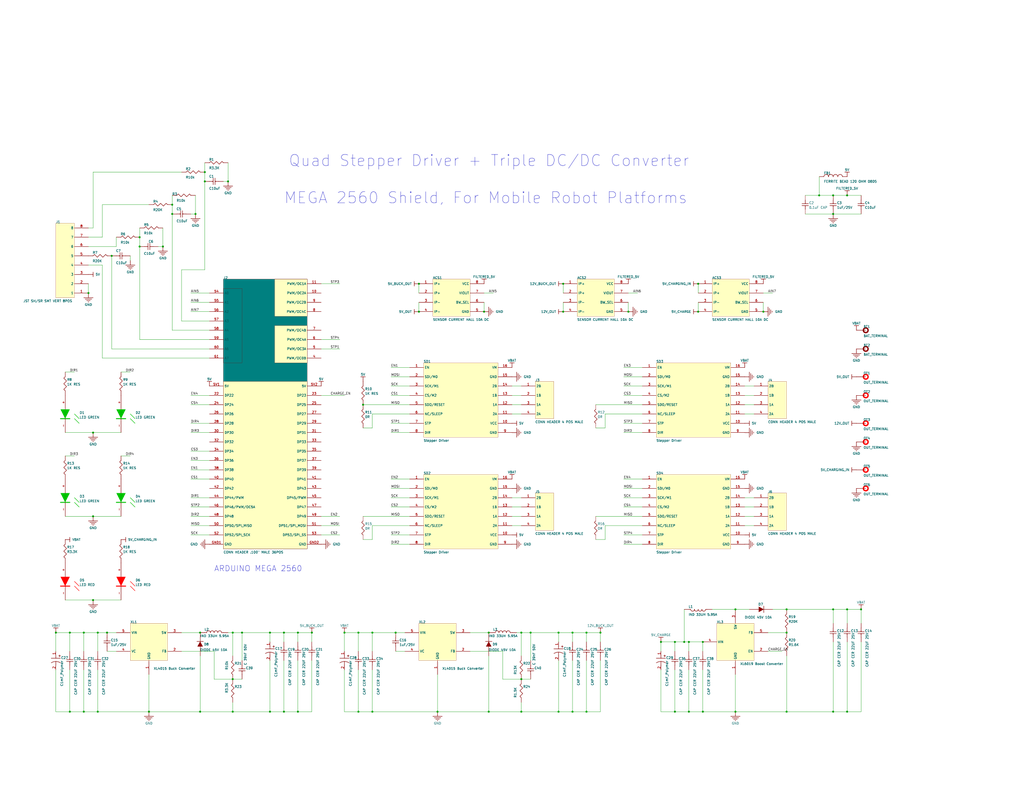
<source format=kicad_sch>
(kicad_sch (version 20231120) (generator "eeschema") (generator_version "8.0")
  (paper "C")
  (junction (at 60.96 139.7))
  (junction (at 320.04 345.44))
  (junction (at 76.2 134.62))
  (junction (at 198.12 220.98))
  (junction (at 284.48 370.84))
  (junction (at 162.56 345.44))
  (junction (at 312.42 388.62))
  (junction (at 127 388.62))
  (junction (at 320.04 388.62))
  (junction (at 195.58 345.44))
  (junction (at 373.38 350.52))
  (junction (at 429.26 345.44))
  (junction (at 50.8 327.66))
  (junction (at 238.76 388.62))
  (junction (at 127 345.44))
  (junction (at 454.66 106.68))
  (junction (at 416.56 170.18))
  (junction (at 284.48 345.44))
  (junction (at 383.54 350.52))
  (junction (at 368.3 388.62))
  (junction (at 124.46 99.06))
  (junction (at 381 154.94))
  (junction (at 45.72 345.44))
  (junction (at 53.34 388.62))
  (junction (at 454.66 116.84))
  (junction (at 154.94 345.44))
  (junction (at 81.28 388.62))
  (junction (at 38.1 345.44))
  (junction (at 111.76 93.98))
  (junction (at 162.56 388.62))
  (junction (at 266.7 345.44))
  (junction (at 195.58 388.62))
  (junction (at 284.48 388.62))
  (junction (at 401.32 332.74))
  (junction (at 312.42 345.44))
  (junction (at 111.76 99.06))
  (junction (at 304.8 388.62))
  (junction (at 454.66 388.62))
  (junction (at 88.9 134.62))
  (junction (at 360.68 350.52))
  (junction (at 289.56 345.44))
  (junction (at 307.34 154.94))
  (junction (at 462.28 388.62))
  (junction (at 203.2 388.62))
  (junction (at 469.9 332.74))
  (junction (at 383.54 388.62))
  (junction (at 401.32 388.62))
  (junction (at 109.22 345.44))
  (junction (at 93.98 116.84))
  (junction (at 375.92 388.62))
  (junction (at 127 370.84))
  (junction (at 58.42 345.44))
  (junction (at 304.8 345.44))
  (junction (at 50.8 281.94))
  (junction (at 76.2 129.54))
  (junction (at 342.9 170.18))
  (junction (at 147.32 388.62))
  (junction (at 447.04 106.68))
  (junction (at 266.7 388.62))
  (junction (at 154.94 388.62))
  (junction (at 381 170.18))
  (junction (at 45.72 388.62))
  (junction (at 228.6 154.94))
  (junction (at 187.96 345.44))
  (junction (at 132.08 345.44))
  (junction (at 454.66 332.74))
  (junction (at 368.3 350.52))
  (junction (at 462.28 332.74))
  (junction (at 109.22 388.62))
  (junction (at 375.92 350.52))
  (junction (at 48.26 160.02))
  (junction (at 106.68 116.84))
  (junction (at 203.2 345.44))
  (junction (at 53.34 345.44))
  (junction (at 38.1 388.62))
  (junction (at 50.8 236.22))
  (junction (at 307.34 170.18))
  (junction (at 147.32 345.44))
  (junction (at 228.6 170.18))
  (junction (at 327.66 345.44))
  (junction (at 429.26 388.62))
  (junction (at 170.18 345.44))
  (junction (at 215.9 345.44))
  (junction (at 264.16 170.18))
  (junction (at 429.26 332.74))
  (junction (at 30.48 345.44))
  (junction (at 93.98 111.76))
  (junction (at 462.28 106.68))
  (wire (pts (xy 121.92 99.06) (xy 124.46 99.06)))
  (wire (pts (xy 383.54 365.76) (xy 383.54 388.62)))
  (wire (pts (xy 55.88 144.78) (xy 55.88 195.58)))
  (wire (pts (xy 35.56 203.2) (xy 40.64 203.2)))
  (wire (pts (xy 114.3 271.78) (xy 104.14 271.78)))
  (wire (pts (xy 320.04 360.68) (xy 320.04 388.62)))
  (wire (pts (xy 406.4 281.94) (xy 411.48 281.94)))
  (wire (pts (xy 30.48 355.6) (xy 30.48 345.44)))
  (wire (pts (xy 114.3 246.38) (xy 104.14 246.38)))
  (wire (pts (xy 373.38 350.52) (xy 368.3 350.52)))
  (wire (pts (xy 63.5 134.62) (xy 63.5 129.54)))
  (wire (pts (xy 175.26 281.94) (xy 185.42 281.94)))
  (wire (pts (xy 50.8 327.66) (xy 66.04 327.66)))
  (wire (pts (xy 127 388.62) (xy 147.32 388.62)))
  (wire (pts (xy 48.26 144.78) (xy 55.88 144.78)))
  (wire (pts (xy 187.96 388.62) (xy 195.58 388.62)))
  (wire (pts (xy 109.22 358.14) (xy 109.22 388.62)))
  (wire (pts (xy 162.56 360.68) (xy 162.56 388.62)))
  (wire (pts (xy 111.76 88.9) (xy 111.76 93.98)))
  (wire (pts (xy 454.66 106.68) (xy 462.28 106.68)))
  (wire (pts (xy 203.2 294.64) (xy 203.2 287.02)))
  (wire (pts (xy 93.98 116.84) (xy 93.98 180.34)))
  (wire (pts (xy 269.24 160.02) (xy 264.16 160.02)))
  (wire (pts (xy 55.88 111.76) (xy 81.28 111.76)))
  (wire (pts (xy 284.48 383.54) (xy 284.48 388.62)))
  (wire (pts (xy 469.9 332.74) (xy 469.9 340.36)))
  (wire (pts (xy 238.76 388.62) (xy 266.7 388.62)))
  (wire (pts (xy 111.76 147.32) (xy 99.06 147.32)))
  (wire (pts (xy 307.34 154.94) (xy 307.34 160.02)))
  (wire (pts (xy 114.3 261.62) (xy 104.14 261.62)))
  (wire (pts (xy 264.16 165.1) (xy 264.16 170.18)))
  (wire (pts (xy 116.84 355.6) (xy 99.06 355.6)))
  (wire (pts (xy 368.3 388.62) (xy 375.92 388.62)))
  (wire (pts (xy 320.04 345.44) (xy 320.04 350.52)))
  (wire (pts (xy 401.32 332.74) (xy 408.94 332.74)))
  (wire (pts (xy 127 358.14) (xy 127 345.44)))
  (wire (pts (xy 86.36 134.62) (xy 88.9 134.62)))
  (wire (pts (xy 284.48 358.14) (xy 284.48 345.44)))
  (wire (pts (xy 147.32 360.68) (xy 147.32 388.62)))
  (wire (pts (xy 304.8 388.62) (xy 312.42 388.62)))
  (wire (pts (xy 223.52 215.9) (xy 213.36 215.9)))
  (wire (pts (xy 375.92 355.6) (xy 375.92 350.52)))
  (wire (pts (xy 48.26 134.62) (xy 63.5 134.62)))
  (wire (pts (xy 99.06 147.32) (xy 99.06 175.26)))
  (wire (pts (xy 185.42 190.5) (xy 175.26 190.5)))
  (wire (pts (xy 50.8 281.94) (xy 66.04 281.94)))
  (wire (pts (xy 274.32 370.84) (xy 274.32 355.6)))
  (wire (pts (xy 198.12 281.94) (xy 223.52 281.94)))
  (wire (pts (xy 215.9 345.44) (xy 220.98 345.44)))
  (wire (pts (xy 350.52 297.18) (xy 340.36 297.18)))
  (wire (pts (xy 350.52 215.9) (xy 340.36 215.9)))
  (wire (pts (xy 401.32 368.3) (xy 401.32 388.62)))
  (wire (pts (xy 304.8 345.44) (xy 312.42 345.44)))
  (wire (pts (xy 220.98 355.6) (xy 215.9 355.6)))
  (wire (pts (xy 35.56 236.22) (xy 50.8 236.22)))
  (wire (pts (xy 30.48 345.44) (xy 38.1 345.44)))
  (wire (pts (xy 38.1 355.6) (xy 38.1 345.44)))
  (wire (pts (xy 114.3 292.1) (xy 104.14 292.1)))
  (wire (pts (xy 170.18 345.44) (xy 170.18 350.52)))
  (wire (pts (xy 99.06 175.26) (xy 114.3 175.26)))
  (wire (pts (xy 350.52 236.22) (xy 340.36 236.22)))
  (wire (pts (xy 99.06 345.44) (xy 109.22 345.44)))
  (wire (pts (xy 58.42 345.44) (xy 63.5 345.44)))
  (wire (pts (xy 203.2 233.68) (xy 203.2 226.06)))
  (wire (pts (xy 187.96 365.76) (xy 187.96 388.62)))
  (wire (pts (xy 154.94 360.68) (xy 154.94 388.62)))
  (wire (pts (xy 195.58 355.6) (xy 195.58 345.44)))
  (wire (pts (xy 330.2 226.06) (xy 350.52 226.06)))
  (wire (pts (xy 274.32 355.6) (xy 256.54 355.6)))
  (wire (pts (xy 154.94 345.44) (xy 154.94 350.52)))
  (wire (pts (xy 114.3 251.46) (xy 104.14 251.46)))
  (wire (pts (xy 304.8 345.44) (xy 304.8 350.52)))
  (wire (pts (xy 447.04 106.68) (xy 454.66 106.68)))
  (wire (pts (xy 114.3 170.18) (xy 104.14 170.18)))
  (wire (pts (xy 223.52 266.7) (xy 213.36 266.7)))
  (wire (pts (xy 38.1 345.44) (xy 45.72 345.44)))
  (wire (pts (xy 228.6 165.1) (xy 228.6 170.18)))
  (wire (pts (xy 114.3 220.98) (xy 104.14 220.98)))
  (wire (pts (xy 223.52 236.22) (xy 213.36 236.22)))
  (wire (pts (xy 60.96 139.7) (xy 60.96 190.5)))
  (wire (pts (xy 279.4 281.94) (xy 284.48 281.94)))
  (wire (pts (xy 325.12 233.68) (xy 330.2 233.68)))
  (wire (pts (xy 48.26 124.46) (xy 50.8 124.46)))
  (wire (pts (xy 53.34 365.76) (xy 53.34 388.62)))
  (wire (pts (xy 154.94 345.44) (xy 162.56 345.44)))
  (wire (pts (xy 375.92 388.62) (xy 383.54 388.62)))
  (wire (pts (xy 342.9 165.1) (xy 342.9 170.18)))
  (wire (pts (xy 350.52 231.14) (xy 340.36 231.14)))
  (wire (pts (xy 406.4 220.98) (xy 411.48 220.98)))
  (wire (pts (xy 228.6 154.94) (xy 228.6 160.02)))
  (wire (pts (xy 454.66 116.84) (xy 469.9 116.84)))
  (wire (pts (xy 454.66 340.36) (xy 454.66 332.74)))
  (wire (pts (xy 203.2 226.06) (xy 223.52 226.06)))
  (wire (pts (xy 350.52 266.7) (xy 340.36 266.7)))
  (wire (pts (xy 93.98 106.68) (xy 93.98 111.76)))
  (wire (pts (xy 368.3 350.52) (xy 368.3 355.6)))
  (wire (pts (xy 327.66 388.62) (xy 327.66 360.68)))
  (wire (pts (xy 114.3 160.02) (xy 104.14 160.02)))
  (wire (pts (xy 462.28 332.74) (xy 469.9 332.74)))
  (wire (pts (xy 162.56 388.62) (xy 170.18 388.62)))
  (wire (pts (xy 289.56 360.68) (xy 289.56 345.44)))
  (wire (pts (xy 360.68 365.76) (xy 360.68 388.62)))
  (wire (pts (xy 114.3 276.86) (xy 104.14 276.86)))
  (wire (pts (xy 48.26 129.54) (xy 55.88 129.54)))
  (wire (pts (xy 383.54 350.52) (xy 375.92 350.52)))
  (wire (pts (xy 330.2 294.64) (xy 330.2 287.02)))
  (wire (pts (xy 114.3 231.14) (xy 104.14 231.14)))
  (wire (pts (xy 429.26 388.62) (xy 454.66 388.62)))
  (wire (pts (xy 223.52 261.62) (xy 213.36 261.62)))
  (wire (pts (xy 162.56 345.44) (xy 170.18 345.44)))
  (wire (pts (xy 127 383.54) (xy 127 388.62)))
  (wire (pts (xy 320.04 388.62) (xy 327.66 388.62)))
  (wire (pts (xy 154.94 388.62) (xy 162.56 388.62)))
  (wire (pts (xy 132.08 370.84) (xy 127 370.84)))
  (wire (pts (xy 429.26 332.74) (xy 454.66 332.74)))
  (wire (pts (xy 198.12 220.98) (xy 223.52 220.98)))
  (wire (pts (xy 360.68 350.52) (xy 360.68 355.6)))
  (wire (pts (xy 35.56 327.66) (xy 50.8 327.66)))
  (wire (pts (xy 132.08 360.68) (xy 132.08 345.44)))
  (wire (pts (xy 284.48 215.9) (xy 279.4 215.9)))
  (wire (pts (xy 187.96 355.6) (xy 187.96 345.44)))
  (wire (pts (xy 325.12 294.64) (xy 330.2 294.64)))
  (wire (pts (xy 327.66 345.44) (xy 327.66 350.52)))
  (wire (pts (xy 93.98 111.76) (xy 93.98 116.84)))
  (wire (pts (xy 195.58 345.44) (xy 203.2 345.44)))
  (wire (pts (xy 223.52 271.78) (xy 213.36 271.78)))
  (wire (pts (xy 284.48 388.62) (xy 304.8 388.62)))
  (wire (pts (xy 462.28 106.68) (xy 469.9 106.68)))
  (wire (pts (xy 279.4 271.78) (xy 284.48 271.78)))
  (wire (pts (xy 93.98 180.34) (xy 114.3 180.34)))
  (wire (pts (xy 411.48 226.06) (xy 406.4 226.06)))
  (wire (pts (xy 375.92 350.52) (xy 373.38 350.52)))
  (wire (pts (xy 114.3 165.1) (xy 104.14 165.1)))
  (wire (pts (xy 256.54 345.44) (xy 266.7 345.44)))
  (wire (pts (xy 383.54 388.62) (xy 401.32 388.62)))
  (wire (pts (xy 289.56 345.44) (xy 304.8 345.44)))
  (wire (pts (xy 63.5 355.6) (xy 58.42 355.6)))
  (wire (pts (xy 106.68 116.84) (xy 106.68 106.68)))
  (wire (pts (xy 429.26 358.14) (xy 429.26 388.62)))
  (wire (pts (xy 381 154.94) (xy 381 160.02)))
  (wire (pts (xy 38.1 388.62) (xy 45.72 388.62)))
  (wire (pts (xy 223.52 292.1) (xy 213.36 292.1)))
  (wire (pts (xy 462.28 340.36) (xy 462.28 332.74)))
  (wire (pts (xy 195.58 365.76) (xy 195.58 388.62)))
  (wire (pts (xy 132.08 345.44) (xy 147.32 345.44)))
  (wire (pts (xy 185.42 185.42) (xy 175.26 185.42)))
  (wire (pts (xy 325.12 220.98) (xy 350.52 220.98)))
  (wire (pts (xy 447.04 96.52) (xy 447.04 106.68)))
  (wire (pts (xy 53.34 388.62) (xy 81.28 388.62)))
  (wire (pts (xy 330.2 287.02) (xy 350.52 287.02)))
  (wire (pts (xy 48.26 154.94) (xy 48.26 160.02)))
  (wire (pts (xy 419.1 345.44) (xy 429.26 345.44)))
  (wire (pts (xy 53.34 345.44) (xy 58.42 345.44)))
  (wire (pts (xy 411.48 215.9) (xy 406.4 215.9)))
  (wire (pts (xy 104.14 116.84) (xy 106.68 116.84)))
  (wire (pts (xy 469.9 388.62) (xy 469.9 350.52)))
  (wire (pts (xy 55.88 195.58) (xy 114.3 195.58)))
  (wire (pts (xy 114.3 256.54) (xy 104.14 256.54)))
  (wire (pts (xy 284.48 226.06) (xy 279.4 226.06)))
  (wire (pts (xy 60.96 190.5) (xy 114.3 190.5)))
  (wire (pts (xy 170.18 388.62) (xy 170.18 360.68)))
  (wire (pts (xy 114.3 236.22) (xy 104.14 236.22)))
  (wire (pts (xy 325.12 281.94) (xy 350.52 281.94)))
  (wire (pts (xy 304.8 360.68) (xy 304.8 388.62)))
  (wire (pts (xy 416.56 165.1) (xy 416.56 170.18)))
  (wire (pts (xy 312.42 345.44) (xy 320.04 345.44)))
  (wire (pts (xy 238.76 368.3) (xy 238.76 388.62)))
  (wire (pts (xy 55.88 129.54) (xy 55.88 111.76)))
  (wire (pts (xy 50.8 93.98) (xy 99.06 93.98)))
  (wire (pts (xy 223.52 231.14) (xy 213.36 231.14)))
  (wire (pts (xy 350.52 292.1) (xy 340.36 292.1)))
  (wire (pts (xy 127 370.84) (xy 116.84 370.84)))
  (wire (pts (xy 266.7 358.14) (xy 266.7 388.62)))
  (wire (pts (xy 312.42 388.62) (xy 320.04 388.62)))
  (wire (pts (xy 350.52 210.82) (xy 340.36 210.82)))
  (wire (pts (xy 462.28 350.52) (xy 462.28 388.62)))
  (wire (pts (xy 30.48 388.62) (xy 38.1 388.62)))
  (wire (pts (xy 203.2 345.44) (xy 215.9 345.44)))
  (wire (pts (xy 421.64 160.02) (xy 416.56 160.02)))
  (wire (pts (xy 30.48 365.76) (xy 30.48 388.62)))
  (wire (pts (xy 198.12 294.64) (xy 203.2 294.64)))
  (wire (pts (xy 401.32 388.62) (xy 429.26 388.62)))
  (wire (pts (xy 284.48 276.86) (xy 279.4 276.86)))
  (wire (pts (xy 281.94 345.44) (xy 284.48 345.44)))
  (wire (pts (xy 76.2 185.42) (xy 114.3 185.42)))
  (wire (pts (xy 66.04 203.2) (xy 71.12 203.2)))
  (wire (pts (xy 38.1 365.76) (xy 38.1 388.62)))
  (wire (pts (xy 284.48 345.44) (xy 289.56 345.44)))
  (wire (pts (xy 419.1 355.6) (xy 426.72 355.6)))
  (wire (pts (xy 350.52 205.74) (xy 340.36 205.74)))
  (wire (pts (xy 124.46 99.06) (xy 124.46 88.9)))
  (wire (pts (xy 223.52 200.66) (xy 213.36 200.66)))
  (wire (pts (xy 312.42 345.44) (xy 312.42 350.52)))
  (wire (pts (xy 175.26 215.9) (xy 187.96 215.9)))
  (wire (pts (xy 373.38 332.74) (xy 373.38 350.52)))
  (wire (pts (xy 279.4 220.98) (xy 284.48 220.98)))
  (wire (pts (xy 127 345.44) (xy 132.08 345.44)))
  (wire (pts (xy 330.2 233.68) (xy 330.2 226.06)))
  (wire (pts (xy 185.42 287.02) (xy 175.26 287.02)))
  (wire (pts (xy 76.2 129.54) (xy 76.2 134.62)))
  (wire (pts (xy 35.56 248.92) (xy 40.64 248.92)))
  (wire (pts (xy 266.7 388.62) (xy 284.48 388.62)))
  (wire (pts (xy 383.54 355.6) (xy 383.54 350.52)))
  (wire (pts (xy 347.98 160.02) (xy 342.9 160.02)))
  (wire (pts (xy 203.2 287.02) (xy 223.52 287.02)))
  (wire (pts (xy 421.64 332.74) (xy 429.26 332.74)))
  (wire (pts (xy 76.2 124.46) (xy 76.2 129.54)))
  (wire (pts (xy 198.12 233.68) (xy 203.2 233.68)))
  (wire (pts (xy 223.52 210.82) (xy 213.36 210.82)))
  (wire (pts (xy 187.96 345.44) (xy 195.58 345.44)))
  (wire (pts (xy 45.72 355.6) (xy 45.72 345.44)))
  (wire (pts (xy 195.58 388.62) (xy 203.2 388.62)))
  (wire (pts (xy 114.3 281.94) (xy 104.14 281.94)))
  (wire (pts (xy 439.42 116.84) (xy 454.66 116.84)))
  (wire (pts (xy 454.66 332.74) (xy 462.28 332.74)))
  (wire (pts (xy 406.4 210.82) (xy 411.48 210.82)))
  (wire (pts (xy 360.68 388.62) (xy 368.3 388.62)))
  (wire (pts (xy 71.12 139.7) (xy 71.12 142.24)))
  (wire (pts (xy 411.48 287.02) (xy 406.4 287.02)))
  (wire (pts (xy 35.56 281.94) (xy 50.8 281.94)))
  (wire (pts (xy 76.2 134.62) (xy 76.2 185.42)))
  (wire (pts (xy 284.48 370.84) (xy 274.32 370.84)))
  (wire (pts (xy 462.28 388.62) (xy 469.9 388.62)))
  (wire (pts (xy 81.28 368.3) (xy 81.28 388.62)))
  (wire (pts (xy 350.52 200.66) (xy 340.36 200.66)))
  (wire (pts (xy 406.4 271.78) (xy 411.48 271.78)))
  (wire (pts (xy 307.34 165.1) (xy 307.34 170.18)))
  (wire (pts (xy 454.66 350.52) (xy 454.66 388.62)))
  (wire (pts (xy 388.62 332.74) (xy 401.32 332.74)))
  (wire (pts (xy 114.3 287.02) (xy 104.14 287.02)))
  (wire (pts (xy 223.52 276.86) (xy 213.36 276.86)))
  (wire (pts (xy 203.2 355.6) (xy 203.2 345.44)))
  (wire (pts (xy 111.76 93.98) (xy 111.76 99.06)))
  (wire (pts (xy 350.52 261.62) (xy 340.36 261.62)))
  (wire (pts (xy 279.4 210.82) (xy 284.48 210.82)))
  (wire (pts (xy 185.42 292.1) (xy 175.26 292.1)))
  (wire (pts (xy 289.56 370.84) (xy 284.48 370.84)))
  (wire (pts (xy 411.48 276.86) (xy 406.4 276.86)))
  (wire (pts (xy 53.34 355.6) (xy 53.34 345.44)))
  (wire (pts (xy 223.52 205.74) (xy 213.36 205.74)))
  (wire (pts (xy 45.72 345.44) (xy 53.34 345.44)))
  (wire (pts (xy 81.28 388.62) (xy 109.22 388.62)))
  (wire (pts (xy 320.04 345.44) (xy 327.66 345.44)))
  (wire (pts (xy 439.42 106.68) (xy 447.04 106.68)))
  (wire (pts (xy 124.46 345.44) (xy 127 345.44)))
  (wire (pts (xy 50.8 124.46) (xy 50.8 93.98)))
  (wire (pts (xy 45.72 388.62) (xy 53.34 388.62)))
  (wire (pts (xy 66.04 248.92) (xy 71.12 248.92)))
  (wire (pts (xy 368.3 365.76) (xy 368.3 388.62)))
  (wire (pts (xy 116.84 370.84) (xy 116.84 355.6)))
  (wire (pts (xy 111.76 99.06) (xy 111.76 147.32)))
  (wire (pts (xy 312.42 360.68) (xy 312.42 388.62)))
  (wire (pts (xy 350.52 271.78) (xy 340.36 271.78)))
  (wire (pts (xy 203.2 365.76) (xy 203.2 388.62)))
  (wire (pts (xy 203.2 388.62) (xy 238.76 388.62)))
  (wire (pts (xy 147.32 345.44) (xy 154.94 345.44)))
  (wire (pts (xy 147.32 345.44) (xy 147.32 350.52)))
  (wire (pts (xy 381 165.1) (xy 381 170.18)))
  (wire (pts (xy 162.56 345.44) (xy 162.56 350.52)))
  (wire (pts (xy 375.92 365.76) (xy 375.92 388.62)))
  (wire (pts (xy 114.3 215.9) (xy 104.14 215.9)))
  (wire (pts (xy 368.3 350.52) (xy 360.68 350.52)))
  (wire (pts (xy 350.52 276.86) (xy 340.36 276.86)))
  (wire (pts (xy 50.8 236.22) (xy 66.04 236.22)))
  (wire (pts (xy 185.42 154.94) (xy 175.26 154.94)))
  (wire (pts (xy 109.22 388.62) (xy 127 388.62)))
  (wire (pts (xy 45.72 365.76) (xy 45.72 388.62)))
  (wire (pts (xy 454.66 388.62) (xy 462.28 388.62)))
  (wire (pts (xy 284.48 287.02) (xy 279.4 287.02)))
  (wire (pts (xy 223.52 297.18) (xy 213.36 297.18)))
  (wire (pts (xy 88.9 134.62) (xy 88.9 124.46)))
  (wire (pts (xy 147.32 388.62) (xy 154.94 388.62)))
  (text "Quad Stepper Driver + Triple DC/DC Converter" (at 157.48 91.44 0) (effects (font (size 6.096 6.096)) (justify left bottom)))
  (text "MEGA 2560 Shield, For Mobile Robot Platforms" (at 154.94 111.76 0) (effects (font (size 6.096 6.096)) (justify left bottom)))
  (text "ARDUINO MEGA 2560" (at 116.84 312.42 0) (effects (font (size 3.048 3.048)) (justify left bottom)))
  (label "STP4" (at 340.36 292.1 0))
  (label "DIR2" (at 213.36 297.18 0))
  (label "DIR3" (at 340.36 236.22 0))
  (label "SCK" (at 213.36 210.82 0))
  (label "MOSI" (at 180.34 287.02 0))
  (label "AIN6" (at 345.44 160.02 0))
  (label "AIN6" (at 104.14 165.1 0))
  (label "CS1" (at 213.36 215.9 0))
  (label "MOSI" (at 340.36 266.7 0))
  (label "CS2" (at 213.36 276.86 0))
  (label "EN1" (at 104.14 256.54 0))
  (label "STP2" (at 213.36 292.1 0))
  (label "DIR3" (at 38.1 248.92 0))
  (label "EN3" (at 104.14 251.46 0))
  (label "DIR4" (at 340.36 297.18 0))
  (label "MISO" (at 213.36 220.98 0))
  (label "SCK" (at 340.36 210.82 0))
  (label "CHARGE_EN" (at 419.1 355.6 0))
  (label "STP1" (at 213.36 231.14 0))
  (label "AIN5" (at 104.14 160.02 0))
  (label "MOSI" (at 213.36 266.7 0))
  (label "CS4" (at 104.14 220.98 0))
  (label "DIR1" (at 213.36 236.22 0))
  (label "DIR2" (at 68.58 203.2 0))
  (label "EN2" (at 213.36 261.62 0))
  (label "MISO" (at 213.36 281.94 0))
  (label "EN3" (at 340.36 200.66 0))
  (label "DIR1" (at 104.14 271.78 0))
  (label "AIN7" (at 104.14 170.18 0))
  (label "CHARGE_EN" (at 180.34 215.9 0))
  (label "AIN7" (at 419.1 160.02 0))
  (label "CS2" (at 180.34 292.1 0))
  (label "MOSI" (at 213.36 205.74 0))
  (label "DIR4" (at 68.58 248.92 0))
  (label "MISO" (at 340.36 220.98 0))
  (label "DIR1" (at 38.1 203.2 0))
  (label "CS1" (at 104.14 261.62 0))
  (label "DIR4" (at 104.14 231.14 0))
  (label "CS4" (at 340.36 276.86 0))
  (label "STP4" (at 180.34 185.42 0))
  (label "STP2" (at 104.14 276.86 0))
  (label "SCK" (at 340.36 271.78 0))
  (label "EN4" (at 104.14 215.9 0))
  (label "AIN5" (at 266.7 160.02 0))
  (label "STP1" (at 180.34 190.5 0))
  (label "STP3" (at 340.36 231.14 0))
  (label "MOSI" (at 340.36 205.74 0))
  (label "EN2" (at 180.34 281.94 0))
  (label "CS3" (at 104.14 246.38 0))
  (label "CS3" (at 340.36 215.9 0))
  (label "EN1" (at 213.36 200.66 0))
  (label "MISO" (at 104.14 287.02 0))
  (label "SCK" (at 104.14 292.1 0))
  (label "SCK" (at 213.36 271.78 0))
  (label "DIR2" (at 104.14 281.94 0))
  (label "EN4" (at 340.36 261.62 0))
  (label "MISO" (at 340.36 281.94 0))
  (label "DIR3" (at 104.14 236.22 0))
  (label "STP3" (at 180.34 154.94 0))
  (symbol (lib_id "test1-altium-import:FILTERED_5V_BAR") (at 416.56 154.94 180) (unit 1)
    (property "Reference" "#PWR0105" (effects (hide yes)))
    (property "Value" "FILTERED_5V" (at 416.56 151.13 0))
  )
  (symbol (lib_id "test1-altium-import:root_0_PREC018DAAN-RC") (at 144.78 254 0) (unit 1)
    (property "Reference" "J2" (at 121.92 152.4 0) (effects (justify left bottom)))
    (property "Value" "CONN HEADER .100\" MALE 36POS" (at 121.92 302.26 0) (effects (justify left bottom)))
    (property "Footprint" "DIP36_MALE" (effects (hide yes)))
    (property "Description" "CONN HEADER .100\" DUAL STR 36POS" (effects (hide yes)))
    (property "SUPPLIER 1" "Digi-Key" (effects (hide yes)))
    (property "MANUFACTURER" "Sullins" (effects (hide yes)))
    (property "MANUFACTURER PART NUMBER" "PREC018DAAN-RC" (effects (hide yes)))
    (property "STOCK 1" "154" (effects (hide yes)))
    (property "PRICING 1" "1=0.69, 10=0.643, 25=0.5788, 50=0.5146, 100=0.4931, 250=0.4502, 500=0.4288 (USD)" (effects (hide yes)))
    (property "STANDARD PACKAGE" "1" (effects (hide yes)))
    (property "CATEGORY" "Connectors, Interconnects" (effects (hide yes)))
    (property "FAMILY" "Rectangular Connectors - Headers, Male Pins" (effects (hide yes)))
    (property "SERIES" "-" (effects (hide yes)))
    (property "PACKAGING" "Bulk" (effects (hide yes)))
    (property "CONTACT TYPE" "Male Pin" (effects (hide yes)))
    (property "CONNECTOR TYPE" "Header, Unshrouded, Breakaway" (effects (hide yes)))
    (property "NUMBER OF POSITIONS" "36" (effects (hide yes)))
    (property "NUMBER OF POSITIONS LOADED" "All" (effects (hide yes)))
    (property "PITCH" "0.100\" (2.54mm)" (effects (hide yes)))
    (property "NUMBER OF ROWS" "2" (effects (hide yes)))
    (property "ROW SPACING" "0.100\" (2.54mm)" (effects (hide yes)))
    (property "CONTACT MATING LENGTH" "0.230\" (5.84mm)" (effects (hide yes)))
    (property "MOUNTING TYPE" "Through Hole" (effects (hide yes)))
    (property "TERMINATION" "Solder" (effects (hide yes)))
    (property "FASTENING TYPE" "-" (effects (hide yes)))
    (property "FEATURES" "-" (effects (hide yes)))
    (property "CONTACT FINISH" "Tin" (effects (hide yes)))
    (property "CONTACT FINISH THICKNESS" "-" (effects (hide yes)))
    (property "COLOR" "Black" (effects (hide yes)))
    (property "ONLINE CATALOG" "0.100\" (2.54mm) Pitch Connector Headers" (effects (hide yes)))
    (property "OTHER NAMES" "S9500E-18  S9500E-18-ND" (effects (hide yes)))
    (property "COMPONENTLINK1URL" "https://drawings-pdf.s3.amazonaws.com/11636.pdf?src-supplier=Digi-Key" (effects (hide yes)))
    (property "COMPONENTLINK1DESCRIPTION" "https://drawings-pdf.s3.amazonaws.com/11636.pdf?src-supplier=Digi-Key" (effects (hide yes)))
    (property "SUPPLIER PART NUMBER 1" "S2012EC-18-ND" (effects (hide yes)))
  )
  (symbol (lib_id "test1-altium-import:GND_POWER_GROUND") (at 88.9 134.62 0) (unit 1)
    (property "Reference" "#PWR0149" (effects (hide yes)))
    (property "Value" "GND" (at 88.9 140.97 0))
  )
  (symbol (lib_id "test1-altium-import:root_0_BAT_TERMINAL") (at 472.44 190.5 0) (unit 1)
    (property "Reference" "BT2" (at 471.17 189.23 0) (effects (justify left bottom)))
    (property "Value" "BAT_TERMINAL" (at 471.17 194.31 0) (effects (justify left bottom)))
    (property "Footprint" "BATTERY_TERMINALS" (effects (hide yes)))
    (property "Description" "BAT_TERMINAL" (effects (hide yes)))
  )
  (symbol (lib_id "test1-altium-import:root_0_PREC004SAAN-RC") (at 419.1 218.44 0) (unit 1)
    (property "Reference" "J4" (at 419.1 208.28 0) (effects (justify left bottom)))
    (property "Value" "CONN HEADER 4 POS MALE" (at 419.1 231.14 0) (effects (justify left bottom)))
    (property "Footprint" "DIP4" (effects (hide yes)))
    (property "Description" "CONN HEADER VERT 4POS 2.54MM" (effects (hide yes)))
    (property "SUPPLIER 1" "Digi-Key" (effects (hide yes)))
    (property "MANUFACTURER" "Sullins" (effects (hide yes)))
    (property "MANUFACTURER PART NUMBER" "PREC004SAAN-RC" (effects (hide yes)))
    (property "STOCK 1" "2480" (effects (hide yes)))
    (property "PRICING 1" "1=0.12, 10=0.112, 25=0.0832, 50=0.0712, 100=0.0689, 250=0.0594, 500=0.057 (USD)" (effects (hide yes)))
    (property "STANDARD PACKAGE" "1" (effects (hide yes)))
    (property "CATEGORY" "Connectors, Interconnects" (effects (hide yes)))
    (property "FAMILY" "Rectangular Connectors - Headers, Male Pins" (effects (hide yes)))
    (property "SERIES" "-" (effects (hide yes)))
    (property "PACKAGING" "Bulk" (effects (hide yes)))
    (property "CONTACT TYPE" "Male Pin" (effects (hide yes)))
    (property "CONNECTOR TYPE" "Header, Unshrouded, Breakaway" (effects (hide yes)))
    (property "NUMBER OF POSITIONS" "4" (effects (hide yes)))
    (property "NUMBER OF POSITIONS LOADED" "All" (effects (hide yes)))
    (property "PITCH" "0.100\" (2.54mm)" (effects (hide yes)))
    (property "NUMBER OF ROWS" "1" (effects (hide yes)))
    (property "ROW SPACING" "-" (effects (hide yes)))
    (property "CONTACT MATING LENGTH" "0.230\" (5.84mm)" (effects (hide yes)))
    (property "MOUNTING TYPE" "Through Hole" (effects (hide yes)))
    (property "TERMINATION" "Solder" (effects (hide yes)))
    (property "FASTENING TYPE" "-" (effects (hide yes)))
    (property "FEATURES" "-" (effects (hide yes)))
    (property "CONTACT FINISH" "Tin" (effects (hide yes)))
    (property "CONTACT FINISH THICKNESS" "-" (effects (hide yes)))
    (property "COLOR" "Black" (effects (hide yes)))
    (property "ONLINE CATALOG" "0.100\" (2.54mm) Pitch Connector Headers" (effects (hide yes)))
    (property "OTHER NAMES" "S9499E-04  S9499E-04-ND" (effects (hide yes)))
    (property "COMPONENTLINK1URL" "https://media.digikey.com/PDF/Data%20Sheets/Sullins%20PDFs/z%20RzCzzzSzzN-RC,%20ST,11635-B.pdf?src-supplier=Digi-Key" (effects (hide yes)))
    (property "COMPONENTLINK1DESCRIPTION" "https://media.digikey.com/PDF/Data%20Sheets/Sullins%20PDFs/z%20RzCzzzSzzN-RC,%20ST,11635-B.pdf?src-supplier=Digi-Key" (effects (hide yes)))
    (property "SUPPLIER PART NUMBER 1" "S1012EC-04-ND" (effects (hide yes)))
  )
  (symbol (lib_id "test1-altium-import:GND_POWER_GROUND") (at 467.36 190.5 0) (unit 1)
    (property "Reference" "#PWR0118" (effects (hide yes)))
    (property "Value" "GND" (at 467.36 196.85 0))
  )
  (symbol (lib_id "test1-altium-import:root_1_CL21F104ZBCNNNC") (at 439.42 111.76 0) (unit 1)
    (property "Reference" "C2" (at 441.452 111.506 0) (effects (justify left bottom)))
    (property "Value" "0.1uF CAP" (at 441.452 114.046 0) (effects (justify left bottom)))
    (property "Footprint" "C0805" (effects (hide yes)))
    (property "Description" "Cap Ceramic 0.1uF 50V Y5V -20% to 80% SMD 0805 85C Paper T/R" (effects (hide yes)))
    (property "SUPPLIER 1" "Digi-Key" (effects (hide yes)))
    (property "MANUFACTURER" "Samsung" (effects (hide yes)))
    (property "MANUFACTURER PART NUMBER" "CL21F104ZBCNNNC" (effects (hide yes)))
    (property "STOCK 1" "5269056" (effects (hide yes)))
    (property "PRICING 1" "1=0.1, 10=0.044, 100=0.0195, 500=0.0139, 1000=0.0109 (USD)" (effects (hide yes)))
    (property "MOUNT" "Surface Mount" (effects (hide yes)))
    (property "CASE/PACKAGE" "0805" (effects (hide yes)))
    (property "CASE CODE (METRIC)" "2012" (effects (hide yes)))
    (property "CASE CODE (IMPERIAL)" "0805" (effects (hide yes)))
    (property "MATERIAL" "Ceramic" (effects (hide yes)))
    (property "MIN OPERATING TEMPERATURE" "-30°C" (effects (hide yes)))
    (property "MAX OPERATING TEMPERATURE" "85°C" (effects (hide yes)))
    (property "PACKAGING" "Tape and Reel" (effects (hide yes)))
    (property "CAPACITANCE" "100nF" (effects (hide yes)))
    (property "TOLERANCE" "80%" (effects (hide yes)))
    (property "VOLTAGE RATING" "50V" (effects (hide yes)))
    (property "PACKAGE QUANTITY" "1" (effects (hide yes)))
    (property "DIELECTRIC" "Y5V" (effects (hide yes)))
    (property "LENGTH" "2mm" (effects (hide yes)))
    (property "HEIGHT" "0.85mm" (effects (hide yes)))
    (property "WIDTH" "0.049inch" (effects (hide yes)))
    (property "THICKNESS" "0.037inch" (effects (hide yes)))
    (property "DEPTH" "1.25mm" (effects (hide yes)))
    (property "RADIATION HARDENING" "No" (effects (hide yes)))
    (property "COMPONENTLINK1URL" "https://www.verical.com/server-webapp/html/getDatasheet?partID=466953&src-supplier=Verical" (effects (hide yes)))
    (property "COMPONENTLINK1DESCRIPTION" "https://www.verical.com/server-webapp/html/getDatasheet?partID=466953&src-supplier=Verical" (effects (hide yes)))
    (property "COMPONENTLINK2URL" "https://produktinfo.conrad.com/datenblaetter/450000-474999/454191-da-01-en-VS_KONDENSATOR_0805.pdf?src-supplier=Conrad" (effects (hide yes)))
    (property "COMPONENTLINK2DESCRIPTION" "https://produktinfo.conrad.com/datenblaetter/450000-474999/454191-da-01-en-VS_KONDENSATOR_0805.pdf?src-supplier=Conrad" (effects (hide yes)))
    (property "SUPPLIER PART NUMBER 1" "1276-1007-1-ND" (effects (hide yes)))
  )
  (symbol (lib_id "test1-altium-import:5V_BUCK_OUT_BAR") (at 228.6 154.94 270) (unit 1)
    (property "Reference" "#PWR0160" (effects (hide yes)))
    (property "Value" "5V_BUCK_OUT" (at 224.79 154.94 90) (effects (justify right)))
  )
  (symbol (lib_id "test1-altium-import:root_0_OUT_TERMINAL") (at 472.44 266.7 0) (unit 1)
    (property "Reference" "OT6" (at 471.17 265.43 0) (effects (justify left bottom)))
    (property "Value" "OUT_TERMINAL" (at 471.17 270.51 0) (effects (justify left bottom)))
    (property "Footprint" "OUTPUT_TERMINALS" (effects (hide yes)))
    (property "Description" "OUT_TERMINAL" (effects (hide yes)))
  )
  (symbol (lib_id "test1-altium-import:root_3_LTST-C171KRKT") (at 35.56 317.5 0) (unit 1)
    (property "Reference" "D5" (at 43.434 317.5 0) (effects (justify left bottom)))
    (property "Value" "LED RED" (at 43.434 320.04 0) (effects (justify left bottom)))
    (property "Footprint" "LED_0805" (effects (hide yes)))
    (property "Description" "LED RED CLEAR SMD" (effects (hide yes)))
    (property "SUPPLIER 1" "Digi-Key" (effects (hide yes)))
    (property "MANUFACTURER" "Vishay Lite-On" (effects (hide yes)))
    (property "MANUFACTURER PART NUMBER" "LTST-C171KRKT" (effects (hide yes)))
    (property "STOCK 1" "82154" (effects (hide yes)))
    (property "PRICING 1" "1=0.29, 10=0.215, 100=0.1016, 500=0.0677, 1000=0.0531 (USD)" (effects (hide yes)))
    (property "CHIP MATERIAL" "AlGaInP" (effects (hide yes)))
    (property "DELETED" "Compliant" (effects (hide yes)))
    (property "DOMINANT WAVE LENGTH" "631 nm" (effects (hide yes)))
    (property "EMITTING COLOR" "Red" (effects (hide yes)))
    (property "FORWARD CURRENT" "30 mA" (effects (hide yes)))
    (property "FORWARD VOLTAGE" "2.4 V" (effects (hide yes)))
    (property "HIGH BRIGHTNESS" "Yes" (effects (hide yes)))
    (property "LENS DIMENSIONS" "1.4x1.25x0.5 mm" (effects (hide yes)))
    (property "LUM INTENSITY" "54mcd" (effects (hide yes)))
    (property "LUMINOUS INTENSITY" "54mcd" (effects (hide yes)))
    (property "MAIN CATEGORY" "Chip LED" (effects (hide yes)))
    (property "MOUNTING" "Surface Mount" (effects (hide yes)))
    (property "NUMBER OF  ELEMENTS" "1" (effects (hide yes)))
    (property "OPERATING TEMP RANGE" "-55C to 85C" (effects (hide yes)))
    (property "OPERATING TEMPERATURE CLASSIFICATION" "Industrial" (effects (hide yes)))
    (property "PACKAGE TYPE" "Chip Led" (effects (hide yes)))
    (property "PACKAGING" "Tape and Reel" (effects (hide yes)))
    (property "PEAK WAVELENGTH" "639 nm" (effects (hide yes)))
    (property "PIN COUNT" "2" (effects (hide yes)))
    (property "POWER DISSIPATION" "75 W" (effects (hide yes)))
    (property "PRODUCT DEPTH (MM)" "1.25 mm" (effects (hide yes)))
    (property "PRODUCT HEIGHT (MM)" "0.8 mm" (effects (hide yes)))
    (property "PRODUCT LENGTH (MM)" "2 mm" (effects (hide yes)))
    (property "RAD HARDENED" "No" (effects (hide yes)))
    (property "REVERSE VOLTAGE" "5 V" (effects (hide yes)))
    (property "SHAPE TYPE" "Rectangular" (effects (hide yes)))
    (property "TEST CURRENT (IT)" "20 mA" (effects (hide yes)))
    (property "TYPE" "Uni-Color" (effects (hide yes)))
    (property "VIEWING ANGLE" "130 deg" (effects (hide yes)))
    (property "COMPONENTLINK1URL" "http://optoelectronics.liteon.com/upload/download/DS22-2000-109/LTST-C171KRKT.pdf?src-supplier=Digi-Key" (effects (hide yes)))
    (property "COMPONENTLINK1DESCRIPTION" "http://optoelectronics.liteon.com/upload/download/DS22-2000-109/LTST-C171KRKT.pdf?src-supplier=Digi-Key" (effects (hide yes)))
    (property "COMPONENTLINK2URL" "http://www.mouser.com/ds/2/239/Lite-On-LTST-C171KRKT-187201.pdf?src-supplier=Mouser" (effects (hide yes)))
    (property "COMPONENTLINK2DESCRIPTION" "http://www.mouser.com/ds/2/239/Lite-On-LTST-C171KRKT-187201.pdf?src-supplier=Mouser" (effects (hide yes)))
    (property "COMPONENTLINK3URL" "http://uk.rs-online.com/webdocs/0dc0/0900766b80dc0550.pdf?src-supplier=RSComponents" (effects (hide yes)))
    (property "COMPONENTLINK3DESCRIPTION" "http://uk.rs-online.com/webdocs/0dc0/0900766b80dc0550.pdf?src-supplier=RSComponents" (effects (hide yes)))
    (property "COMPONENTLINK4URL" "http://www1.futureelectronics.com/doc/LITE%20ON/LITE-ON%20LTST-C171KRKT.pdf?src-supplier=Future+Electronics" (effects (hide yes)))
    (property "COMPONENTLINK4DESCRIPTION" "http://www1.futureelectronics.com/doc/LITE%20ON/LITE-ON%20LTST-C171KRKT.pdf?src-supplier=Future+Electronics" (effects (hide yes)))
    (property "SUPPLIER PART NUMBER 1" "160-1427-1-ND" (effects (hide yes)))
  )
  (symbol (lib_id "test1-altium-import:root_1_RC0805FR-071K6L") (at 429.26 353.06 0) (unit 1)
    (property "Reference" "R20" (at 430.276 350.266 0) (effects (justify left bottom)))
    (property "Value" "R1.6K" (at 430.276 352.806 0) (effects (justify left bottom)))
    (property "Footprint" "R0805" (effects (hide yes)))
    (property "Description" "RES SMD 1.6K OHM 1% 1/8W 0805" (effects (hide yes)))
    (property "SUPPLIER 1" "Digi-Key" (effects (hide yes)))
    (property "MANUFACTURER" "Yageo" (effects (hide yes)))
    (property "MANUFACTURER PART NUMBER" "RC0805FR-071K6L" (effects (hide yes)))
    (property "STOCK 1" "362810" (effects (hide yes)))
    (property "PRICING 1" "1=0.1, 10=0.04, 100=0.0163, 1000=0.0073, 2500=0.0064 (USD)" (effects (hide yes)))
    (property "TERMINATION STYLE" "SMD/SMT" (effects (hide yes)))
    (property "PRODUCT" "Thick Film Resistors General Purpose" (effects (hide yes)))
    (property "RESISTANCE" "1.6 kOhms" (effects (hide yes)))
    (property "TOLERANCE" "1 %" (effects (hide yes)))
    (property "POWER RATING" "125 mW (1/8 W)" (effects (hide yes)))
    (property "VOLTAGE RATING" "150 V" (effects (hide yes)))
    (property "CASE CODE - IN" "0805" (effects (hide yes)))
    (property "CASE CODE - MM" "2012" (effects (hide yes)))
    (property "TEMPERATURE COEFFICIENT" "100 PPM / C" (effects (hide yes)))
    (property "SERIES" "RC" (effects (hide yes)))
    (property "OPERATING TEMPERATURE RANGE" "- 55 C to + 155 C" (effects (hide yes)))
    (property "PACKAGING" "Reel" (effects (hide yes)))
    (property "COMPONENTLINK1URL" "http://documents.rs-components.com/techlib://itc_doclist_GB.htm?stockno=6183678&src-supplier=RSComponents" (effects (hide yes)))
    (property "COMPONENTLINK1DESCRIPTION" "http://documents.rs-components.com/techlib://itc_doclist_GB.htm?stockno=6183678&src-supplier=RSComponents" (effects (hide yes)))
    (property "SUPPLIER PART NUMBER 1" "311-1.60KCRCT-ND" (effects (hide yes)))
  )
  (symbol (lib_id "test1-altium-import:root_2_08SR-3S") (at 40.64 142.24 0) (unit 1)
    (property "Reference" "J1" (at 30.48 121.92 0) (effects (justify left bottom)))
    (property "Value" "JST SH/SR SMT VERT 8POS" (at 12.7 165.1 0) (effects (justify left bottom)))
    (property "Footprint" "JST_SH_8" (effects (hide yes)))
    (property "Description" "CONN RCPT SR 8 POS 1.0MM TIN" (effects (hide yes)))
    (property "SUPPLIER 1" "Digi-Key" (effects (hide yes)))
    (property "MANUFACTURER" "JST" (effects (hide yes)))
    (property "MANUFACTURER PART NUMBER" "08SR-3S" (effects (hide yes)))
    (property "STOCK 1" "1705" (effects (hide yes)))
    (property "PRICING 1" "1=0.55, 10=0.512, 25=0.4612, 50=0.4098, 100=0.3928, 250=0.3586, 500=0.3416, 1000=0.2818, 2500=0.2562 (USD)" (effects (hide yes)))
    (property "CATEGORY" "Connectors, Interconnects" (effects (hide yes)))
    (property "FAMILY" "Rectangular Connectors - Free Hanging, Panel Mount" (effects (hide yes)))
    (property "SERIES" "SR" (effects (hide yes)))
    (property "PACKAGING" "Bulk" (effects (hide yes)))
    (property "CONNECTOR TYPE" "Receptacle" (effects (hide yes)))
    (property "CONTACT TYPE" "Female Socket" (effects (hide yes)))
    (property "NUMBER OF POSITIONS" "8" (effects (hide yes)))
    (property "PITCH" "0.039\" (1.00mm)" (effects (hide yes)))
    (property "NUMBER OF ROWS" "1" (effects (hide yes)))
    (property "ROW SPACING" "-" (effects (hide yes)))
    (property "MOUNTING TYPE" "Free Hanging (In-Line)" (effects (hide yes)))
    (property "FASTENING TYPE" "-" (effects (hide yes)))
    (property "CABLE TERMINATION" "IDC" (effects (hide yes)))
    (property "WIRE TYPE" "Discrete" (effects (hide yes)))
    (property "WIRE GAUGE" "30 AWG" (effects (hide yes)))
    (property "FEATURES" "Closed End" (effects (hide yes)))
    (property "CONTACT FINISH" "Tin" (effects (hide yes)))
    (property "CONTACT FINISH THICKNESS" "-" (effects (hide yes)))
    (property "COLOR" "Natural" (effects (hide yes)))
    (property "COMPONENTLINK1URL" "http://www.jst-mfg.com/product/pdf/eng/eSR.pdf?src-supplier=Digi-Key" (effects (hide yes)))
    (property "COMPONENTLINK1DESCRIPTION" "http://www.jst-mfg.com/product/pdf/eng/eSR.pdf?src-supplier=Digi-Key" (effects (hide yes)))
    (property "SUPPLIER PART NUMBER 1" "455-2189-ND" (effects (hide yes)))
  )
  (symbol (lib_id "test1-altium-import:5V_BAR") (at 279.4 292.1 90) (unit 1)
    (property "Reference" "#PWR0139" (effects (hide yes)))
    (property "Value" "5V" (at 283.21 292.1 90) (effects (justify right)))
  )
  (symbol (lib_id "test1-altium-import:root_0_RC0805FR-0710KL") (at 81.28 124.46 0) (unit 1)
    (property "Reference" "R5" (at 78.486 123.444 0) (effects (justify left bottom)))
    (property "Value" "R10k" (at 78.486 128.016 0) (effects (justify left bottom)))
    (property "Footprint" "R0805" (effects (hide yes)))
    (property "Description" "RES SMD 10K OHM 1% 1/8W 0805" (effects (hide yes)))
    (property "SUPPLIER 1" "Digi-Key" (effects (hide yes)))
    (property "MANUFACTURER" "Yageo" (effects (hide yes)))
    (property "MANUFACTURER PART NUMBER" "RC0805FR-0710KL" (effects (hide yes)))
    (property "ROHS" "RoHS Compliant" (effects (hide yes)))
    (property "CATEGORY" "Resistors" (effects (hide yes)))
    (property "STOCK 1" "19497418" (effects (hide yes)))
    (property "PRICING 1" "1=0.1, 10=0.022, 100=0.0088, 1000=0.00396, 2500=0.00344 (USD)" (effects (hide yes)))
    (property "PACKAGING" "Cut Tape (CT)" (effects (hide yes)))
    (property "PART STATUS" "Active" (effects (hide yes)))
    (property "TOLERANCE" "±1%" (effects (hide yes)))
    (property "POWER (WATTS)" "0.125W, 1/8W" (effects (hide yes)))
    (property "COMPOSITION" "Thick Film" (effects (hide yes)))
    (property "FEATURES" "Moisture Resistant" (effects (hide yes)))
    (property "TEMPERATURE COEFFICIENT" "±100ppm/°C" (effects (hide yes)))
    (property "OPERATING TEMPERATURE" "-55°C ~ 155°C" (effects (hide yes)))
    (property "PACKAGE / CASE" "0805 (2012 Metric)" (effects (hide yes)))
    (property "SUPPLIER DEVICE PACKAGE" "0805" (effects (hide yes)))
    (property "SIZE / DIMENSION" "0.079\" L x 0.049\" W (2.00mm x 1.25mm)" (effects (hide yes)))
    (property "HEIGHT - SEATED (MAX)" "0.024\" (0.60mm)" (effects (hide yes)))
    (property "FAILURE RATE" "-" (effects (hide yes)))
    (property "COMPONENTLINK1URL" "http://www.yageo.com/documents/recent/PYu-RC_Group_51_RoHS_L_8.pdf" (effects (hide yes)))
    (property "COMPONENTLINK1DESCRIPTION" "http://www.yageo.com/documents/recent/PYu-RC_Group_51_RoHS_L_8.pdf" (effects (hide yes)))
    (property "SUPPLIER PART NUMBER 1" "311-10.0KCRCT-ND" (effects (hide yes)))
  )
  (symbol (lib_id "test1-altium-import:root_1_RC0805FR-0713KL") (at 284.48 365.76 0) (unit 1)
    (property "Reference" "R22" (at 285.496 362.966 0) (effects (justify left bottom)))
    (property "Value" "R13K" (at 281.94 368.3 90) (effects (justify left bottom)))
    (property "Footprint" "R0805" (effects (hide yes)))
    (property "Description" "RES SMD 13K OHM 1% 1/8W 0805" (effects (hide yes)))
    (property "SUPPLIER 1" "Digi-Key" (effects (hide yes)))
    (property "MANUFACTURER" "Yageo" (effects (hide yes)))
    (property "MANUFACTURER PART NUMBER" "RC0805FR-0713KL" (effects (hide yes)))
    (property "STOCK 1" "335103" (effects (hide yes)))
    (property "PRICING 1" "1=0.1, 10=0.04, 100=0.0163, 1000=0.0073, 2500=0.0064 (USD)" (effects (hide yes)))
    (property "PRODUCT TRAINING MODULES" "Chip Resistor" (effects (hide yes)))
    (property "CATALOG DRAWINGS" "Thick Film Resistor Side" (effects (hide yes)))
    (property "PCN OTHER" "RC/AC 0603/0805/1206 22/Jan/2013" (effects (hide yes)))
    (property "HTML DATASHEET" "RC Series, L Suffix Datasheet.html" (effects (hide yes)))
    (property "EDA / CAD MODELS" "Download from Accelerated Designs" (effects (hide yes)))
    (property "STANDARD PACKAGE" "1" (effects (hide yes)))
    (property "CATEGORY" "Resistors" (effects (hide yes)))
    (property "FAMILY" "Chip Resistor - Surface Mount" (effects (hide yes)))
    (property "SERIES" "RC" (effects (hide yes)))
    (property "PACKAGING" "Cut Tape (CT)   " (effects (hide yes)))
    (property "RESISTANCE (OHMS)" "13k" (effects (hide yes)))
    (property "TOLERANCE" "±1%" (effects (hide yes)))
    (property "POWER (WATTS)" "0.125W, 1/8W" (effects (hide yes)))
    (property "COMPOSITION" "Thick Film" (effects (hide yes)))
    (property "FEATURES" "Moisture Resistant" (effects (hide yes)))
    (property "TEMPERATURE COEFFICIENT" "±100ppm/°C" (effects (hide yes)))
    (property "OPERATING TEMPERATURE" "-55°C ~ 155°C" (effects (hide yes)))
    (property "PACKAGE / CASE" "0805 (2012 Metric)" (effects (hide yes)))
    (property "SUPPLIER DEVICE PACKAGE" "0805" (effects (hide yes)))
    (property "SIZE / DIMENSION" "0.079\" L x 0.049\" W (2.00mm x 1.25mm)" (effects (hide yes)))
    (property "HEIGHT" "0.024\" (0.60mm)" (effects (hide yes)))
    (property "NUMBER OF TERMINATIONS" "2" (effects (hide yes)))
    (property "ONLINE CATALOG" "RC0805 Series" (effects (hide yes)))
    (property "KITS" "PHC5A-KIT-ND  - RESISTOR KIT 10K-97.6K 1/8W PHC5-KIT-ND  - RESISTOR KIT 10K-97.6K 1/8W" (effects (hide yes)))
    (property "OTHER NAMES" "311-13.0KCRCT" (effects (hide yes)))
    (property "COMPONENTLINK1URL" "http://documents.rs-components.com/techlib://itc_doclist_GB.htm?stockno=6185337&src-supplier=RSComponents" (effects (hide yes)))
    (property "COMPONENTLINK1DESCRIPTION" "http://documents.rs-components.com/techlib://itc_doclist_GB.htm?stockno=6185337&src-supplier=RSComponents" (effects (hide yes)))
    (property "COMPONENTLINK2URL" "http://www.yageo.com.tw/exep/pages/download/literatures/PYu-R_INT-thick_7.pdf?src-supplier=Digi-Key" (effects (hide yes)))
    (property "COMPONENTLINK2DESCRIPTION" "http://www.yageo.com.tw/exep/pages/download/literatures/PYu-R_INT-thick_7.pdf?src-supplier=Digi-Key" (effects (hide yes)))
    (property "COMPONENTLINK3URL" "http://www.yageo.com/documents/recent/PYu-RC_Group_51_RoHS_L_9.pdf?src-supplier=Digi-Key" (effects (hide yes)))
    (property "COMPONENTLINK3DESCRIPTION" "http://www.yageo.com/documents/recent/PYu-RC_Group_51_RoHS_L_9.pdf?src-supplier=Digi-Key" (effects (hide yes)))
    (property "COMPONENTLINK4URL" "http://www.yageo.ru/pdf/RC0805.pdf?src-supplier=Future+Electronics" (effects (hide yes)))
    (property "COMPONENTLINK4DESCRIPTION" "http://www.yageo.ru/pdf/RC0805.pdf?src-supplier=Future+Electronics" (effects (hide yes)))
    (property "COMPONENTLINK5URL" "https://www.verical.com/server-webapp/html/getDatasheet?partID=329342&src-supplier=Verical" (effects (hide yes)))
    (property "COMPONENTLINK5DESCRIPTION" "https://www.verical.com/server-webapp/html/getDatasheet?partID=329342&src-supplier=Verical" (effects (hide yes)))
    (property "SUPPLIER PART NUMBER 1" "311-13.0KCRCT-ND" (effects (hide yes)))
  )
  (symbol (lib_id "test1-altium-import:root_1_RNCP0805FTD1K00") (at 66.04 256.54 0) (unit 1)
    (property "Reference" "R14" (at 67.056 253.746 0) (effects (justify left bottom)))
    (property "Value" "1K RES" (at 67.056 256.286 0) (effects (justify left bottom)))
    (property "Footprint" "R0805" (effects (hide yes)))
    (property "Description" "RES 1K OHM 1% 1/4W 0805" (effects (hide yes)))
    (property "SUPPLIER 1" "Digi-Key" (effects (hide yes)))
    (property "MANUFACTURER" "Stackpole Electronics" (effects (hide yes)))
    (property "MANUFACTURER PART NUMBER" "RNCP0805FTD1K00" (effects (hide yes)))
    (property "STOCK 1" "626879" (effects (hide yes)))
    (property "PRICING 1" "1=0.1, 10=0.072, 100=0.0277, 1000=0.0122, 2500=0.0105 (USD)" (effects (hide yes)))
    (property "MOUNT" "Surface Mount" (effects (hide yes)))
    (property "CASE/PACKAGE" "0805" (effects (hide yes)))
    (property "CASE CODE (METRIC)" "2012" (effects (hide yes)))
    (property "CASE CODE (IMPERIAL)" "0805" (effects (hide yes)))
    (property "MIN OPERATING TEMPERATURE" "-55°C" (effects (hide yes)))
    (property "MAX OPERATING TEMPERATURE" "155°C" (effects (hide yes)))
    (property "TOLERANCE" "1%" (effects (hide yes)))
    (property "RESISTANCE" "1kR" (effects (hide yes)))
    (property "POWER RATING" "250mW" (effects (hide yes)))
    (property "PACKAGING" "Tape and Reel" (effects (hide yes)))
    (property "COMPOSITION" "Thin Film" (effects (hide yes)))
    (property "NUMBER OF TERMINATIONS" "2" (effects (hide yes)))
    (property "MAX POWER DISSIPATION" "250mW" (effects (hide yes)))
    (property "TEMPERATURE COEFFICIENT" "100ppm/°C" (effects (hide yes)))
    (property "FEATURES" "Moisture Resistant,Anti-Sulfur" (effects (hide yes)))
    (property "LENGTH" "0.079inch" (effects (hide yes)))
    (property "HEIGHT" "0.024inch" (effects (hide yes)))
    (property "WIDTH" "0.049inch" (effects (hide yes)))
    (property "LEAD FREE" "Lead Free" (effects (hide yes)))
    (property "SUPPLIER PART NUMBER 1" "RNCP0805FTD1K00DKR-ND" (effects (hide yes)))
  )
  (symbol (lib_id "test1-altium-import:GND_POWER_GROUND") (at 467.36 241.3 0) (unit 1)
    (property "Reference" "#PWR0121" (effects (hide yes)))
    (property "Value" "GND" (at 467.36 247.65 0))
  )
  (symbol (lib_id "test1-altium-import:root_0_RT0805BRC0720KL") (at 86.36 111.76 0) (unit 1)
    (property "Reference" "R4" (at 83.566 110.744 0) (effects (justify left bottom)))
    (property "Value" "R20K" (at 83.566 115.316 0) (effects (justify left bottom)))
    (property "Footprint" "R0805" (effects (hide yes)))
    (property "Description" "RES SMD 20K OHM 0.1% 1/8W 0805" (effects (hide yes)))
    (property "SUPPLIER 1" "Digi-Key" (effects (hide yes)))
    (property "MANUFACTURER" "Yageo" (effects (hide yes)))
    (property "MANUFACTURER PART NUMBER" "RT0805BRC0720KL" (effects (hide yes)))
    (property "STOCK 1" "3964" (effects (hide yes)))
    (property "PRICING 1" "1=0.81, 10=0.674, 100=0.4527, 1000=0.2649, 2500=0.2562 (USD)" (effects (hide yes)))
    (property "PRODUCT CATEGORY" "Thin Film Resistors - SMD" (effects (hide yes)))
    (property "ROHS" "True" (effects (hide yes)))
    (property "RESISTANCE" "20 kOhms" (effects (hide yes)))
    (property "TOLERANCE" "0.1 %" (effects (hide yes)))
    (property "CASE CODE - IN" "0805" (effects (hide yes)))
    (property "POWER RATING" "125 mW (1/8 W)" (effects (hide yes)))
    (property "TEMPERATURE COEFFICIENT" "15 PPM / C" (effects (hide yes)))
    (property "VOLTAGE RATING" "150 V" (effects (hide yes)))
    (property "CASE CODE - MM" "2012" (effects (hide yes)))
    (property "OPERATING TEMPERATURE RANGE" "- 55 C to + 125 C" (effects (hide yes)))
    (property "SERIES" "RT" (effects (hide yes)))
    (property "PACKAGING" "Reel" (effects (hide yes)))
    (property "BRAND" "Yageo" (effects (hide yes)))
    (property "HEIGHT" "0.5 mm" (effects (hide yes)))
    (property "LENGTH" "2 mm" (effects (hide yes)))
    (property "PACKAGE / CASE" "0805 (2012 metric)" (effects (hide yes)))
    (property "PRODUCT" "Thin Film Resistors SMD" (effects (hide yes)))
    (property "TERMINATION STYLE" "SMD/SMT" (effects (hide yes)))
    (property "TYPE" "High Precision, High Stability" (effects (hide yes)))
    (property "WIDTH" "1.25 mm" (effects (hide yes)))
    (property "UNIT WEIGHT" "0.000194 oz" (effects (hide yes)))
    (property "COMPONENTLINK1URL" "http://www.yageo.com/documents/recent/PYu-RT_1-to-0.01_RoHS_L_9.pdf?src-supplier=Digi-Key" (effects (hide yes)))
    (property "COMPONENTLINK1DESCRIPTION" "http://www.yageo.com/documents/recent/PYu-RT_1-to-0.01_RoHS_L_9.pdf?src-supplier=Digi-Key" (effects (hide yes)))
    (property "COMPONENTLINK2URL" "http://www.mouser.com/ds/2/447/PYu-RT_1-to-0.05_RoHS_L_4-14067.pdf?src-supplier=Mouser" (effects (hide yes)))
    (property "COMPONENTLINK2DESCRIPTION" "http://www.mouser.com/ds/2/447/PYu-RT_1-to-0.05_RoHS_L_4-14067.pdf?src-supplier=Mouser" (effects (hide yes)))
    (property "SUPPLIER PART NUMBER 1" "311-20KNFCT-ND" (effects (hide yes)))
  )
  (symbol (lib_id "test1-altium-import:5V_CHARGE_BAR") (at 360.68 350.52 180) (unit 1)
    (property "Reference" "#PWR0107" (effects (hide yes)))
    (property "Value" "5V_CHARGE" (at 360.68 346.71 0))
  )
  (symbol (lib_id "test1-altium-import:GND_POWER_GROUND") (at 454.66 116.84 0) (unit 1)
    (property "Reference" "#PWR0106" (effects (hide yes)))
    (property "Value" "GND" (at 454.66 123.19 0))
  )
  (symbol (lib_id "test1-altium-import:root_2_CL21A106KPFNNNG") (at 81.28 134.62 0) (unit 1)
    (property "Reference" "C6" (at 81.026 132.588 0) (effects (justify left bottom)))
    (property "Value" "C10uF" (at 78.486 139.192 0) (effects (justify left bottom)))
    (property "Footprint" "C0805" (effects (hide yes)))
    (property "Description" "Cap Ceramic 10uF 10V X5R 10% SMD 0805 85C Embossed T/R" (effects (hide yes)))
    (property "SUPPLIER 1" "Digi-Key" (effects (hide yes)))
    (property "MANUFACTURER" "Samsung" (effects (hide yes)))
    (property "MANUFACTURER PART NUMBER" "CL21A106KPFNNNG" (effects (hide yes)))
    (property "STOCK 1" "184536" (effects (hide yes)))
    (property "PRICING 1" "1=0.14, 10=0.1, 100=0.0469, 500=0.0329, 1000=0.0272 (USD)" (effects (hide yes)))
    (property "MOUNT" "Surface Mount" (effects (hide yes)))
    (property "CASE/PACKAGE" "0805" (effects (hide yes)))
    (property "CASE CODE (METRIC)" "2012" (effects (hide yes)))
    (property "CASE CODE (IMPERIAL)" "0805" (effects (hide yes)))
    (property "MIN OPERATING TEMPERATURE" "-55°C" (effects (hide yes)))
    (property "MAX OPERATING TEMPERATURE" "85°C" (effects (hide yes)))
    (property "CAPACITANCE" "10uF" (effects (hide yes)))
    (property "TOLERANCE" "10%" (effects (hide yes)))
    (property "DIELECTRIC" "X5R" (effects (hide yes)))
    (property "VOLTAGE" "10V" (effects (hide yes)))
    (property "VOLTAGE RATING" "10V" (effects (hide yes)))
    (property "PACKAGING" "Tape and Reel" (effects (hide yes)))
    (property "PACKAGE QUANTITY" "3000" (effects (hide yes)))
    (property "TERMINATION" "Wraparound" (effects (hide yes)))
    (property "LENGTH" "2mm" (effects (hide yes)))
    (property "HEIGHT" "1.25mm" (effects (hide yes)))
    (property "DEPTH" "1.25mm" (effects (hide yes)))
    (property "WIDTH" "0.049inch" (effects (hide yes)))
    (property "THICKNESS" "0.053inch" (effects (hide yes)))
    (property "RADIATION HARDENING" "No" (effects (hide yes)))
    (property "LEAD FREE" "Lead Free" (effects (hide yes)))
    (property "COMPONENTLINK1URL" "http://www1.futureelectronics.com/doc/SAMSUNG/CL21A106KPFNNNG.pdf?src-supplier=Future+Electronics" (effects (hide yes)))
    (property "COMPONENTLINK1DESCRIPTION" "http://www1.futureelectronics.com/doc/SAMSUNG/CL21A106KPFNNNG.pdf?src-supplier=Future+Electronics" (effects (hide yes)))
    (property "COMPONENTLINK2URL" "https://www.verical.com/server-webapp/html/getDatasheet?partID=640497&src-supplier=Verical" (effects (hide yes)))
    (property "COMPONENTLINK2DESCRIPTION" "https://www.verical.com/server-webapp/html/getDatasheet?partID=640497&src-supplier=Verical" (effects (hide yes)))
    (property "SUPPLIER PART NUMBER 1" "1276-6456-1-ND" (effects (hide yes)))
  )
  (symbol (lib_id "test1-altium-import:root_1_RC0805FR-073K3L") (at 35.56 302.26 0) (unit 1)
    (property "Reference" "R17" (at 36.576 299.466 0) (effects (justify left bottom)))
    (property "Value" "R3.3K" (at 36.576 302.006 0) (effects (justify left bottom)))
    (property "Footprint" "R0805" (effects (hide yes)))
    (property "Description" "RES SMD 3.3K OHM 1% 1/8W 0805" (effects (hide yes)))
    (property "SUPPLIER 1" "Digi-Key" (effects (hide yes)))
    (property "MANUFACTURER" "Yageo" (effects (hide yes)))
    (property "MANUFACTURER PART NUMBER" "RC0805FR-073K3L" (effects (hide yes)))
    (property "STOCK 1" "641518" (effects (hide yes)))
    (property "PRICING 1" "1=0.1, 10=0.04, 100=0.0163, 1000=0.0073, 2500=0.0064 (USD)" (effects (hide yes)))
    (property "PRODUCT CATEGORY" "Thick Film Resistors" (effects (hide yes)))
    (property "ROHS" "True" (effects (hide yes)))
    (property "BRAND" "Yageo" (effects (hide yes)))
    (property "RESISTANCE" "3.3 kOhms" (effects (hide yes)))
    (property "TOLERANCE" "1 %" (effects (hide yes)))
    (property "CASE CODE - IN" "0805" (effects (hide yes)))
    (property "POWER RATING" "125 mW (1/8 W)" (effects (hide yes)))
    (property "TEMPERATURE COEFFICIENT" "100 PPM / C" (effects (hide yes)))
    (property "VOLTAGE RATING" "150 V" (effects (hide yes)))
    (property "CASE CODE - MM" "2012" (effects (hide yes)))
    (property "OPERATING TEMPERATURE RANGE" "- 55 C to + 155 C" (effects (hide yes)))
    (property "SERIES" "RC" (effects (hide yes)))
    (property "HEIGHT" "0.5 mm" (effects (hide yes)))
    (property "LENGTH" "2 mm" (effects (hide yes)))
    (property "PACKAGE / CASE" "0805 (2012 metric)" (effects (hide yes)))
    (property "PACKAGING" "Reel" (effects (hide yes)))
    (property "PRODUCT" "Thick Film Resistors General Purpose" (effects (hide yes)))
    (property "TERMINATION STYLE" "SMD/SMT" (effects (hide yes)))
    (property "TYPE" "General Purpose Chip Resistor Surface Mount" (effects (hide yes)))
    (property "WIDTH" "1.25 mm" (effects (hide yes)))
    (property "UNIT WEIGHT" "0.000194 oz" (effects (hide yes)))
    (property "COMPONENTLINK1URL" "http://www.farnell.com/datasheets/2167052.pdf?src-supplier=Element14" (effects (hide yes)))
    (property "COMPONENTLINK1DESCRIPTION" "http://www.farnell.com/datasheets/2167052.pdf?src-supplier=Element14" (effects (hide yes)))
    (property "COMPONENTLINK2URL" "http://www.yageo.com/documents/recent/PYu-RC_Group_51_RoHS_L_9.pdf?src-supplier=Digi-Key" (effects (hide yes)))
    (property "COMPONENTLINK2DESCRIPTION" "http://www.yageo.com/documents/recent/PYu-RC_Group_51_RoHS_L_9.pdf?src-supplier=Digi-Key" (effects (hide yes)))
    (property "COMPONENTLINK3URL" "http://www.yageo.com/documents/recent/PYu-RC_Group_51_RoHS_L_10.pdf?src-supplier=Digi-Key" (effects (hide yes)))
    (property "COMPONENTLINK3DESCRIPTION" "http://www.yageo.com/documents/recent/PYu-RC_Group_51_RoHS_L_10.pdf?src-supplier=Digi-Key" (effects (hide yes)))
    (property "COMPONENTLINK4URL" "http://www.yageo.ru/pdf/RC0805.pdf?src-supplier=Future+Electronics" (effects (hide yes)))
    (property "COMPONENTLINK4DESCRIPTION" "http://www.yageo.ru/pdf/RC0805.pdf?src-supplier=Future+Electronics" (effects (hide yes)))
    (property "COMPONENTLINK5URL" "http://www.mouser.com/ds/2/447/RC0805-257173.pdf?src-supplier=Mouser" (effects (hide yes)))
    (property "COMPONENTLINK5DESCRIPTION" "http://www.mouser.com/ds/2/447/RC0805-257173.pdf?src-supplier=Mouser" (effects (hide yes)))
    (property "SUPPLIER PART NUMBER 1" "311-3.30KCRCT-ND" (effects (hide yes)))
  )
  (symbol (lib_id "test1-altium-import:root_1_RC0805FR-073K3L") (at 127 378.46 0) (unit 1)
    (property "Reference" "R23" (at 128.016 375.666 0) (effects (justify left bottom)))
    (property "Value" "R3.3K" (at 124.46 378.46 90) (effects (justify left bottom)))
    (property "Footprint" "R0805" (effects (hide yes)))
    (property "Description" "RES SMD 3.3K OHM 1% 1/8W 0805" (effects (hide yes)))
    (property "SUPPLIER 1" "Digi-Key" (effects (hide yes)))
    (property "MANUFACTURER" "Yageo" (effects (hide yes)))
    (property "MANUFACTURER PART NUMBER" "RC0805FR-073K3L" (effects (hide yes)))
    (property "STOCK 1" "641518" (effects (hide yes)))
    (property "PRICING 1" "1=0.1, 10=0.04, 100=0.0163, 1000=0.0073, 2500=0.0064 (USD)" (effects (hide yes)))
    (property "PRODUCT CATEGORY" "Thick Film Resistors" (effects (hide yes)))
    (property "ROHS" "True" (effects (hide yes)))
    (property "BRAND" "Yageo" (effects (hide yes)))
    (property "RESISTANCE" "3.3 kOhms" (effects (hide yes)))
    (property "TOLERANCE" "1 %" (effects (hide yes)))
    (property "CASE CODE - IN" "0805" (effects (hide yes)))
    (property "POWER RATING" "125 mW (1/8 W)" (effects (hide yes)))
    (property "TEMPERATURE COEFFICIENT" "100 PPM / C" (effects (hide yes)))
    (property "VOLTAGE RATING" "150 V" (effects (hide yes)))
    (property "CASE CODE - MM" "2012" (effects (hide yes)))
    (property "OPERATING TEMPERATURE RANGE" "- 55 C to + 155 C" (effects (hide yes)))
    (property "SERIES" "RC" (effects (hide yes)))
    (property "HEIGHT" "0.5 mm" (effects (hide yes)))
    (property "LENGTH" "2 mm" (effects (hide yes)))
    (property "PACKAGE / CASE" "0805 (2012 metric)" (effects (hide yes)))
    (property "PACKAGING" "Reel" (effects (hide yes)))
    (property "PRODUCT" "Thick Film Resistors General Purpose" (effects (hide yes)))
    (property "TERMINATION STYLE" "SMD/SMT" (effects (hide yes)))
    (property "TYPE" "General Purpose Chip Resistor Surface Mount" (effects (hide yes)))
    (property "WIDTH" "1.25 mm" (effects (hide yes)))
    (property "UNIT WEIGHT" "0.000194 oz" (effects (hide yes)))
    (property "COMPONENTLINK1URL" "http://www.farnell.com/datasheets/2167052.pdf?src-supplier=Element14" (effects (hide yes)))
    (property "COMPONENTLINK1DESCRIPTION" "http://www.farnell.com/datasheets/2167052.pdf?src-supplier=Element14" (effects (hide yes)))
    (property "COMPONENTLINK2URL" "http://www.yageo.com/documents/recent/PYu-RC_Group_51_RoHS_L_9.pdf?src-supplier=Digi-Key" (effects (hide yes)))
    (property "COMPONENTLINK2DESCRIPTION" "http://www.yageo.com/documents/recent/PYu-RC_Group_51_RoHS_L_9.pdf?src-supplier=Digi-Key" (effects (hide yes)))
    (property "COMPONENTLINK3URL" "http://www.yageo.com/documents/recent/PYu-RC_Group_51_RoHS_L_10.pdf?src-supplier=Digi-Key" (effects (hide yes)))
    (property "COMPONENTLINK3DESCRIPTION" "http://www.yageo.com/documents/recent/PYu-RC_Group_51_RoHS_L_10.pdf?src-supplier=Digi-Key" (effects (hide yes)))
    (property "COMPONENTLINK4URL" "http://www.yageo.ru/pdf/RC0805.pdf?src-supplier=Future+Electronics" (effects (hide yes)))
    (property "COMPONENTLINK4DESCRIPTION" "http://www.yageo.ru/pdf/RC0805.pdf?src-supplier=Future+Electronics" (effects (hide yes)))
    (property "COMPONENTLINK5URL" "http://www.mouser.com/ds/2/447/RC0805-257173.pdf?src-supplier=Mouser" (effects (hide yes)))
    (property "COMPONENTLINK5DESCRIPTION" "http://www.mouser.com/ds/2/447/RC0805-257173.pdf?src-supplier=Mouser" (effects (hide yes)))
    (property "SUPPLIER PART NUMBER 1" "311-3.30KCRCT-ND" (effects (hide yes)))
  )
  (symbol (lib_id "test1-altium-import:5V_BAR") (at 406.4 292.1 90) (unit 1)
    (property "Reference" "#PWR0109" (effects (hide yes)))
    (property "Value" "5V" (at 410.21 292.1 90) (effects (justify right)))
  )
  (symbol (lib_id "test1-altium-import:root_2_SER1390-333MLD") (at 381 332.74 0) (unit 1)
    (property "Reference" "L1" (at 375.666 331.978 0) (effects (justify left bottom)))
    (property "Value" "IND 33UH 5.95A" (at 375.666 336.296 0) (effects (justify left bottom)))
    (property "Footprint" "13X13X9IND" (effects (hide yes)))
    (property "Description" "COILCRAFT   SER1390-333MLD   INDUCTOR, 33UH, 5.95A, 20%, 15.7MHZ,REEL" (effects (hide yes)))
    (property "SUPPLIER 1" "Mouser" (effects (hide yes)))
    (property "MANUFACTURER" "Coilcraft" (effects (hide yes)))
    (property "MANUFACTURER PART NUMBER" "SER1390-333MLD" (effects (hide yes)))
    (property "STOCK 1" "434" (effects (hide yes)))
    (property "PRICING 1" "1=2.66, 10=2.37, 50=2.13, 100=1.9, 200=1.76, 300=1.49, 900=1.4, 1800=1.28 (USD)" (effects (hide yes)))
    (property "SVHC" "To Be Advised" (effects (hide yes)))
    (property "PRODUCT RANGE" "COILCRAFT - SER1390 Series" (effects (hide yes)))
    (property "INDUCTANCE" "33µH" (effects (hide yes)))
    (property "INDUCTANCE TOLERANCE" "± 20%" (effects (hide yes)))
    (property "DC RESISTANCE MAX" "0.0231ohm" (effects (hide yes)))
    (property "DC CURRENT RATING" "5.95A" (effects (hide yes)))
    (property "SELF RESONANT FREQUENCY" "15.7MHz" (effects (hide yes)))
    (property "INDUCTOR CASE STYLE" "SMD" (effects (hide yes)))
    (property "CORE MATERIAL" "Ferrite" (effects (hide yes)))
    (property "MSL" "MSL 1 - Unlimited" (effects (hide yes)))
    (property "COMPONENTLINK1URL" "http://www.farnell.com/datasheets/1722556.pdf?src-supplier=Element14" (effects (hide yes)))
    (property "COMPONENTLINK1DESCRIPTION" "http://www.farnell.com/datasheets/1722556.pdf?src-supplier=Element14" (effects (hide yes)))
    (property "SUPPLIER PART NUMBER 1" "994-SER1390-333MLD" (effects (hide yes)))
  )
  (symbol (lib_id "test1-altium-import:root_1_MBRD1045T4G") (at 109.22 353.06 0) (unit 1)
    (property "Reference" "D8" (at 111.252 352.552 0) (effects (justify left bottom)))
    (property "Value" "DIODE 45V 10A" (at 109.22 355.6 0) (effects (justify left bottom)))
    (property "Footprint" "TO252_3" (effects (hide yes)))
    (property "Description" "DIODE SCHOTTKY 45V 10A DPAK" (effects (hide yes)))
    (property "SUPPLIER 1" "Digi-Key" (effects (hide yes)))
    (property "MANUFACTURER" "ON Semiconductor" (effects (hide yes)))
    (property "MANUFACTURER PART NUMBER" "MBRD1045T4G" (effects (hide yes)))
    (property "STOCK 1" "4441" (effects (hide yes)))
    (property "PRICING 1" "1=0.72, 10=0.631, 100=0.4299, 500=0.3592, 1000=0.3057 (USD)" (effects (hide yes)))
    (property "PCN ASSEMBLY/ORIGIN" "Qualification Assembly/Test Site 13/Mar/2014" (effects (hide yes)))
    (property "STANDARD PACKAGE" "1" (effects (hide yes)))
    (property "CATEGORY" "Discrete Semiconductor Products" (effects (hide yes)))
    (property "FAMILY" "Diodes, Rectifiers - Single" (effects (hide yes)))
    (property "SERIES" "SWITCHMODE™" (effects (hide yes)))
    (property "PACKAGING" "Digi-Reel®   " (effects (hide yes)))
    (property "DIODE TYPE" "Schottky" (effects (hide yes)))
    (property "VOLTAGE - DC REVERSE (VR) (MAX)" "45V" (effects (hide yes)))
    (property "CURRENT - AVERAGE RECTIFIED (IO)" "10A" (effects (hide yes)))
    (property "VOLTAGE - FORWARD (VF) (MAX) @ IF" "840mV @ 20A" (effects (hide yes)))
    (property "SPEED" "Fast Recovery =  200mA (Io)" (effects (hide yes)))
    (property "REVERSE RECOVERY TIME (TRR)" "-" (effects (hide yes)))
    (property "CURRENT - REVERSE LEAKAGE @ VR" "100µA @ 45V" (effects (hide yes)))
    (property "CAPACITANCE @ VR, F" "-" (effects (hide yes)))
    (property "MOUNTING TYPE" "Surface Mount" (effects (hide yes)))
    (property "PACKAGE / CASE" "TO-252-3, DPak (2 Leads + Tab), SC-63" (effects (hide yes)))
    (property "SUPPLIER DEVICE PACKAGE" "DPAK" (effects (hide yes)))
    (property "OPERATING TEMPERATURE - JUNCTION" "-65°C ~ 175°C" (effects (hide yes)))
    (property "ONLINE CATALOG" "Schottky Diode" (effects (hide yes)))
    (property "OTHER NAMES" "MBRD1045T4GOSDKR" (effects (hide yes)))
    (property "COMPONENTLINK1URL" "http://www.onsemi.cn/pub_link/Collateral/MBRB1045-D.PDF?src-supplier=Avnet" (effects (hide yes)))
    (property "COMPONENTLINK1DESCRIPTION" "http://www.onsemi.cn/pub_link/Collateral/MBRB1045-D.PDF?src-supplier=Avnet" (effects (hide yes)))
    (property "COMPONENTLINK2URL" "http://uk.rs-online.com/webdocs/1221/0900766b812212c8.pdf?src-supplier=RSComponents" (effects (hide yes)))
    (property "COMPONENTLINK2DESCRIPTION" "http://uk.rs-online.com/webdocs/1221/0900766b812212c8.pdf?src-supplier=RSComponents" (effects (hide yes)))
    (property "COMPONENTLINK3URL" "http://www.onsemi.com/pub/Collateral/MBRB1045-D.PDF?src-supplier=Future+Electronics" (effects (hide yes)))
    (property "COMPONENTLINK3DESCRIPTION" "http://www.onsemi.com/pub/Collateral/MBRB1045-D.PDF?src-supplier=Future+Electronics" (effects (hide yes)))
    (property "COMPONENTLINK4URL" "http://www.onsemi.com/pub/Collateral/MBRB1045-D.PDF?src-supplier=Digi-Key" (effects (hide yes)))
    (property "COMPONENTLINK4DESCRIPTION" "http://www.onsemi.com/pub/Collateral/MBRB1045-D.PDF?src-supplier=Digi-Key" (effects (hide yes)))
    (property "COMPONENTLINK5URL" "http://www.onsemi.cn/pub_link/Collateral/MBRB1045-D.PDF?src-supplier=Avnet+Europe" (effects (hide yes)))
    (property "COMPONENTLINK5DESCRIPTION" "http://www.onsemi.cn/pub_link/Collateral/MBRB1045-D.PDF?src-supplier=Avnet+Europe" (effects (hide yes)))
    (property "COMPONENTLINK6URL" "http://datasheet.iiic.cc/on_semiconductor/MBRD1045T4G.pdf?src-supplier=IIIC" (effects (hide yes)))
    (property "COMPONENTLINK6DESCRIPTION" "http://datasheet.iiic.cc/on_semiconductor/MBRD1045T4G.pdf?src-supplier=IIIC" (effects (hide yes)))
    (property "SUPPLIER PART NUMBER 1" "MBRD1045T4GOSCT-ND" (effects (hide yes)))
  )
  (symbol (lib_id "test1-altium-import:root_2_CL21A106KPFNNNG") (at 99.06 116.84 0) (unit 1)
    (property "Reference" "C5" (at 96.266 114.808 0) (effects (justify left bottom)))
    (property "Value" "C10uF" (at 96.266 121.412 0) (effects (justify left bottom)))
    (property "Footprint" "C0805" (effects (hide yes)))
    (property "Description" "Cap Ceramic 10uF 10V X5R 10% SMD 0805 85C Embossed T/R" (effects (hide yes)))
    (property "SUPPLIER 1" "Digi-Key" (effects (hide yes)))
    (property "MANUFACTURER" "Samsung" (effects (hide yes)))
    (property "MANUFACTURER PART NUMBER" "CL21A106KPFNNNG" (effects (hide yes)))
    (property "STOCK 1" "184536" (effects (hide yes)))
    (property "PRICING 1" "1=0.14, 10=0.1, 100=0.0469, 500=0.0329, 1000=0.0272 (USD)" (effects (hide yes)))
    (property "MOUNT" "Surface Mount" (effects (hide yes)))
    (property "CASE/PACKAGE" "0805" (effects (hide yes)))
    (property "CASE CODE (METRIC)" "2012" (effects (hide yes)))
    (property "CASE CODE (IMPERIAL)" "0805" (effects (hide yes)))
    (property "MIN OPERATING TEMPERATURE" "-55°C" (effects (hide yes)))
    (property "MAX OPERATING TEMPERATURE" "85°C" (effects (hide yes)))
    (property "CAPACITANCE" "10uF" (effects (hide yes)))
    (property "TOLERANCE" "10%" (effects (hide yes)))
    (property "DIELECTRIC" "X5R" (effects (hide yes)))
    (property "VOLTAGE" "10V" (effects (hide yes)))
    (property "VOLTAGE RATING" "10V" (effects (hide yes)))
    (property "PACKAGING" "Tape and Reel" (effects (hide yes)))
    (property "PACKAGE QUANTITY" "3000" (effects (hide yes)))
    (property "TERMINATION" "Wraparound" (effects (hide yes)))
    (property "LENGTH" "2mm" (effects (hide yes)))
    (property "HEIGHT" "1.25mm" (effects (hide yes)))
    (property "DEPTH" "1.25mm" (effects (hide yes)))
    (property "WIDTH" "0.049inch" (effects (hide yes)))
    (property "THICKNESS" "0.053inch" (effects (hide yes)))
    (property "RADIATION HARDENING" "No" (effects (hide yes)))
    (property "LEAD FREE" "Lead Free" (effects (hide yes)))
    (property "COMPONENTLINK1URL" "http://www1.futureelectronics.com/doc/SAMSUNG/CL21A106KPFNNNG.pdf?src-supplier=Future+Electronics" (effects (hide yes)))
    (property "COMPONENTLINK1DESCRIPTION" "http://www1.futureelectronics.com/doc/SAMSUNG/CL21A106KPFNNNG.pdf?src-supplier=Future+Electronics" (effects (hide yes)))
    (property "COMPONENTLINK2URL" "https://www.verical.com/server-webapp/html/getDatasheet?partID=640497&src-supplier=Verical" (effects (hide yes)))
    (property "COMPONENTLINK2DESCRIPTION" "https://www.verical.com/server-webapp/html/getDatasheet?partID=640497&src-supplier=Verical" (effects (hide yes)))
    (property "SUPPLIER PART NUMBER 1" "1276-6456-1-ND" (effects (hide yes)))
  )
  (symbol (lib_id "test1-altium-import:root_1_CL32A226MAJNNNE") (at 375.92 360.68 0) (unit 1)
    (property "Reference" "C37" (at 377.952 360.426 0) (effects (justify left bottom)))
    (property "Value" "CAP CER 22UF 25V" (at 378.46 360.68 90) (effects (justify right top)))
    (property "Footprint" "C1210" (effects (hide yes)))
    (property "Description" "CAP CER 22UF 25V X5R 1210" (effects (hide yes)))
    (property "SUPPLIER 1" "Digi-Key" (effects (hide yes)))
    (property "MANUFACTURER" "Samsung" (effects (hide yes)))
    (property "MANUFACTURER PART NUMBER" "CL32A226MAJNNNE" (effects (hide yes)))
    (property "STOCK 1" "57875" (effects (hide yes)))
    (property "PRICING 1" "1=0.58, 10=0.412, 100=0.2715, 500=0.2011 (USD)" (effects (hide yes)))
    (property "PRODUCT TRAINING MODULES" "High Cap MLCC Family" (effects (hide yes)))
    (property "ROHS INFORMATION" "MLCC RoHS 2 Compliance" (effects (hide yes)))
    (property "FEATURED PRODUCT" "Multi-Layer Ceramic Capacitors" (effects (hide yes)))
    (property "STANDARD PACKAGE" "1,000" (effects (hide yes)))
    (property "CATEGORY" "Capacitors" (effects (hide yes)))
    (property "FAMILY" "Ceramic Capacitors" (effects (hide yes)))
    (property "SERIES" "CL" (effects (hide yes)))
    (property "PACKAGING" "Tape & Reel (TR)" (effects (hide yes)))
    (property "CAPACITANCE" "22µF" (effects (hide yes)))
    (property "TOLERANCE" "±20%" (effects (hide yes)))
    (property "VOLTAGE - RATED" "25V" (effects (hide yes)))
    (property "TEMPERATURE COEFFICIENT" "X5R" (effects (hide yes)))
    (property "MOUNTING TYPE" "Surface Mount, MLCC" (effects (hide yes)))
    (property "OPERATING TEMPERATURE" "-55°C ~ 85°C" (effects (hide yes)))
    (property "APPLICATIONS" "General Purpose" (effects (hide yes)))
    (property "RATINGS" "-" (effects (hide yes)))
    (property "PACKAGE / CASE" "1210 (3225 Metric)" (effects (hide yes)))
    (property "SIZE / DIMENSION" "0.126\" L x 0.098\" W (3.20mm x 2.50mm)" (effects (hide yes)))
    (property "HEIGHT - SEATED (MAX)" "-" (effects (hide yes)))
    (property "THICKNESS (MAX)" "0.106\" (2.70mm)" (effects (hide yes)))
    (property "LEAD SPACING" "-" (effects (hide yes)))
    (property "FEATURES" "-" (effects (hide yes)))
    (property "LEAD STYLE" "-" (effects (hide yes)))
    (property "ONLINE CATALOG" "CL Series, High Capacitance" (effects (hide yes)))
    (property "OTHER NAMES" "1276-3373-2" (effects (hide yes)))
    (property "COMPONENTLINK1URL" "http://www.samsungsem.com/kr/support/product-search/mlcc/CL32A226MAJNNNE.jsp?src-supplier=Digi-Key" (effects (hide yes)))
    (property "COMPONENTLINK1DESCRIPTION" "http://www.samsungsem.com/kr/support/product-search/mlcc/CL32A226MAJNNNE.jsp?src-supplier=Digi-Key" (effects (hide yes)))
    (property "SUPPLIER PART NUMBER 1" "1276-3373-1-ND" (effects (hide yes)))
  )
  (symbol (lib_id "test1-altium-import:GND_POWER_GROUND") (at 175.26 297.18 90) (unit 1)
    (property "Reference" "#PWR0157" (effects (hide yes)))
    (property "Value" "GND" (at 181.61 297.18 90) (effects (justify right)))
  )
  (symbol (lib_id "test1-altium-import:root_1_CL32A226MAJNNNE") (at 327.66 355.6 0) (unit 1)
    (property "Reference" "C26" (at 329.692 355.346 0) (effects (justify left bottom)))
    (property "Value" "CAP CER 22UF 25V" (at 330.2 355.6 90) (effects (justify right top)))
    (property "Footprint" "C1210" (effects (hide yes)))
    (property "Description" "CAP CER 22UF 25V X5R 1210" (effects (hide yes)))
    (property "SUPPLIER 1" "Digi-Key" (effects (hide yes)))
    (property "MANUFACTURER" "Samsung" (effects (hide yes)))
    (property "MANUFACTURER PART NUMBER" "CL32A226MAJNNNE" (effects (hide yes)))
    (property "STOCK 1" "57875" (effects (hide yes)))
    (property "PRICING 1" "1=0.58, 10=0.412, 100=0.2715, 500=0.2011 (USD)" (effects (hide yes)))
    (property "PRODUCT TRAINING MODULES" "High Cap MLCC Family" (effects (hide yes)))
    (property "ROHS INFORMATION" "MLCC RoHS 2 Compliance" (effects (hide yes)))
    (property "FEATURED PRODUCT" "Multi-Layer Ceramic Capacitors" (effects (hide yes)))
    (property "STANDARD PACKAGE" "1,000" (effects (hide yes)))
    (property "CATEGORY" "Capacitors" (effects (hide yes)))
    (property "FAMILY" "Ceramic Capacitors" (effects (hide yes)))
    (property "SERIES" "CL" (effects (hide yes)))
    (property "PACKAGING" "Tape & Reel (TR)" (effects (hide yes)))
    (property "CAPACITANCE" "22µF" (effects (hide yes)))
    (property "TOLERANCE" "±20%" (effects (hide yes)))
    (property "VOLTAGE - RATED" "25V" (effects (hide yes)))
    (property "TEMPERATURE COEFFICIENT" "X5R" (effects (hide yes)))
    (property "MOUNTING TYPE" "Surface Mount, MLCC" (effects (hide yes)))
    (property "OPERATING TEMPERATURE" "-55°C ~ 85°C" (effects (hide yes)))
    (property "APPLICATIONS" "General Purpose" (effects (hide yes)))
    (property "RATINGS" "-" (effects (hide yes)))
    (property "PACKAGE / CASE" "1210 (3225 Metric)" (effects (hide yes)))
    (property "SIZE / DIMENSION" "0.126\" L x 0.098\" W (3.20mm x 2.50mm)" (effects (hide yes)))
    (property "HEIGHT - SEATED (MAX)" "-" (effects (hide yes)))
    (property "THICKNESS (MAX)" "0.106\" (2.70mm)" (effects (hide yes)))
    (property "LEAD SPACING" "-" (effects (hide yes)))
    (property "FEATURES" "-" (effects (hide yes)))
    (property "LEAD STYLE" "-" (effects (hide yes)))
    (property "ONLINE CATALOG" "CL Series, High Capacitance" (effects (hide yes)))
    (property "OTHER NAMES" "1276-3373-2" (effects (hide yes)))
    (property "COMPONENTLINK1URL" "http://www.samsungsem.com/kr/support/product-search/mlcc/CL32A226MAJNNNE.jsp?src-supplier=Digi-Key" (effects (hide yes)))
    (property "COMPONENTLINK1DESCRIPTION" "http://www.samsungsem.com/kr/support/product-search/mlcc/CL32A226MAJNNNE.jsp?src-supplier=Digi-Key" (effects (hide yes)))
    (property "SUPPLIER PART NUMBER 1" "1276-3373-1-ND" (effects (hide yes)))
  )
  (symbol (lib_id "test1-altium-import:root_0_OUT_TERMINAL") (at 472.44 241.3 0) (unit 1)
    (property "Reference" "OT4" (at 471.17 240.03 0) (effects (justify left bottom)))
    (property "Value" "OUT_TERMINAL" (at 471.17 245.11 0) (effects (justify left bottom)))
    (property "Footprint" "OUTPUT_TERMINALS" (effects (hide yes)))
    (property "Description" "OUT_TERMINAL" (effects (hide yes)))
  )
  (symbol (lib_id "test1-altium-import:5V_CHARGE_BAR") (at 381 170.18 270) (unit 1)
    (property "Reference" "#PWR0126" (effects (hide yes)))
    (property "Value" "5V_CHARGE" (at 377.19 170.18 90) (effects (justify right)))
  )
  (symbol (lib_id "test1-altium-import:root_0_RC0805FR-0710KL") (at 68.58 129.54 0) (unit 1)
    (property "Reference" "R6" (at 65.786 128.524 0) (effects (justify left bottom)))
    (property "Value" "R10k" (at 65.786 133.096 0) (effects (justify left bottom)))
    (property "Footprint" "R0805" (effects (hide yes)))
    (property "Description" "RES SMD 10K OHM 1% 1/8W 0805" (effects (hide yes)))
    (property "SUPPLIER 1" "Digi-Key" (effects (hide yes)))
    (property "MANUFACTURER" "Yageo" (effects (hide yes)))
    (property "MANUFACTURER PART NUMBER" "RC0805FR-0710KL" (effects (hide yes)))
    (property "ROHS" "RoHS Compliant" (effects (hide yes)))
    (property "CATEGORY" "Resistors" (effects (hide yes)))
    (property "STOCK 1" "19497418" (effects (hide yes)))
    (property "PRICING 1" "1=0.1, 10=0.022, 100=0.0088, 1000=0.00396, 2500=0.00344 (USD)" (effects (hide yes)))
    (property "PACKAGING" "Cut Tape (CT)" (effects (hide yes)))
    (property "PART STATUS" "Active" (effects (hide yes)))
    (property "TOLERANCE" "±1%" (effects (hide yes)))
    (property "POWER (WATTS)" "0.125W, 1/8W" (effects (hide yes)))
    (property "COMPOSITION" "Thick Film" (effects (hide yes)))
    (property "FEATURES" "Moisture Resistant" (effects (hide yes)))
    (property "TEMPERATURE COEFFICIENT" "±100ppm/°C" (effects (hide yes)))
    (property "OPERATING TEMPERATURE" "-55°C ~ 155°C" (effects (hide yes)))
    (property "PACKAGE / CASE" "0805 (2012 Metric)" (effects (hide yes)))
    (property "SUPPLIER DEVICE PACKAGE" "0805" (effects (hide yes)))
    (property "SIZE / DIMENSION" "0.079\" L x 0.049\" W (2.00mm x 1.25mm)" (effects (hide yes)))
    (property "HEIGHT - SEATED (MAX)" "0.024\" (0.60mm)" (effects (hide yes)))
    (property "FAILURE RATE" "-" (effects (hide yes)))
    (property "COMPONENTLINK1URL" "http://www.yageo.com/documents/recent/PYu-RC_Group_51_RoHS_L_8.pdf" (effects (hide yes)))
    (property "COMPONENTLINK1DESCRIPTION" "http://www.yageo.com/documents/recent/PYu-RC_Group_51_RoHS_L_8.pdf" (effects (hide yes)))
    (property "SUPPLIER PART NUMBER 1" "311-10.0KCRCT-ND" (effects (hide yes)))
  )
  (symbol (lib_id "test1-altium-import:GND_POWER_GROUND") (at 406.4 297.18 90) (unit 1)
    (property "Reference" "#PWR0110" (effects (hide yes)))
    (property "Value" "GND" (at 412.75 297.18 90) (effects (justify right)))
  )
  (symbol (lib_id "test1-altium-import:5V_OUT_BAR") (at 228.6 170.18 270) (unit 1)
    (property "Reference" "#PWR0159" (effects (hide yes)))
    (property "Value" "5V_OUT" (at 224.79 170.18 90) (effects (justify right)))
  )
  (symbol (lib_id "test1-altium-import:VBAT_BAR") (at 467.36 180.34 180) (unit 1)
    (property "Reference" "#PWR0120" (effects (hide yes)))
    (property "Value" "VBAT" (at 467.36 176.53 0))
  )
  (symbol (lib_id "test1-altium-import:root_1_CL32A226MAJNNNE") (at 38.1 360.68 0) (unit 1)
    (property "Reference" "C30" (at 40.132 360.426 0) (effects (justify left bottom)))
    (property "Value" "CAP CER 22UF 25V" (at 40.64 360.68 90) (effects (justify right top)))
    (property "Footprint" "C1210" (effects (hide yes)))
    (property "Description" "CAP CER 22UF 25V X5R 1210" (effects (hide yes)))
    (property "SUPPLIER 1" "Digi-Key" (effects (hide yes)))
    (property "MANUFACTURER" "Samsung" (effects (hide yes)))
    (property "MANUFACTURER PART NUMBER" "CL32A226MAJNNNE" (effects (hide yes)))
    (property "STOCK 1" "57875" (effects (hide yes)))
    (property "PRICING 1" "1=0.58, 10=0.412, 100=0.2715, 500=0.2011 (USD)" (effects (hide yes)))
    (property "PRODUCT TRAINING MODULES" "High Cap MLCC Family" (effects (hide yes)))
    (property "ROHS INFORMATION" "MLCC RoHS 2 Compliance" (effects (hide yes)))
    (property "FEATURED PRODUCT" "Multi-Layer Ceramic Capacitors" (effects (hide yes)))
    (property "STANDARD PACKAGE" "1,000" (effects (hide yes)))
    (property "CATEGORY" "Capacitors" (effects (hide yes)))
    (property "FAMILY" "Ceramic Capacitors" (effects (hide yes)))
    (property "SERIES" "CL" (effects (hide yes)))
    (property "PACKAGING" "Tape & Reel (TR)" (effects (hide yes)))
    (property "CAPACITANCE" "22µF" (effects (hide yes)))
    (property "TOLERANCE" "±20%" (effects (hide yes)))
    (property "VOLTAGE - RATED" "25V" (effects (hide yes)))
    (property "TEMPERATURE COEFFICIENT" "X5R" (effects (hide yes)))
    (property "MOUNTING TYPE" "Surface Mount, MLCC" (effects (hide yes)))
    (property "OPERATING TEMPERATURE" "-55°C ~ 85°C" (effects (hide yes)))
    (property "APPLICATIONS" "General Purpose" (effects (hide yes)))
    (property "RATINGS" "-" (effects (hide yes)))
    (property "PACKAGE / CASE" "1210 (3225 Metric)" (effects (hide yes)))
    (property "SIZE / DIMENSION" "0.126\" L x 0.098\" W (3.20mm x 2.50mm)" (effects (hide yes)))
    (property "HEIGHT - SEATED (MAX)" "-" (effects (hide yes)))
    (property "THICKNESS (MAX)" "0.106\" (2.70mm)" (effects (hide yes)))
    (property "LEAD SPACING" "-" (effects (hide yes)))
    (property "FEATURES" "-" (effects (hide yes)))
    (property "LEAD STYLE" "-" (effects (hide yes)))
    (property "ONLINE CATALOG" "CL Series, High Capacitance" (effects (hide yes)))
    (property "OTHER NAMES" "1276-3373-2" (effects (hide yes)))
    (property "COMPONENTLINK1URL" "http://www.samsungsem.com/kr/support/product-search/mlcc/CL32A226MAJNNNE.jsp?src-supplier=Digi-Key" (effects (hide yes)))
    (property "COMPONENTLINK1DESCRIPTION" "http://www.samsungsem.com/kr/support/product-search/mlcc/CL32A226MAJNNNE.jsp?src-supplier=Digi-Key" (effects (hide yes)))
    (property "SUPPLIER PART NUMBER 1" "1276-3373-1-ND" (effects (hide yes)))
  )
  (symbol (lib_id "test1-altium-import:root_0_ACS723LLCTR-10AU-T") (at 246.38 162.56 0) (unit 1)
    (property "Reference" "ACS1" (at 236.22 152.4 0) (effects (justify left bottom)))
    (property "Value" "SENSOR CURRENT HALL 10A DC" (at 236.22 175.26 0) (effects (justify left bottom)))
    (property "Footprint" "SOIC_8" (effects (hide yes)))
    (property "Description" "SENSOR CURRENT HALL 10A DC" (effects (hide yes)))
    (property "SUPPLIER 1" "Digi-Key" (effects (hide yes)))
    (property "MANUFACTURER" "Allegro MicroSystems" (effects (hide yes)))
    (property "MANUFACTURER PART NUMBER" "ACS723LLCTR-10AU-T" (effects (hide yes)))
    (property "STOCK 1" "1781" (effects (hide yes)))
    (property "PRICING 1" "1=5.27, 5=4.654, 10=4.11, 25=3.3348, 50=2.947, 100=2.8694, 500=2.4041, 1000=2.249 (USD)" (effects (hide yes)))
    (property "CATEGORY" "Sensors, Transducers" (effects (hide yes)))
    (property "FAMILY" "Current Transducers" (effects (hide yes)))
    (property "SERIES" "-" (effects (hide yes)))
    (property "PACKAGING" "Tape & Reel (TR)" (effects (hide yes)))
    (property "FOR MEASURING" "DC" (effects (hide yes)))
    (property "SENSOR TYPE" "Hall Effect, Open Loop" (effects (hide yes)))
    (property "CURRENT - SENSING" "10A" (effects (hide yes)))
    (property "NUMBER OF CHANNELS" "1" (effects (hide yes)))
    (property "OUTPUT" "Ratiometric, Voltage" (effects (hide yes)))
    (property "SENSITIVITY" "400mV/A" (effects (hide yes)))
    (property "FREQUENCY" "DC ~ 80kHz" (effects (hide yes)))
    (property "LINEARITY" "±1%" (effects (hide yes)))
    (property "ACCURACY" "±3%" (effects (hide yes)))
    (property "VOLTAGE - SUPPLY" "5V" (effects (hide yes)))
    (property "RESPONSE TIME" "5µs" (effects (hide yes)))
    (property "CURRENT - SUPPLY (MAX)" "14mA" (effects (hide yes)))
    (property "OPERATING TEMPERATURE" "-40°C ~ 150°C" (effects (hide yes)))
    (property "POLARIZATION" "Unidirectional" (effects (hide yes)))
    (property "MOUNTING TYPE" "Surface Mount" (effects (hide yes)))
    (property "PACKAGE / CASE" "8-SOIC (0.154\", 3.90mm Width)" (effects (hide yes)))
    (property "COMPONENTLINK1URL" "http://www.allegromicro.com/~/media/Files/Datasheets/ACS723-Datasheet.ashx?src-supplier=Digi-Key" (effects (hide yes)))
    (property "COMPONENTLINK1DESCRIPTION" "http://www.allegromicro.com/~/media/Files/Datasheets/ACS723-Datasheet.ashx?src-supplier=Digi-Key" (effects (hide yes)))
    (property "COMPONENTLINK2URL" "https://www.allegromicro.com/~/media/Files/Datasheets/ACS723-Datasheet.ashx?src-supplier=Digi-Key" (effects (hide yes)))
    (property "COMPONENTLINK2DESCRIPTION" "https://www.allegromicro.com/~/media/Files/Datasheets/ACS723-Datasheet.ashx?src-supplier=Digi-Key" (effects (hide yes)))
    (property "SUPPLIER PART NUMBER 1" "620-1643-1-ND" (effects (hide yes)))
  )
  (symbol (lib_id "test1-altium-import:GND_POWER_GROUND") (at 279.4 297.18 90) (unit 1)
    (property "Reference" "#PWR0138" (effects (hide yes)))
    (property "Value" "GND" (at 285.75 297.18 90) (effects (justify right)))
  )
  (symbol (lib_id "test1-altium-import:5V_CHARGING_IN_BAR") (at 467.36 256.54 270) (unit 1)
    (property "Reference" "#PWR0123" (effects (hide yes)))
    (property "Value" "5V_CHARGING_IN" (at 463.55 256.54 90) (effects (justify right)))
  )
  (symbol (lib_id "test1-altium-import:root_1_CL32A226MAJNNNE") (at 154.94 355.6 0) (unit 1)
    (property "Reference" "C19" (at 156.972 355.346 0) (effects (justify left bottom)))
    (property "Value" "CAP CER 22UF 25V" (at 157.48 355.6 90) (effects (justify right top)))
    (property "Footprint" "C1210" (effects (hide yes)))
    (property "Description" "CAP CER 22UF 25V X5R 1210" (effects (hide yes)))
    (property "SUPPLIER 1" "Digi-Key" (effects (hide yes)))
    (property "MANUFACTURER" "Samsung" (effects (hide yes)))
    (property "MANUFACTURER PART NUMBER" "CL32A226MAJNNNE" (effects (hide yes)))
    (property "STOCK 1" "57875" (effects (hide yes)))
    (property "PRICING 1" "1=0.58, 10=0.412, 100=0.2715, 500=0.2011 (USD)" (effects (hide yes)))
    (property "PRODUCT TRAINING MODULES" "High Cap MLCC Family" (effects (hide yes)))
    (property "ROHS INFORMATION" "MLCC RoHS 2 Compliance" (effects (hide yes)))
    (property "FEATURED PRODUCT" "Multi-Layer Ceramic Capacitors" (effects (hide yes)))
    (property "STANDARD PACKAGE" "1,000" (effects (hide yes)))
    (property "CATEGORY" "Capacitors" (effects (hide yes)))
    (property "FAMILY" "Ceramic Capacitors" (effects (hide yes)))
    (property "SERIES" "CL" (effects (hide yes)))
    (property "PACKAGING" "Tape & Reel (TR)" (effects (hide yes)))
    (property "CAPACITANCE" "22µF" (effects (hide yes)))
    (property "TOLERANCE" "±20%" (effects (hide yes)))
    (property "VOLTAGE - RATED" "25V" (effects (hide yes)))
    (property "TEMPERATURE COEFFICIENT" "X5R" (effects (hide yes)))
    (property "MOUNTING TYPE" "Surface Mount, MLCC" (effects (hide yes)))
    (property "OPERATING TEMPERATURE" "-55°C ~ 85°C" (effects (hide yes)))
    (property "APPLICATIONS" "General Purpose" (effects (hide yes)))
    (property "RATINGS" "-" (effects (hide yes)))
    (property "PACKAGE / CASE" "1210 (3225 Metric)" (effects (hide yes)))
    (property "SIZE / DIMENSION" "0.126\" L x 0.098\" W (3.20mm x 2.50mm)" (effects (hide yes)))
    (property "HEIGHT - SEATED (MAX)" "-" (effects (hide yes)))
    (property "THICKNESS (MAX)" "0.106\" (2.70mm)" (effects (hide yes)))
    (property "LEAD SPACING" "-" (effects (hide yes)))
    (property "FEATURES" "-" (effects (hide yes)))
    (property "LEAD STYLE" "-" (effects (hide yes)))
    (property "ONLINE CATALOG" "CL Series, High Capacitance" (effects (hide yes)))
    (property "OTHER NAMES" "1276-3373-2" (effects (hide yes)))
    (property "COMPONENTLINK1URL" "http://www.samsungsem.com/kr/support/product-search/mlcc/CL32A226MAJNNNE.jsp?src-supplier=Digi-Key" (effects (hide yes)))
    (property "COMPONENTLINK1DESCRIPTION" "http://www.samsungsem.com/kr/support/product-search/mlcc/CL32A226MAJNNNE.jsp?src-supplier=Digi-Key" (effects (hide yes)))
    (property "SUPPLIER PART NUMBER 1" "1276-3373-1-ND" (effects (hide yes)))
  )
  (symbol (lib_id "test1-altium-import:GND_POWER_GROUND") (at 124.46 99.06 0) (unit 1)
    (property "Reference" "#PWR0146" (effects (hide yes)))
    (property "Value" "GND" (at 124.46 105.41 0))
  )
  (symbol (lib_id "test1-altium-import:root_0_XL6019") (at 401.32 350.52 0) (unit 1)
    (property "Reference" "XL3" (at 391.16 340.36 0) (effects (justify left bottom)))
    (property "Value" "XL6019 Boost Converter" (at 403.86 363.22 0) (effects (justify left bottom)))
    (property "Footprint" "TO263-5L" (effects (hide yes)))
    (property "Description" "XL Semi Boost Converter, not available in USA" (effects (hide yes)))
  )
  (symbol (lib_id "test1-altium-import:GND_POWER_GROUND") (at 50.8 327.66 0) (unit 1)
    (property "Reference" "#PWR0151" (effects (hide yes)))
    (property "Value" "GND" (at 50.8 334.01 0))
  )
  (symbol (lib_id "test1-altium-import:root_3_APSG200ELL681MJB5S") (at 304.8 355.6 0) (unit 1)
    (property "Reference" "C18" (at 307.594 354.838 0) (effects (justify left bottom)))
    (property "Value" "C1mF_Polymer" (at 307.34 355.6 90) (effects (justify right top)))
    (property "Footprint" "POLY_CAP_10X21" (effects (hide yes)))
    (property "Description" "Cap Aluminum Polymer 680uF 20VDC 20% (10 X 11.5mm) Radial 5mm 0.012 Ohm 5400mA 2000h 105C Bulk" (effects (hide yes)))
    (property "SUPPLIER 1" "Digi-Key" (effects (hide yes)))
    (property "MANUFACTURER" "United Chemi-Con" (effects (hide yes)))
    (property "MANUFACTURER PART NUMBER" "APSG200ELL681MJB5S" (effects (hide yes)))
    (property "STOCK 1" "499" (effects (hide yes)))
    (property "PRICING 1" "1=2.14, 10=1.73, 100=1.3209, 500=1.0064, 1000=0.8806, 2500=0.8554 (USD)" (effects (hide yes)))
    (property "FEATURED PRODUCT" "Chemi-Con / PSG Series" (effects (hide yes)))
    (property "STANDARD PACKAGE" "500" (effects (hide yes)))
    (property "CATEGORY" "Capacitors" (effects (hide yes)))
    (property "FAMILY" "Aluminum - Polymer Capacitors" (effects (hide yes)))
    (property "SERIES" "NPCAP™-PSG" (effects (hide yes)))
    (property "PACKAGING" "Bulk   " (effects (hide yes)))
    (property "CAPACITANCE" "680µF" (effects (hide yes)))
    (property "TOLERANCE" "±20%" (effects (hide yes)))
    (property "VOLTAGE RATING" "20V" (effects (hide yes)))
    (property "ESR (EQUIVALENT SERIES RESISTANCE)" "-" (effects (hide yes)))
    (property "LIFETIME @ TEMP." "15000 Hrs @ 105°C" (effects (hide yes)))
    (property "OPERATING TEMPERATURE" "-55°C ~ 105°C" (effects (hide yes)))
    (property "TYPE" "Polymer" (effects (hide yes)))
    (property "APPLICATIONS" "-" (effects (hide yes)))
    (property "RIPPLE CURRENT" "-" (effects (hide yes)))
    (property "IMPEDANCE" "-" (effects (hide yes)))
    (property "LEAD SPACING" "0.197\" (5.00mm)" (effects (hide yes)))
    (property "SIZE / DIMENSION" "0.394\" Dia (10.00mm)" (effects (hide yes)))
    (property "HEIGHT - SEATED (MAX)" "0.512\" (13.00mm)" (effects (hide yes)))
    (property "SURFACE MOUNT LAND SIZE" "-" (effects (hide yes)))
    (property "MOUNTING TYPE" "Through Hole" (effects (hide yes)))
    (property "PACKAGE / CASE" "Radial, Can" (effects (hide yes)))
    (property "ONLINE CATALOG" "NPCAP™ PSG Series" (effects (hide yes)))
    (property "OTHER NAMES" "565-3623 APSG200ELL681MJB5S-ND" (effects (hide yes)))
    (property "SUPPLIER PART NUMBER 1" "565-3623-ND" (effects (hide yes)))
  )
  (symbol (lib_id "test1-altium-import:root_3_APSG200ELL681MJB5S") (at 30.48 360.68 0) (unit 1)
    (property "Reference" "C27" (at 33.274 359.918 0) (effects (justify left bottom)))
    (property "Value" "C1mF_Polymer" (at 33.02 360.68 90) (effects (justify right top)))
    (property "Footprint" "POLY_CAP_10X21" (effects (hide yes)))
    (property "Description" "Cap Aluminum Polymer 680uF 20VDC 20% (10 X 11.5mm) Radial 5mm 0.012 Ohm 5400mA 2000h 105C Bulk" (effects (hide yes)))
    (property "SUPPLIER 1" "Digi-Key" (effects (hide yes)))
    (property "MANUFACTURER" "United Chemi-Con" (effects (hide yes)))
    (property "MANUFACTURER PART NUMBER" "APSG200ELL681MJB5S" (effects (hide yes)))
    (property "STOCK 1" "499" (effects (hide yes)))
    (property "PRICING 1" "1=2.14, 10=1.73, 100=1.3209, 500=1.0064, 1000=0.8806, 2500=0.8554 (USD)" (effects (hide yes)))
    (property "FEATURED PRODUCT" "Chemi-Con / PSG Series" (effects (hide yes)))
    (property "STANDARD PACKAGE" "500" (effects (hide yes)))
    (property "CATEGORY" "Capacitors" (effects (hide yes)))
    (property "FAMILY" "Aluminum - Polymer Capacitors" (effects (hide yes)))
    (property "SERIES" "NPCAP™-PSG" (effects (hide yes)))
    (property "PACKAGING" "Bulk   " (effects (hide yes)))
    (property "CAPACITANCE" "680µF" (effects (hide yes)))
    (property "TOLERANCE" "±20%" (effects (hide yes)))
    (property "VOLTAGE RATING" "20V" (effects (hide yes)))
    (property "ESR (EQUIVALENT SERIES RESISTANCE)" "-" (effects (hide yes)))
    (property "LIFETIME @ TEMP." "15000 Hrs @ 105°C" (effects (hide yes)))
    (property "OPERATING TEMPERATURE" "-55°C ~ 105°C" (effects (hide yes)))
    (property "TYPE" "Polymer" (effects (hide yes)))
    (property "APPLICATIONS" "-" (effects (hide yes)))
    (property "RIPPLE CURRENT" "-" (effects (hide yes)))
    (property "IMPEDANCE" "-" (effects (hide yes)))
    (property "LEAD SPACING" "0.197\" (5.00mm)" (effects (hide yes)))
    (property "SIZE / DIMENSION" "0.394\" Dia (10.00mm)" (effects (hide yes)))
    (property "HEIGHT - SEATED (MAX)" "0.512\" (13.00mm)" (effects (hide yes)))
    (property "SURFACE MOUNT LAND SIZE" "-" (effects (hide yes)))
    (property "MOUNTING TYPE" "Through Hole" (effects (hide yes)))
    (property "PACKAGE / CASE" "Radial, Can" (effects (hide yes)))
    (property "ONLINE CATALOG" "NPCAP™ PSG Series" (effects (hide yes)))
    (property "OTHER NAMES" "565-3623 APSG200ELL681MJB5S-ND" (effects (hide yes)))
    (property "SUPPLIER PART NUMBER 1" "565-3623-ND" (effects (hide yes)))
  )
  (symbol (lib_id "test1-altium-import:VBAT_BAR") (at 469.9 332.74 180) (unit 1)
    (property "Reference" "#PWR0113" (effects (hide yes)))
    (property "Value" "VBAT" (at 469.9 328.93 0))
  )
  (symbol (lib_id "test1-altium-import:root_0_OUT_TERMINAL") (at 472.44 256.54 0) (unit 1)
    (property "Reference" "OT5" (at 471.17 255.27 0) (effects (justify left bottom)))
    (property "Value" "OUT_TERMINAL" (at 471.17 260.35 0) (effects (justify left bottom)))
    (property "Footprint" "OUTPUT_TERMINALS" (effects (hide yes)))
    (property "Description" "OUT_TERMINAL" (effects (hide yes)))
  )
  (symbol (lib_id "test1-altium-import:root_1_CL32A226MAJNNNE") (at 462.28 345.44 0) (unit 1)
    (property "Reference" "C13" (at 464.312 345.186 0) (effects (justify left bottom)))
    (property "Value" "CAP CER 22UF 25V" (at 464.82 345.44 90) (effects (justify right top)))
    (property "Footprint" "C1210" (effects (hide yes)))
    (property "Description" "CAP CER 22UF 25V X5R 1210" (effects (hide yes)))
    (property "SUPPLIER 1" "Digi-Key" (effects (hide yes)))
    (property "MANUFACTURER" "Samsung" (effects (hide yes)))
    (property "MANUFACTURER PART NUMBER" "CL32A226MAJNNNE" (effects (hide yes)))
    (property "STOCK 1" "57875" (effects (hide yes)))
    (property "PRICING 1" "1=0.58, 10=0.412, 100=0.2715, 500=0.2011 (USD)" (effects (hide yes)))
    (property "PRODUCT TRAINING MODULES" "High Cap MLCC Family" (effects (hide yes)))
    (property "ROHS INFORMATION" "MLCC RoHS 2 Compliance" (effects (hide yes)))
    (property "FEATURED PRODUCT" "Multi-Layer Ceramic Capacitors" (effects (hide yes)))
    (property "STANDARD PACKAGE" "1,000" (effects (hide yes)))
    (property "CATEGORY" "Capacitors" (effects (hide yes)))
    (property "FAMILY" "Ceramic Capacitors" (effects (hide yes)))
    (property "SERIES" "CL" (effects (hide yes)))
    (property "PACKAGING" "Tape & Reel (TR)" (effects (hide yes)))
    (property "CAPACITANCE" "22µF" (effects (hide yes)))
    (property "TOLERANCE" "±20%" (effects (hide yes)))
    (property "VOLTAGE - RATED" "25V" (effects (hide yes)))
    (property "TEMPERATURE COEFFICIENT" "X5R" (effects (hide yes)))
    (property "MOUNTING TYPE" "Surface Mount, MLCC" (effects (hide yes)))
    (property "OPERATING TEMPERATURE" "-55°C ~ 85°C" (effects (hide yes)))
    (property "APPLICATIONS" "General Purpose" (effects (hide yes)))
    (property "RATINGS" "-" (effects (hide yes)))
    (property "PACKAGE / CASE" "1210 (3225 Metric)" (effects (hide yes)))
    (property "SIZE / DIMENSION" "0.126\" L x 0.098\" W (3.20mm x 2.50mm)" (effects (hide yes)))
    (property "HEIGHT - SEATED (MAX)" "-" (effects (hide yes)))
    (property "THICKNESS (MAX)" "0.106\" (2.70mm)" (effects (hide yes)))
    (property "LEAD SPACING" "-" (effects (hide yes)))
    (property "FEATURES" "-" (effects (hide yes)))
    (property "LEAD STYLE" "-" (effects (hide yes)))
    (property "ONLINE CATALOG" "CL Series, High Capacitance" (effects (hide yes)))
    (property "OTHER NAMES" "1276-3373-2" (effects (hide yes)))
    (property "COMPONENTLINK1URL" "http://www.samsungsem.com/kr/support/product-search/mlcc/CL32A226MAJNNNE.jsp?src-supplier=Digi-Key" (effects (hide yes)))
    (property "COMPONENTLINK1DESCRIPTION" "http://www.samsungsem.com/kr/support/product-search/mlcc/CL32A226MAJNNNE.jsp?src-supplier=Digi-Key" (effects (hide yes)))
    (property "SUPPLIER PART NUMBER 1" "1276-3373-1-ND" (effects (hide yes)))
  )
  (symbol (lib_id "test1-altium-import:root_0_ACS723LLCTR-10AU-T") (at 325.12 162.56 0) (unit 1)
    (property "Reference" "ACS2" (at 314.96 152.4 0) (effects (justify left bottom)))
    (property "Value" "SENSOR CURRENT HALL 10A DC" (at 314.96 175.26 0) (effects (justify left bottom)))
    (property "Footprint" "SOIC_8" (effects (hide yes)))
    (property "Description" "SENSOR CURRENT HALL 10A DC" (effects (hide yes)))
    (property "SUPPLIER 1" "Digi-Key" (effects (hide yes)))
    (property "MANUFACTURER" "Allegro MicroSystems" (effects (hide yes)))
    (property "MANUFACTURER PART NUMBER" "ACS723LLCTR-10AU-T" (effects (hide yes)))
    (property "STOCK 1" "1781" (effects (hide yes)))
    (property "PRICING 1" "1=5.27, 5=4.654, 10=4.11, 25=3.3348, 50=2.947, 100=2.8694, 500=2.4041, 1000=2.249 (USD)" (effects (hide yes)))
    (property "CATEGORY" "Sensors, Transducers" (effects (hide yes)))
    (property "FAMILY" "Current Transducers" (effects (hide yes)))
    (property "SERIES" "-" (effects (hide yes)))
    (property "PACKAGING" "Tape & Reel (TR)" (effects (hide yes)))
    (property "FOR MEASURING" "DC" (effects (hide yes)))
    (property "SENSOR TYPE" "Hall Effect, Open Loop" (effects (hide yes)))
    (property "CURRENT - SENSING" "10A" (effects (hide yes)))
    (property "NUMBER OF CHANNELS" "1" (effects (hide yes)))
    (property "OUTPUT" "Ratiometric, Voltage" (effects (hide yes)))
    (property "SENSITIVITY" "400mV/A" (effects (hide yes)))
    (property "FREQUENCY" "DC ~ 80kHz" (effects (hide yes)))
    (property "LINEARITY" "±1%" (effects (hide yes)))
    (property "ACCURACY" "±3%" (effects (hide yes)))
    (property "VOLTAGE - SUPPLY" "5V" (effects (hide yes)))
    (property "RESPONSE TIME" "5µs" (effects (hide yes)))
    (property "CURRENT - SUPPLY (MAX)" "14mA" (effects (hide yes)))
    (property "OPERATING TEMPERATURE" "-40°C ~ 150°C" (effects (hide yes)))
    (property "POLARIZATION" "Unidirectional" (effects (hide yes)))
    (property "MOUNTING TYPE" "Surface Mount" (effects (hide yes)))
    (property "PACKAGE / CASE" "8-SOIC (0.154\", 3.90mm Width)" (effects (hide yes)))
    (property "COMPONENTLINK1URL" "http://www.allegromicro.com/~/media/Files/Datasheets/ACS723-Datasheet.ashx?src-supplier=Digi-Key" (effects (hide yes)))
    (property "COMPONENTLINK1DESCRIPTION" "http://www.allegromicro.com/~/media/Files/Datasheets/ACS723-Datasheet.ashx?src-supplier=Digi-Key" (effects (hide yes)))
    (property "COMPONENTLINK2URL" "https://www.allegromicro.com/~/media/Files/Datasheets/ACS723-Datasheet.ashx?src-supplier=Digi-Key" (effects (hide yes)))
    (property "COMPONENTLINK2DESCRIPTION" "https://www.allegromicro.com/~/media/Files/Datasheets/ACS723-Datasheet.ashx?src-supplier=Digi-Key" (effects (hide yes)))
    (property "SUPPLIER PART NUMBER 1" "620-1643-1-ND" (effects (hide yes)))
  )
  (symbol (lib_id "test1-altium-import:root_0_SilentStepStick_BigTreeTech_TMC2130V1.1") (at 251.46 279.4 0) (unit 1)
    (property "Reference" "SD2" (at 231.14 259.08 0) (effects (justify left bottom)))
    (property "Value" "Stepper Driver" (at 231.14 302.26 0) (effects (justify left bottom)))
    (property "Footprint" "DIP16_Stepper" (effects (hide yes)))
    (property "Description" "TMC2130, DRV8825, TB67S109, A4988" (effects (hide yes)))
  )
  (symbol (lib_id "test1-altium-import:FILTERED_5V_BAR") (at 462.28 106.68 180) (unit 1)
    (property "Reference" "#PWR0103" (effects (hide yes)))
    (property "Value" "FILTERED_5V" (at 462.28 102.87 0))
  )
  (symbol (lib_id "test1-altium-import:root_1_RC0805JR-070RL") (at 198.12 289.56 0) (unit 1)
    (property "Reference" "R15" (at 199.136 286.766 0) (effects (justify left bottom)))
    (property "Value" "0R" (at 199.136 289.306 0) (effects (justify left bottom)))
    (property "Footprint" "R0805" (effects (hide yes)))
    (property "Description" "RES SMD 0 OHM JUMPER 1/8W 0805" (effects (hide yes)))
    (property "SUPPLIER 1" "Digi-Key" (effects (hide yes)))
    (property "MANUFACTURER" "Yageo" (effects (hide yes)))
    (property "MANUFACTURER PART NUMBER" "RC0805JR-070RL" (effects (hide yes)))
    (property "ROHS" "RoHS Compliant" (effects (hide yes)))
    (property "CATEGORY" "Resistors" (effects (hide yes)))
    (property "STOCK 1" "699255" (effects (hide yes)))
    (property "PRICING 1" "1=0.1, 10=0.018, 25=0.0128, 50=0.0096, 100=0.0071, 250=0.00544, 500=0.00436, 1000=0.00321 (USD)" (effects (hide yes)))
    (property "PACKAGING" "Cut Tape (CT)" (effects (hide yes)))
    (property "PART STATUS" "Active" (effects (hide yes)))
    (property "TOLERANCE" "Jumper" (effects (hide yes)))
    (property "POWER (WATTS)" "0.125W, 1/8W" (effects (hide yes)))
    (property "COMPOSITION" "Thick Film" (effects (hide yes)))
    (property "FEATURES" "Moisture Resistant" (effects (hide yes)))
    (property "TEMPERATURE COEFFICIENT" "-" (effects (hide yes)))
    (property "OPERATING TEMPERATURE" "-55°C ~ 155°C" (effects (hide yes)))
    (property "PACKAGE / CASE" "0805 (2012 Metric)" (effects (hide yes)))
    (property "SUPPLIER DEVICE PACKAGE" "0805" (effects (hide yes)))
    (property "SIZE / DIMENSION" "0.079\" L x 0.049\" W (2.00mm x 1.25mm)" (effects (hide yes)))
    (property "HEIGHT - SEATED (MAX)" "0.024\" (0.60mm)" (effects (hide yes)))
    (property "FAILURE RATE" "-" (effects (hide yes)))
    (property "COMPONENTLINK1URL" "http://www.yageo.com/documents/recent/PYu-RC_Group_51_RoHS_L_8.pdf" (effects (hide yes)))
    (property "COMPONENTLINK1DESCRIPTION" "http://www.yageo.com/documents/recent/PYu-RC_Group_51_RoHS_L_8.pdf" (effects (hide yes)))
    (property "SUPPLIER PART NUMBER 1" "311-0.0ARCT-ND" (effects (hide yes)))
  )
  (symbol (lib_id "test1-altium-import:root_1_RC0805JR-070RL") (at 325.12 228.6 0) (unit 1)
    (property "Reference" "R12" (at 326.136 225.806 0) (effects (justify left bottom)))
    (property "Value" "0R" (at 326.136 228.346 0) (effects (justify left bottom)))
    (property "Footprint" "R0805" (effects (hide yes)))
    (property "Description" "RES SMD 0 OHM JUMPER 1/8W 0805" (effects (hide yes)))
    (property "SUPPLIER 1" "Digi-Key" (effects (hide yes)))
    (property "MANUFACTURER" "Yageo" (effects (hide yes)))
    (property "MANUFACTURER PART NUMBER" "RC0805JR-070RL" (effects (hide yes)))
    (property "ROHS" "RoHS Compliant" (effects (hide yes)))
    (property "CATEGORY" "Resistors" (effects (hide yes)))
    (property "STOCK 1" "699255" (effects (hide yes)))
    (property "PRICING 1" "1=0.1, 10=0.018, 25=0.0128, 50=0.0096, 100=0.0071, 250=0.00544, 500=0.00436, 1000=0.00321 (USD)" (effects (hide yes)))
    (property "PACKAGING" "Cut Tape (CT)" (effects (hide yes)))
    (property "PART STATUS" "Active" (effects (hide yes)))
    (property "TOLERANCE" "Jumper" (effects (hide yes)))
    (property "POWER (WATTS)" "0.125W, 1/8W" (effects (hide yes)))
    (property "COMPOSITION" "Thick Film" (effects (hide yes)))
    (property "FEATURES" "Moisture Resistant" (effects (hide yes)))
    (property "TEMPERATURE COEFFICIENT" "-" (effects (hide yes)))
    (property "OPERATING TEMPERATURE" "-55°C ~ 155°C" (effects (hide yes)))
    (property "PACKAGE / CASE" "0805 (2012 Metric)" (effects (hide yes)))
    (property "SUPPLIER DEVICE PACKAGE" "0805" (effects (hide yes)))
    (property "SIZE / DIMENSION" "0.079\" L x 0.049\" W (2.00mm x 1.25mm)" (effects (hide yes)))
    (property "HEIGHT - SEATED (MAX)" "0.024\" (0.60mm)" (effects (hide yes)))
    (property "FAILURE RATE" "-" (effects (hide yes)))
    (property "COMPONENTLINK1URL" "http://www.yageo.com/documents/recent/PYu-RC_Group_51_RoHS_L_8.pdf" (effects (hide yes)))
    (property "COMPONENTLINK1DESCRIPTION" "http://www.yageo.com/documents/recent/PYu-RC_Group_51_RoHS_L_8.pdf" (effects (hide yes)))
    (property "SUPPLIER PART NUMBER 1" "311-0.0ARCT-ND" (effects (hide yes)))
  )
  (symbol (lib_id "test1-altium-import:root_0_PREC004SAAN-RC") (at 292.1 218.44 0) (unit 1)
    (property "Reference" "J3" (at 292.1 208.28 0) (effects (justify left bottom)))
    (property "Value" "CONN HEADER 4 POS MALE" (at 292.1 231.14 0) (effects (justify left bottom)))
    (property "Footprint" "DIP4" (effects (hide yes)))
    (property "Description" "CONN HEADER VERT 4POS 2.54MM" (effects (hide yes)))
    (property "SUPPLIER 1" "Digi-Key" (effects (hide yes)))
    (property "MANUFACTURER" "Sullins" (effects (hide yes)))
    (property "MANUFACTURER PART NUMBER" "PREC004SAAN-RC" (effects (hide yes)))
    (property "STOCK 1" "2480" (effects (hide yes)))
    (property "PRICING 1" "1=0.12, 10=0.112, 25=0.0832, 50=0.0712, 100=0.0689, 250=0.0594, 500=0.057 (USD)" (effects (hide yes)))
    (property "STANDARD PACKAGE" "1" (effects (hide yes)))
    (property "CATEGORY" "Connectors, Interconnects" (effects (hide yes)))
    (property "FAMILY" "Rectangular Connectors - Headers, Male Pins" (effects (hide yes)))
    (property "SERIES" "-" (effects (hide yes)))
    (property "PACKAGING" "Bulk" (effects (hide yes)))
    (property "CONTACT TYPE" "Male Pin" (effects (hide yes)))
    (property "CONNECTOR TYPE" "Header, Unshrouded, Breakaway" (effects (hide yes)))
    (property "NUMBER OF POSITIONS" "4" (effects (hide yes)))
    (property "NUMBER OF POSITIONS LOADED" "All" (effects (hide yes)))
    (property "PITCH" "0.100\" (2.54mm)" (effects (hide yes)))
    (property "NUMBER OF ROWS" "1" (effects (hide yes)))
    (property "ROW SPACING" "-" (effects (hide yes)))
    (property "CONTACT MATING LENGTH" "0.230\" (5.84mm)" (effects (hide yes)))
    (property "MOUNTING TYPE" "Through Hole" (effects (hide yes)))
    (property "TERMINATION" "Solder" (effects (hide yes)))
    (property "FASTENING TYPE" "-" (effects (hide yes)))
    (property "FEATURES" "-" (effects (hide yes)))
    (property "CONTACT FINISH" "Tin" (effects (hide yes)))
    (property "CONTACT FINISH THICKNESS" "-" (effects (hide yes)))
    (property "COLOR" "Black" (effects (hide yes)))
    (property "ONLINE CATALOG" "0.100\" (2.54mm) Pitch Connector Headers" (effects (hide yes)))
    (property "OTHER NAMES" "S9499E-04  S9499E-04-ND" (effects (hide yes)))
    (property "COMPONENTLINK1URL" "https://media.digikey.com/PDF/Data%20Sheets/Sullins%20PDFs/z%20RzCzzzSzzN-RC,%20ST,11635-B.pdf?src-supplier=Digi-Key" (effects (hide yes)))
    (property "COMPONENTLINK1DESCRIPTION" "https://media.digikey.com/PDF/Data%20Sheets/Sullins%20PDFs/z%20RzCzzzSzzN-RC,%20ST,11635-B.pdf?src-supplier=Digi-Key" (effects (hide yes)))
    (property "SUPPLIER PART NUMBER 1" "S1012EC-04-ND" (effects (hide yes)))
  )
  (symbol (lib_id "test1-altium-import:root_1_CL32A226MAJNNNE") (at 368.3 360.68 0) (unit 1)
    (property "Reference" "C36" (at 370.332 360.426 0) (effects (justify left bottom)))
    (property "Value" "CAP CER 22UF 25V" (at 370.84 360.68 90) (effects (justify right top)))
    (property "Footprint" "C1210" (effects (hide yes)))
    (property "Description" "CAP CER 22UF 25V X5R 1210" (effects (hide yes)))
    (property "SUPPLIER 1" "Digi-Key" (effects (hide yes)))
    (property "MANUFACTURER" "Samsung" (effects (hide yes)))
    (property "MANUFACTURER PART NUMBER" "CL32A226MAJNNNE" (effects (hide yes)))
    (property "STOCK 1" "57875" (effects (hide yes)))
    (property "PRICING 1" "1=0.58, 10=0.412, 100=0.2715, 500=0.2011 (USD)" (effects (hide yes)))
    (property "PRODUCT TRAINING MODULES" "High Cap MLCC Family" (effects (hide yes)))
    (property "ROHS INFORMATION" "MLCC RoHS 2 Compliance" (effects (hide yes)))
    (property "FEATURED PRODUCT" "Multi-Layer Ceramic Capacitors" (effects (hide yes)))
    (property "STANDARD PACKAGE" "1,000" (effects (hide yes)))
    (property "CATEGORY" "Capacitors" (effects (hide yes)))
    (property "FAMILY" "Ceramic Capacitors" (effects (hide yes)))
    (property "SERIES" "CL" (effects (hide yes)))
    (property "PACKAGING" "Tape & Reel (TR)" (effects (hide yes)))
    (property "CAPACITANCE" "22µF" (effects (hide yes)))
    (property "TOLERANCE" "±20%" (effects (hide yes)))
    (property "VOLTAGE - RATED" "25V" (effects (hide yes)))
    (property "TEMPERATURE COEFFICIENT" "X5R" (effects (hide yes)))
    (property "MOUNTING TYPE" "Surface Mount, MLCC" (effects (hide yes)))
    (property "OPERATING TEMPERATURE" "-55°C ~ 85°C" (effects (hide yes)))
    (property "APPLICATIONS" "General Purpose" (effects (hide yes)))
    (property "RATINGS" "-" (effects (hide yes)))
    (property "PACKAGE / CASE" "1210 (3225 Metric)" (effects (hide yes)))
    (property "SIZE / DIMENSION" "0.126\" L x 0.098\" W (3.20mm x 2.50mm)" (effects (hide yes)))
    (property "HEIGHT - SEATED (MAX)" "-" (effects (hide yes)))
    (property "THICKNESS (MAX)" "0.106\" (2.70mm)" (effects (hide yes)))
    (property "LEAD SPACING" "-" (effects (hide yes)))
    (property "FEATURES" "-" (effects (hide yes)))
    (property "LEAD STYLE" "-" (effects (hide yes)))
    (property "ONLINE CATALOG" "CL Series, High Capacitance" (effects (hide yes)))
    (property "OTHER NAMES" "1276-3373-2" (effects (hide yes)))
    (property "COMPONENTLINK1URL" "http://www.samsungsem.com/kr/support/product-search/mlcc/CL32A226MAJNNNE.jsp?src-supplier=Digi-Key" (effects (hide yes)))
    (property "COMPONENTLINK1DESCRIPTION" "http://www.samsungsem.com/kr/support/product-search/mlcc/CL32A226MAJNNNE.jsp?src-supplier=Digi-Key" (effects (hide yes)))
    (property "SUPPLIER PART NUMBER 1" "1276-3373-1-ND" (effects (hide yes)))
  )
  (symbol (lib_id "test1-altium-import:root_1_C0805C393K5RACTU") (at 289.56 365.76 0) (unit 1)
    (property "Reference" "C40" (at 291.592 365.506 0) (effects (justify left bottom)))
    (property "Value" "C 39nF 50V" (at 292.1 363.22 90) (effects (justify left bottom)))
    (property "Footprint" "C0805" (effects (hide yes)))
    (property "Description" "Multilayer Ceramic Capacitors 50volts 39000pF X7R 10%" (effects (hide yes)))
    (property "SUPPLIER 1" "Digi-Key" (effects (hide yes)))
    (property "MANUFACTURER" "KEMET" (effects (hide yes)))
    (property "MANUFACTURER PART NUMBER" "C0805C393K5RACTU" (effects (hide yes)))
    (property "STOCK 1" "17723" (effects (hide yes)))
    (property "PRICING 1" "1=0.23, 10=0.155, 100=0.0784, 500=0.0536, 1000=0.0474 (USD)" (effects (hide yes)))
    (property "PACKAGE/CASE" "0805" (effects (hide yes)))
    (property "MOUNTING" "Surface Mount" (effects (hide yes)))
    (property "CAPACITANCE VALUE" "0.039 uF" (effects (hide yes)))
    (property "VOLTAGE" "50 Vdc" (effects (hide yes)))
    (property "TOLERANCE" "10 %" (effects (hide yes)))
    (property "DIELECTRIC" "X7R" (effects (hide yes)))
    (property "OPERATING TEMPERATURE" "-55 to 125 °C" (effects (hide yes)))
    (property "CONSTRUCTION" "Flat" (effects (hide yes)))
    (property "PRODUCT LENGTH" "2 mm" (effects (hide yes)))
    (property "PRODUCT HEIGHT" "0.78 mm" (effects (hide yes)))
    (property "PRODUCT DEPTH" "1.25 mm" (effects (hide yes)))
    (property "CATEGORY" "Capacitor Ceramic Multilayer" (effects (hide yes)))
    (property "COMPONENTLINK1URL" "http://www.mouser.com/ds/2/212/KEM_C1002_X7R_SMD-1102033.pdf?src-supplier=Mouser" (effects (hide yes)))
    (property "COMPONENTLINK1DESCRIPTION" "http://www.mouser.com/ds/2/212/KEM_C1002_X7R_SMD-1102033.pdf?src-supplier=Mouser" (effects (hide yes)))
    (property "SUPPLIER PART NUMBER 1" "399-8076-1-ND" (effects (hide yes)))
  )
  (symbol (lib_id "test1-altium-import:GND_POWER_GROUND") (at 279.4 236.22 90) (unit 1)
    (property "Reference" "#PWR0129" (effects (hide yes)))
    (property "Value" "GND" (at 285.75 236.22 90) (effects (justify right)))
  )
  (symbol (lib_id "test1-altium-import:root_3_LTST-C171KRKT") (at 66.04 317.5 0) (unit 1)
    (property "Reference" "D6" (at 73.914 317.5 0) (effects (justify left bottom)))
    (property "Value" "LED RED" (at 73.914 320.04 0) (effects (justify left bottom)))
    (property "Footprint" "LED_0805" (effects (hide yes)))
    (property "Description" "LED RED CLEAR SMD" (effects (hide yes)))
    (property "SUPPLIER 1" "Digi-Key" (effects (hide yes)))
    (property "MANUFACTURER" "Vishay Lite-On" (effects (hide yes)))
    (property "MANUFACTURER PART NUMBER" "LTST-C171KRKT" (effects (hide yes)))
    (property "STOCK 1" "82154" (effects (hide yes)))
    (property "PRICING 1" "1=0.29, 10=0.215, 100=0.1016, 500=0.0677, 1000=0.0531 (USD)" (effects (hide yes)))
    (property "CHIP MATERIAL" "AlGaInP" (effects (hide yes)))
    (property "DELETED" "Compliant" (effects (hide yes)))
    (property "DOMINANT WAVE LENGTH" "631 nm" (effects (hide yes)))
    (property "EMITTING COLOR" "Red" (effects (hide yes)))
    (property "FORWARD CURRENT" "30 mA" (effects (hide yes)))
    (property "FORWARD VOLTAGE" "2.4 V" (effects (hide yes)))
    (property "HIGH BRIGHTNESS" "Yes" (effects (hide yes)))
    (property "LENS DIMENSIONS" "1.4x1.25x0.5 mm" (effects (hide yes)))
    (property "LUM INTENSITY" "54mcd" (effects (hide yes)))
    (property "LUMINOUS INTENSITY" "54mcd" (effects (hide yes)))
    (property "MAIN CATEGORY" "Chip LED" (effects (hide yes)))
    (property "MOUNTING" "Surface Mount" (effects (hide yes)))
    (property "NUMBER OF  ELEMENTS" "1" (effects (hide yes)))
    (property "OPERATING TEMP RANGE" "-55C to 85C" (effects (hide yes)))
    (property "OPERATING TEMPERATURE CLASSIFICATION" "Industrial" (effects (hide yes)))
    (property "PACKAGE TYPE" "Chip Led" (effects (hide yes)))
    (property "PACKAGING" "Tape and Reel" (effects (hide yes)))
    (property "PEAK WAVELENGTH" "639 nm" (effects (hide yes)))
    (property "PIN COUNT" "2" (effects (hide yes)))
    (property "POWER DISSIPATION" "75 W" (effects (hide yes)))
    (property "PRODUCT DEPTH (MM)" "1.25 mm" (effects (hide yes)))
    (property "PRODUCT HEIGHT (MM)" "0.8 mm" (effects (hide yes)))
    (property "PRODUCT LENGTH (MM)" "2 mm" (effects (hide yes)))
    (property "RAD HARDENED" "No" (effects (hide yes)))
    (property "REVERSE VOLTAGE" "5 V" (effects (hide yes)))
    (property "SHAPE TYPE" "Rectangular" (effects (hide yes)))
    (property "TEST CURRENT (IT)" "20 mA" (effects (hide yes)))
    (property "TYPE" "Uni-Color" (effects (hide yes)))
    (property "VIEWING ANGLE" "130 deg" (effects (hide yes)))
    (property "COMPONENTLINK1URL" "http://optoelectronics.liteon.com/upload/download/DS22-2000-109/LTST-C171KRKT.pdf?src-supplier=Digi-Key" (effects (hide yes)))
    (property "COMPONENTLINK1DESCRIPTION" "http://optoelectronics.liteon.com/upload/download/DS22-2000-109/LTST-C171KRKT.pdf?src-supplier=Digi-Key" (effects (hide yes)))
    (property "COMPONENTLINK2URL" "http://www.mouser.com/ds/2/239/Lite-On-LTST-C171KRKT-187201.pdf?src-supplier=Mouser" (effects (hide yes)))
    (property "COMPONENTLINK2DESCRIPTION" "http://www.mouser.com/ds/2/239/Lite-On-LTST-C171KRKT-187201.pdf?src-supplier=Mouser" (effects (hide yes)))
    (property "COMPONENTLINK3URL" "http://uk.rs-online.com/webdocs/0dc0/0900766b80dc0550.pdf?src-supplier=RSComponents" (effects (hide yes)))
    (property "COMPONENTLINK3DESCRIPTION" "http://uk.rs-online.com/webdocs/0dc0/0900766b80dc0550.pdf?src-supplier=RSComponents" (effects (hide yes)))
    (property "COMPONENTLINK4URL" "http://www1.futureelectronics.com/doc/LITE%20ON/LITE-ON%20LTST-C171KRKT.pdf?src-supplier=Future+Electronics" (effects (hide yes)))
    (property "COMPONENTLINK4DESCRIPTION" "http://www1.futureelectronics.com/doc/LITE%20ON/LITE-ON%20LTST-C171KRKT.pdf?src-supplier=Future+Electronics" (effects (hide yes)))
    (property "SUPPLIER PART NUMBER 1" "160-1427-1-ND" (effects (hide yes)))
  )
  (symbol (lib_id "test1-altium-import:root_0_MBRD1045T4G") (at 414.02 332.74 0) (unit 1)
    (property "Reference" "D7" (at 413.766 330.708 0) (effects (justify left bottom)))
    (property "Value" "DIODE 45V 10A" (at 406.4 337.82 0) (effects (justify left bottom)))
    (property "Footprint" "TO252_3" (effects (hide yes)))
    (property "Description" "DIODE SCHOTTKY 45V 10A DPAK" (effects (hide yes)))
    (property "SUPPLIER 1" "Digi-Key" (effects (hide yes)))
    (property "MANUFACTURER" "ON Semiconductor" (effects (hide yes)))
    (property "MANUFACTURER PART NUMBER" "MBRD1045T4G" (effects (hide yes)))
    (property "STOCK 1" "4441" (effects (hide yes)))
    (property "PRICING 1" "1=0.72, 10=0.631, 100=0.4299, 500=0.3592, 1000=0.3057 (USD)" (effects (hide yes)))
    (property "PCN ASSEMBLY/ORIGIN" "Qualification Assembly/Test Site 13/Mar/2014" (effects (hide yes)))
    (property "STANDARD PACKAGE" "1" (effects (hide yes)))
    (property "CATEGORY" "Discrete Semiconductor Products" (effects (hide yes)))
    (property "FAMILY" "Diodes, Rectifiers - Single" (effects (hide yes)))
    (property "SERIES" "SWITCHMODE™" (effects (hide yes)))
    (property "PACKAGING" "Digi-Reel®   " (effects (hide yes)))
    (property "DIODE TYPE" "Schottky" (effects (hide yes)))
    (property "VOLTAGE - DC REVERSE (VR) (MAX)" "45V" (effects (hide yes)))
    (property "CURRENT - AVERAGE RECTIFIED (IO)" "10A" (effects (hide yes)))
    (property "VOLTAGE - FORWARD (VF) (MAX) @ IF" "840mV @ 20A" (effects (hide yes)))
    (property "SPEED" "Fast Recovery =  200mA (Io)" (effects (hide yes)))
    (property "REVERSE RECOVERY TIME (TRR)" "-" (effects (hide yes)))
    (property "CURRENT - REVERSE LEAKAGE @ VR" "100µA @ 45V" (effects (hide yes)))
    (property "CAPACITANCE @ VR, F" "-" (effects (hide yes)))
    (property "MOUNTING TYPE" "Surface Mount" (effects (hide yes)))
    (property "PACKAGE / CASE" "TO-252-3, DPak (2 Leads + Tab), SC-63" (effects (hide yes)))
    (property "SUPPLIER DEVICE PACKAGE" "DPAK" (effects (hide yes)))
    (property "OPERATING TEMPERATURE - JUNCTION" "-65°C ~ 175°C" (effects (hide yes)))
    (property "ONLINE CATALOG" "Schottky Diode" (effects (hide yes)))
    (property "OTHER NAMES" "MBRD1045T4GOSDKR" (effects (hide yes)))
    (property "COMPONENTLINK1URL" "http://www.onsemi.cn/pub_link/Collateral/MBRB1045-D.PDF?src-supplier=Avnet" (effects (hide yes)))
    (property "COMPONENTLINK1DESCRIPTION" "http://www.onsemi.cn/pub_link/Collateral/MBRB1045-D.PDF?src-supplier=Avnet" (effects (hide yes)))
    (property "COMPONENTLINK2URL" "http://uk.rs-online.com/webdocs/1221/0900766b812212c8.pdf?src-supplier=RSComponents" (effects (hide yes)))
    (property "COMPONENTLINK2DESCRIPTION" "http://uk.rs-online.com/webdocs/1221/0900766b812212c8.pdf?src-supplier=RSComponents" (effects (hide yes)))
    (property "COMPONENTLINK3URL" "http://www.onsemi.com/pub/Collateral/MBRB1045-D.PDF?src-supplier=Future+Electronics" (effects (hide yes)))
    (property "COMPONENTLINK3DESCRIPTION" "http://www.onsemi.com/pub/Collateral/MBRB1045-D.PDF?src-supplier=Future+Electronics" (effects (hide yes)))
    (property "COMPONENTLINK4URL" "http://www.onsemi.com/pub/Collateral/MBRB1045-D.PDF?src-supplier=Digi-Key" (effects (hide yes)))
    (property "COMPONENTLINK4DESCRIPTION" "http://www.onsemi.com/pub/Collateral/MBRB1045-D.PDF?src-supplier=Digi-Key" (effects (hide yes)))
    (property "COMPONENTLINK5URL" "http://www.onsemi.cn/pub_link/Collateral/MBRB1045-D.PDF?src-supplier=Avnet+Europe" (effects (hide yes)))
    (property "COMPONENTLINK5DESCRIPTION" "http://www.onsemi.cn/pub_link/Collateral/MBRB1045-D.PDF?src-supplier=Avnet+Europe" (effects (hide yes)))
    (property "COMPONENTLINK6URL" "http://datasheet.iiic.cc/on_semiconductor/MBRD1045T4G.pdf?src-supplier=IIIC" (effects (hide yes)))
    (property "COMPONENTLINK6DESCRIPTION" "http://datasheet.iiic.cc/on_semiconductor/MBRD1045T4G.pdf?src-supplier=IIIC" (effects (hide yes)))
    (property "SUPPLIER PART NUMBER 1" "MBRD1045T4GOSCT-ND" (effects (hide yes)))
  )
  (symbol (lib_id "test1-altium-import:root_1_C2012X5R1E105K125AA") (at 454.66 111.76 0) (unit 1)
    (property "Reference" "C3" (at 456.692 111.506 0) (effects (justify left bottom)))
    (property "Value" "1uF/25V" (at 456.692 114.046 0) (effects (justify left bottom)))
    (property "Footprint" "C0805" (effects (hide yes)))
    (property "Description" "CAP CER 1UF 25V X5R 0805" (effects (hide yes)))
    (property "SUPPLIER 1" "Digi-Key" (effects (hide yes)))
    (property "MANUFACTURER" "TDK Corporation" (effects (hide yes)))
    (property "MANUFACTURER PART NUMBER" "C2012X5R1E105K125AA" (effects (hide yes)))
    (property "ROHS" "RoHS Compliant" (effects (hide yes)))
    (property "CATEGORY" "Capacitors" (effects (hide yes)))
    (property "STOCK 1" "774565" (effects (hide yes)))
    (property "PRICING 1" "1=0.18, 10=0.129, 100=0.0605, 500=0.04244, 1000=0.03514 (USD)" (effects (hide yes)))
    (property "PACKAGING" "Cut Tape (CT)" (effects (hide yes)))
    (property "PART STATUS" "Not For New Designs" (effects (hide yes)))
    (property "TOLERANCE" "±10%" (effects (hide yes)))
    (property "VOLTAGE - RATED" "25V" (effects (hide yes)))
    (property "TEMPERATURE COEFFICIENT" "X5R" (effects (hide yes)))
    (property "OPERATING TEMPERATURE" "-55°C ~ 85°C" (effects (hide yes)))
    (property "FEATURES" "Low ESL" (effects (hide yes)))
    (property "RATINGS" "-" (effects (hide yes)))
    (property "APPLICATIONS" "General Purpose" (effects (hide yes)))
    (property "FAILURE RATE" "-" (effects (hide yes)))
    (property "MOUNTING TYPE" "Surface Mount, MLCC" (effects (hide yes)))
    (property "PACKAGE / CASE" "0805 (2012 Metric)" (effects (hide yes)))
    (property "SIZE / DIMENSION" "0.079\" L x 0.049\" W (2.00mm x 1.25mm)" (effects (hide yes)))
    (property "HEIGHT - SEATED (MAX)" "-" (effects (hide yes)))
    (property "THICKNESS (MAX)" "0.057\" (1.45mm)" (effects (hide yes)))
    (property "LEAD SPACING" "-" (effects (hide yes)))
    (property "LEAD STYLE" "-" (effects (hide yes)))
    (property "NOTIFICATION" "Current market demand for these product types have resulted in fluctuating and extending lead times. Lead times may differ." (effects (hide yes)))
    (property "COMPONENTLINK1URL" "https://product.tdk.com/info/en/catalog/datasheets/mlcc_commercial_general_en.pdf" (effects (hide yes)))
    (property "COMPONENTLINK1DESCRIPTION" "https://product.tdk.com/info/en/catalog/datasheets/mlcc_commercial_general_en.pdf" (effects (hide yes)))
    (property "SUPPLIER PART NUMBER 1" "445-1419-1-ND" (effects (hide yes)))
  )
  (symbol (lib_id "test1-altium-import:root_1_RT0805BRC0720KL") (at 429.26 340.36 0) (unit 1)
    (property "Reference" "R19" (at 430.276 337.566 0) (effects (justify left bottom)))
    (property "Value" "R20K" (at 430.276 340.106 0) (effects (justify left bottom)))
    (property "Footprint" "R0805" (effects (hide yes)))
    (property "Description" "RES SMD 20K OHM 0.1% 1/8W 0805" (effects (hide yes)))
    (property "SUPPLIER 1" "Digi-Key" (effects (hide yes)))
    (property "MANUFACTURER" "Yageo" (effects (hide yes)))
    (property "MANUFACTURER PART NUMBER" "RT0805BRC0720KL" (effects (hide yes)))
    (property "STOCK 1" "3964" (effects (hide yes)))
    (property "PRICING 1" "1=0.81, 10=0.674, 100=0.4527, 1000=0.2649, 2500=0.2562 (USD)" (effects (hide yes)))
    (property "PRODUCT CATEGORY" "Thin Film Resistors - SMD" (effects (hide yes)))
    (property "ROHS" "True" (effects (hide yes)))
    (property "RESISTANCE" "20 kOhms" (effects (hide yes)))
    (property "TOLERANCE" "0.1 %" (effects (hide yes)))
    (property "CASE CODE - IN" "0805" (effects (hide yes)))
    (property "POWER RATING" "125 mW (1/8 W)" (effects (hide yes)))
    (property "TEMPERATURE COEFFICIENT" "15 PPM / C" (effects (hide yes)))
    (property "VOLTAGE RATING" "150 V" (effects (hide yes)))
    (property "CASE CODE - MM" "2012" (effects (hide yes)))
    (property "OPERATING TEMPERATURE RANGE" "- 55 C to + 125 C" (effects (hide yes)))
    (property "SERIES" "RT" (effects (hide yes)))
    (property "PACKAGING" "Reel" (effects (hide yes)))
    (property "BRAND" "Yageo" (effects (hide yes)))
    (property "HEIGHT" "0.5 mm" (effects (hide yes)))
    (property "LENGTH" "2 mm" (effects (hide yes)))
    (property "PACKAGE / CASE" "0805 (2012 metric)" (effects (hide yes)))
    (property "PRODUCT" "Thin Film Resistors SMD" (effects (hide yes)))
    (property "TERMINATION STYLE" "SMD/SMT" (effects (hide yes)))
    (property "TYPE" "High Precision, High Stability" (effects (hide yes)))
    (property "WIDTH" "1.25 mm" (effects (hide yes)))
    (property "UNIT WEIGHT" "0.000194 oz" (effects (hide yes)))
    (property "COMPONENTLINK1URL" "http://www.yageo.com/documents/recent/PYu-RT_1-to-0.01_RoHS_L_9.pdf?src-supplier=Digi-Key" (effects (hide yes)))
    (property "COMPONENTLINK1DESCRIPTION" "http://www.yageo.com/documents/recent/PYu-RT_1-to-0.01_RoHS_L_9.pdf?src-supplier=Digi-Key" (effects (hide yes)))
    (property "COMPONENTLINK2URL" "http://www.mouser.com/ds/2/447/PYu-RT_1-to-0.05_RoHS_L_4-14067.pdf?src-supplier=Mouser" (effects (hide yes)))
    (property "COMPONENTLINK2DESCRIPTION" "http://www.mouser.com/ds/2/447/PYu-RT_1-to-0.05_RoHS_L_4-14067.pdf?src-supplier=Mouser" (effects (hide yes)))
    (property "SUPPLIER PART NUMBER 1" "311-20KNFCT-ND" (effects (hide yes)))
  )
  (symbol (lib_id "test1-altium-import:root_0_ACS723LLCTR-10AU-T") (at 398.78 162.56 0) (unit 1)
    (property "Reference" "ACS3" (at 388.62 152.4 0) (effects (justify left bottom)))
    (property "Value" "SENSOR CURRENT HALL 10A DC" (at 388.62 175.26 0) (effects (justify left bottom)))
    (property "Footprint" "SOIC_8" (effects (hide yes)))
    (property "Description" "SENSOR CURRENT HALL 10A DC" (effects (hide yes)))
    (property "SUPPLIER 1" "Digi-Key" (effects (hide yes)))
    (property "MANUFACTURER" "Allegro MicroSystems" (effects (hide yes)))
    (property "MANUFACTURER PART NUMBER" "ACS723LLCTR-10AU-T" (effects (hide yes)))
    (property "STOCK 1" "1781" (effects (hide yes)))
    (property "PRICING 1" "1=5.27, 5=4.654, 10=4.11, 25=3.3348, 50=2.947, 100=2.8694, 500=2.4041, 1000=2.249 (USD)" (effects (hide yes)))
    (property "CATEGORY" "Sensors, Transducers" (effects (hide yes)))
    (property "FAMILY" "Current Transducers" (effects (hide yes)))
    (property "SERIES" "-" (effects (hide yes)))
    (property "PACKAGING" "Tape & Reel (TR)" (effects (hide yes)))
    (property "FOR MEASURING" "DC" (effects (hide yes)))
    (property "SENSOR TYPE" "Hall Effect, Open Loop" (effects (hide yes)))
    (property "CURRENT - SENSING" "10A" (effects (hide yes)))
    (property "NUMBER OF CHANNELS" "1" (effects (hide yes)))
    (property "OUTPUT" "Ratiometric, Voltage" (effects (hide yes)))
    (property "SENSITIVITY" "400mV/A" (effects (hide yes)))
    (property "FREQUENCY" "DC ~ 80kHz" (effects (hide yes)))
    (property "LINEARITY" "±1%" (effects (hide yes)))
    (property "ACCURACY" "±3%" (effects (hide yes)))
    (property "VOLTAGE - SUPPLY" "5V" (effects (hide yes)))
    (property "RESPONSE TIME" "5µs" (effects (hide yes)))
    (property "CURRENT - SUPPLY (MAX)" "14mA" (effects (hide yes)))
    (property "OPERATING TEMPERATURE" "-40°C ~ 150°C" (effects (hide yes)))
    (property "POLARIZATION" "Unidirectional" (effects (hide yes)))
    (property "MOUNTING TYPE" "Surface Mount" (effects (hide yes)))
    (property "PACKAGE / CASE" "8-SOIC (0.154\", 3.90mm Width)" (effects (hide yes)))
    (property "COMPONENTLINK1URL" "http://www.allegromicro.com/~/media/Files/Datasheets/ACS723-Datasheet.ashx?src-supplier=Digi-Key" (effects (hide yes)))
    (property "COMPONENTLINK1DESCRIPTION" "http://www.allegromicro.com/~/media/Files/Datasheets/ACS723-Datasheet.ashx?src-supplier=Digi-Key" (effects (hide yes)))
    (property "COMPONENTLINK2URL" "https://www.allegromicro.com/~/media/Files/Datasheets/ACS723-Datasheet.ashx?src-supplier=Digi-Key" (effects (hide yes)))
    (property "COMPONENTLINK2DESCRIPTION" "https://www.allegromicro.com/~/media/Files/Datasheets/ACS723-Datasheet.ashx?src-supplier=Digi-Key" (effects (hide yes)))
    (property "SUPPLIER PART NUMBER 1" "620-1643-1-ND" (effects (hide yes)))
  )
  (symbol (lib_id "test1-altium-import:root_3_APSG200ELL681MJB5S") (at 147.32 355.6 0) (unit 1)
    (property "Reference" "C17" (at 150.114 354.838 0) (effects (justify left bottom)))
    (property "Value" "C1mF_Polymer" (at 149.86 355.6 90) (effects (justify right top)))
    (property "Footprint" "POLY_CAP_10X21" (effects (hide yes)))
    (property "Description" "Cap Aluminum Polymer 680uF 20VDC 20% (10 X 11.5mm) Radial 5mm 0.012 Ohm 5400mA 2000h 105C Bulk" (effects (hide yes)))
    (property "SUPPLIER 1" "Digi-Key" (effects (hide yes)))
    (property "MANUFACTURER" "United Chemi-Con" (effects (hide yes)))
    (property "MANUFACTURER PART NUMBER" "APSG200ELL681MJB5S" (effects (hide yes)))
    (property "STOCK 1" "499" (effects (hide yes)))
    (property "PRICING 1" "1=2.14, 10=1.73, 100=1.3209, 500=1.0064, 1000=0.8806, 2500=0.8554 (USD)" (effects (hide yes)))
    (property "FEATURED PRODUCT" "Chemi-Con / PSG Series" (effects (hide yes)))
    (property "STANDARD PACKAGE" "500" (effects (hide yes)))
    (property "CATEGORY" "Capacitors" (effects (hide yes)))
    (property "FAMILY" "Aluminum - Polymer Capacitors" (effects (hide yes)))
    (property "SERIES" "NPCAP™-PSG" (effects (hide yes)))
    (property "PACKAGING" "Bulk   " (effects (hide yes)))
    (property "CAPACITANCE" "680µF" (effects (hide yes)))
    (property "TOLERANCE" "±20%" (effects (hide yes)))
    (property "VOLTAGE RATING" "20V" (effects (hide yes)))
    (property "ESR (EQUIVALENT SERIES RESISTANCE)" "-" (effects (hide yes)))
    (property "LIFETIME @ TEMP." "15000 Hrs @ 105°C" (effects (hide yes)))
    (property "OPERATING TEMPERATURE" "-55°C ~ 105°C" (effects (hide yes)))
    (property "TYPE" "Polymer" (effects (hide yes)))
    (property "APPLICATIONS" "-" (effects (hide yes)))
    (property "RIPPLE CURRENT" "-" (effects (hide yes)))
    (property "IMPEDANCE" "-" (effects (hide yes)))
    (property "LEAD SPACING" "0.197\" (5.00mm)" (effects (hide yes)))
    (property "SIZE / DIMENSION" "0.394\" Dia (10.00mm)" (effects (hide yes)))
    (property "HEIGHT - SEATED (MAX)" "0.512\" (13.00mm)" (effects (hide yes)))
    (property "SURFACE MOUNT LAND SIZE" "-" (effects (hide yes)))
    (property "MOUNTING TYPE" "Through Hole" (effects (hide yes)))
    (property "PACKAGE / CASE" "Radial, Can" (effects (hide yes)))
    (property "ONLINE CATALOG" "NPCAP™ PSG Series" (effects (hide yes)))
    (property "OTHER NAMES" "565-3623 APSG200ELL681MJB5S-ND" (effects (hide yes)))
    (property "SUPPLIER PART NUMBER 1" "565-3623-ND" (effects (hide yes)))
  )
  (symbol (lib_id "test1-altium-import:FILTERED_5V_BAR") (at 264.16 154.94 180) (unit 1)
    (property "Reference" "#PWR0161" (effects (hide yes)))
    (property "Value" "FILTERED_5V" (at 264.16 151.13 0))
  )
  (symbol (lib_id "test1-altium-import:5V_OUT_BAR") (at 467.36 205.74 270) (unit 1)
    (property "Reference" "#PWR0119" (effects (hide yes)))
    (property "Value" "5V_OUT" (at 463.55 205.74 90) (effects (justify right)))
  )
  (symbol (lib_id "test1-altium-import:5V_BAR") (at 462.28 96.52 180) (unit 1)
    (property "Reference" "#PWR0102" (effects (hide yes)))
    (property "Value" "5V" (at 462.28 92.71 0))
  )
  (symbol (lib_id "test1-altium-import:12V_BUCK_OUT_BAR") (at 307.34 154.94 270) (unit 1)
    (property "Reference" "#PWR0132" (effects (hide yes)))
    (property "Value" "12V_BUCK_OUT" (at 303.53 154.94 90) (effects (justify right)))
  )
  (symbol (lib_id "test1-altium-import:root_1_RNCP0805FTD1K00") (at 35.56 210.82 0) (unit 1)
    (property "Reference" "R8" (at 36.576 208.026 0) (effects (justify left bottom)))
    (property "Value" "1K RES" (at 36.576 210.566 0) (effects (justify left bottom)))
    (property "Footprint" "R0805" (effects (hide yes)))
    (property "Description" "RES 1K OHM 1% 1/4W 0805" (effects (hide yes)))
    (property "SUPPLIER 1" "Digi-Key" (effects (hide yes)))
    (property "MANUFACTURER" "Stackpole Electronics" (effects (hide yes)))
    (property "MANUFACTURER PART NUMBER" "RNCP0805FTD1K00" (effects (hide yes)))
    (property "STOCK 1" "626879" (effects (hide yes)))
    (property "PRICING 1" "1=0.1, 10=0.072, 100=0.0277, 1000=0.0122, 2500=0.0105 (USD)" (effects (hide yes)))
    (property "MOUNT" "Surface Mount" (effects (hide yes)))
    (property "CASE/PACKAGE" "0805" (effects (hide yes)))
    (property "CASE CODE (METRIC)" "2012" (effects (hide yes)))
    (property "CASE CODE (IMPERIAL)" "0805" (effects (hide yes)))
    (property "MIN OPERATING TEMPERATURE" "-55°C" (effects (hide yes)))
    (property "MAX OPERATING TEMPERATURE" "155°C" (effects (hide yes)))
    (property "TOLERANCE" "1%" (effects (hide yes)))
    (property "RESISTANCE" "1kR" (effects (hide yes)))
    (property "POWER RATING" "250mW" (effects (hide yes)))
    (property "PACKAGING" "Tape and Reel" (effects (hide yes)))
    (property "COMPOSITION" "Thin Film" (effects (hide yes)))
    (property "NUMBER OF TERMINATIONS" "2" (effects (hide yes)))
    (property "MAX POWER DISSIPATION" "250mW" (effects (hide yes)))
    (property "TEMPERATURE COEFFICIENT" "100ppm/°C" (effects (hide yes)))
    (property "FEATURES" "Moisture Resistant,Anti-Sulfur" (effects (hide yes)))
    (property "LENGTH" "0.079inch" (effects (hide yes)))
    (property "HEIGHT" "0.024inch" (effects (hide yes)))
    (property "WIDTH" "0.049inch" (effects (hide yes)))
    (property "LEAD FREE" "Lead Free" (effects (hide yes)))
    (property "SUPPLIER PART NUMBER 1" "RNCP0805FTD1K00DKR-ND" (effects (hide yes)))
  )
  (symbol (lib_id "test1-altium-import:root_1_MBRD1045T4G") (at 266.7 353.06 0) (unit 1)
    (property "Reference" "D9" (at 268.732 352.552 0) (effects (justify left bottom)))
    (property "Value" "DIODE 45V 10A" (at 266.7 355.6 0) (effects (justify left bottom)))
    (property "Footprint" "TO252_3" (effects (hide yes)))
    (property "Description" "DIODE SCHOTTKY 45V 10A DPAK" (effects (hide yes)))
    (property "SUPPLIER 1" "Digi-Key" (effects (hide yes)))
    (property "MANUFACTURER" "ON Semiconductor" (effects (hide yes)))
    (property "MANUFACTURER PART NUMBER" "MBRD1045T4G" (effects (hide yes)))
    (property "STOCK 1" "4441" (effects (hide yes)))
    (property "PRICING 1" "1=0.72, 10=0.631, 100=0.4299, 500=0.3592, 1000=0.3057 (USD)" (effects (hide yes)))
    (property "PCN ASSEMBLY/ORIGIN" "Qualification Assembly/Test Site 13/Mar/2014" (effects (hide yes)))
    (property "STANDARD PACKAGE" "1" (effects (hide yes)))
    (property "CATEGORY" "Discrete Semiconductor Products" (effects (hide yes)))
    (property "FAMILY" "Diodes, Rectifiers - Single" (effects (hide yes)))
    (property "SERIES" "SWITCHMODE™" (effects (hide yes)))
    (property "PACKAGING" "Digi-Reel®   " (effects (hide yes)))
    (property "DIODE TYPE" "Schottky" (effects (hide yes)))
    (property "VOLTAGE - DC REVERSE (VR) (MAX)" "45V" (effects (hide yes)))
    (property "CURRENT - AVERAGE RECTIFIED (IO)" "10A" (effects (hide yes)))
    (property "VOLTAGE - FORWARD (VF) (MAX) @ IF" "840mV @ 20A" (effects (hide yes)))
    (property "SPEED" "Fast Recovery =  200mA (Io)" (effects (hide yes)))
    (property "REVERSE RECOVERY TIME (TRR)" "-" (effects (hide yes)))
    (property "CURRENT - REVERSE LEAKAGE @ VR" "100µA @ 45V" (effects (hide yes)))
    (property "CAPACITANCE @ VR, F" "-" (effects (hide yes)))
    (property "MOUNTING TYPE" "Surface Mount" (effects (hide yes)))
    (property "PACKAGE / CASE" "TO-252-3, DPak (2 Leads + Tab), SC-63" (effects (hide yes)))
    (property "SUPPLIER DEVICE PACKAGE" "DPAK" (effects (hide yes)))
    (property "OPERATING TEMPERATURE - JUNCTION" "-65°C ~ 175°C" (effects (hide yes)))
    (property "ONLINE CATALOG" "Schottky Diode" (effects (hide yes)))
    (property "OTHER NAMES" "MBRD1045T4GOSDKR" (effects (hide yes)))
    (property "COMPONENTLINK1URL" "http://www.onsemi.cn/pub_link/Collateral/MBRB1045-D.PDF?src-supplier=Avnet" (effects (hide yes)))
    (property "COMPONENTLINK1DESCRIPTION" "http://www.onsemi.cn/pub_link/Collateral/MBRB1045-D.PDF?src-supplier=Avnet" (effects (hide yes)))
    (property "COMPONENTLINK2URL" "http://uk.rs-online.com/webdocs/1221/0900766b812212c8.pdf?src-supplier=RSComponents" (effects (hide yes)))
    (property "COMPONENTLINK2DESCRIPTION" "http://uk.rs-online.com/webdocs/1221/0900766b812212c8.pdf?src-supplier=RSComponents" (effects (hide yes)))
    (property "COMPONENTLINK3URL" "http://www.onsemi.com/pub/Collateral/MBRB1045-D.PDF?src-supplier=Future+Electronics" (effects (hide yes)))
    (property "COMPONENTLINK3DESCRIPTION" "http://www.onsemi.com/pub/Collateral/MBRB1045-D.PDF?src-supplier=Future+Electronics" (effects (hide yes)))
    (property "COMPONENTLINK4URL" "http://www.onsemi.com/pub/Collateral/MBRB1045-D.PDF?src-supplier=Digi-Key" (effects (hide yes)))
    (property "COMPONENTLINK4DESCRIPTION" "http://www.onsemi.com/pub/Collateral/MBRB1045-D.PDF?src-supplier=Digi-Key" (effects (hide yes)))
    (property "COMPONENTLINK5URL" "http://www.onsemi.cn/pub_link/Collateral/MBRB1045-D.PDF?src-supplier=Avnet+Europe" (effects (hide yes)))
    (property "COMPONENTLINK5DESCRIPTION" "http://www.onsemi.cn/pub_link/Collateral/MBRB1045-D.PDF?src-supplier=Avnet+Europe" (effects (hide yes)))
    (property "COMPONENTLINK6URL" "http://datasheet.iiic.cc/on_semiconductor/MBRD1045T4G.pdf?src-supplier=IIIC" (effects (hide yes)))
    (property "COMPONENTLINK6DESCRIPTION" "http://datasheet.iiic.cc/on_semiconductor/MBRD1045T4G.pdf?src-supplier=IIIC" (effects (hide yes)))
    (property "SUPPLIER PART NUMBER 1" "MBRD1045T4GOSCT-ND" (effects (hide yes)))
  )
  (symbol (lib_id "test1-altium-import:root_1_CL32A226MAJNNNE") (at 454.66 345.44 0) (unit 1)
    (property "Reference" "C12" (at 456.692 345.186 0) (effects (justify left bottom)))
    (property "Value" "CAP CER 22UF 25V" (at 457.2 345.44 90) (effects (justify right top)))
    (property "Footprint" "C1210" (effects (hide yes)))
    (property "Description" "CAP CER 22UF 25V X5R 1210" (effects (hide yes)))
    (property "SUPPLIER 1" "Digi-Key" (effects (hide yes)))
    (property "MANUFACTURER" "Samsung" (effects (hide yes)))
    (property "MANUFACTURER PART NUMBER" "CL32A226MAJNNNE" (effects (hide yes)))
    (property "STOCK 1" "57875" (effects (hide yes)))
    (property "PRICING 1" "1=0.58, 10=0.412, 100=0.2715, 500=0.2011 (USD)" (effects (hide yes)))
    (property "PRODUCT TRAINING MODULES" "High Cap MLCC Family" (effects (hide yes)))
    (property "ROHS INFORMATION" "MLCC RoHS 2 Compliance" (effects (hide yes)))
    (property "FEATURED PRODUCT" "Multi-Layer Ceramic Capacitors" (effects (hide yes)))
    (property "STANDARD PACKAGE" "1,000" (effects (hide yes)))
    (property "CATEGORY" "Capacitors" (effects (hide yes)))
    (property "FAMILY" "Ceramic Capacitors" (effects (hide yes)))
    (property "SERIES" "CL" (effects (hide yes)))
    (property "PACKAGING" "Tape & Reel (TR)" (effects (hide yes)))
    (property "CAPACITANCE" "22µF" (effects (hide yes)))
    (property "TOLERANCE" "±20%" (effects (hide yes)))
    (property "VOLTAGE - RATED" "25V" (effects (hide yes)))
    (property "TEMPERATURE COEFFICIENT" "X5R" (effects (hide yes)))
    (property "MOUNTING TYPE" "Surface Mount, MLCC" (effects (hide yes)))
    (property "OPERATING TEMPERATURE" "-55°C ~ 85°C" (effects (hide yes)))
    (property "APPLICATIONS" "General Purpose" (effects (hide yes)))
    (property "RATINGS" "-" (effects (hide yes)))
    (property "PACKAGE / CASE" "1210 (3225 Metric)" (effects (hide yes)))
    (property "SIZE / DIMENSION" "0.126\" L x 0.098\" W (3.20mm x 2.50mm)" (effects (hide yes)))
    (property "HEIGHT - SEATED (MAX)" "-" (effects (hide yes)))
    (property "THICKNESS (MAX)" "0.106\" (2.70mm)" (effects (hide yes)))
    (property "LEAD SPACING" "-" (effects (hide yes)))
    (property "FEATURES" "-" (effects (hide yes)))
    (property "LEAD STYLE" "-" (effects (hide yes)))
    (property "ONLINE CATALOG" "CL Series, High Capacitance" (effects (hide yes)))
    (property "OTHER NAMES" "1276-3373-2" (effects (hide yes)))
    (property "COMPONENTLINK1URL" "http://www.samsungsem.com/kr/support/product-search/mlcc/CL32A226MAJNNNE.jsp?src-supplier=Digi-Key" (effects (hide yes)))
    (property "COMPONENTLINK1DESCRIPTION" "http://www.samsungsem.com/kr/support/product-search/mlcc/CL32A226MAJNNNE.jsp?src-supplier=Digi-Key" (effects (hide yes)))
    (property "SUPPLIER PART NUMBER 1" "1276-3373-1-ND" (effects (hide yes)))
  )
  (symbol (lib_id "test1-altium-import:VBAT_BAR") (at 279.4 200.66 180) (unit 1)
    (property "Reference" "#PWR0134" (effects (hide yes)))
    (property "Value" "VBAT" (at 279.4 196.85 0))
  )
  (symbol (lib_id "test1-altium-import:root_1_C2012X5R1E105K125AA") (at 58.42 350.52 0) (unit 1)
    (property "Reference" "C15" (at 60.452 350.266 0) (effects (justify left bottom)))
    (property "Value" "1uF/25V" (at 60.452 352.806 0) (effects (justify left bottom)))
    (property "Footprint" "C0805" (effects (hide yes)))
    (property "Description" "CAP CER 1UF 25V X5R 0805" (effects (hide yes)))
    (property "SUPPLIER 1" "Digi-Key" (effects (hide yes)))
    (property "MANUFACTURER" "TDK Corporation" (effects (hide yes)))
    (property "MANUFACTURER PART NUMBER" "C2012X5R1E105K125AA" (effects (hide yes)))
    (property "ROHS" "RoHS Compliant" (effects (hide yes)))
    (property "CATEGORY" "Capacitors" (effects (hide yes)))
    (property "STOCK 1" "774565" (effects (hide yes)))
    (property "PRICING 1" "1=0.18, 10=0.129, 100=0.0605, 500=0.04244, 1000=0.03514 (USD)" (effects (hide yes)))
    (property "PACKAGING" "Cut Tape (CT)" (effects (hide yes)))
    (property "PART STATUS" "Not For New Designs" (effects (hide yes)))
    (property "TOLERANCE" "±10%" (effects (hide yes)))
    (property "VOLTAGE - RATED" "25V" (effects (hide yes)))
    (property "TEMPERATURE COEFFICIENT" "X5R" (effects (hide yes)))
    (property "OPERATING TEMPERATURE" "-55°C ~ 85°C" (effects (hide yes)))
    (property "FEATURES" "Low ESL" (effects (hide yes)))
    (property "RATINGS" "-" (effects (hide yes)))
    (property "APPLICATIONS" "General Purpose" (effects (hide yes)))
    (property "FAILURE RATE" "-" (effects (hide yes)))
    (property "MOUNTING TYPE" "Surface Mount, MLCC" (effects (hide yes)))
    (property "PACKAGE / CASE" "0805 (2012 Metric)" (effects (hide yes)))
    (property "SIZE / DIMENSION" "0.079\" L x 0.049\" W (2.00mm x 1.25mm)" (effects (hide yes)))
    (property "HEIGHT - SEATED (MAX)" "-" (effects (hide yes)))
    (property "THICKNESS (MAX)" "0.057\" (1.45mm)" (effects (hide yes)))
    (property "LEAD SPACING" "-" (effects (hide yes)))
    (property "LEAD STYLE" "-" (effects (hide yes)))
    (property "NOTIFICATION" "Current market demand for these product types have resulted in fluctuating and extending lead times. Lead times may differ." (effects (hide yes)))
    (property "COMPONENTLINK1URL" "https://product.tdk.com/info/en/catalog/datasheets/mlcc_commercial_general_en.pdf" (effects (hide yes)))
    (property "COMPONENTLINK1DESCRIPTION" "https://product.tdk.com/info/en/catalog/datasheets/mlcc_commercial_general_en.pdf" (effects (hide yes)))
    (property "SUPPLIER PART NUMBER 1" "445-1419-1-ND" (effects (hide yes)))
  )
  (symbol (lib_id "test1-altium-import:root_0_SilentStepStick_BigTreeTech_TMC2130V1.1") (at 378.46 279.4 0) (unit 1)
    (property "Reference" "SD4" (at 358.14 259.08 0) (effects (justify left bottom)))
    (property "Value" "Stepper Driver" (at 358.14 302.26 0) (effects (justify left bottom)))
    (property "Footprint" "DIP16_Stepper" (effects (hide yes)))
    (property "Description" "TMC2130, DRV8825, TB67S109, A4988" (effects (hide yes)))
  )
  (symbol (lib_id "test1-altium-import:5V_BUCK_OUT_BAR") (at 170.18 345.44 180) (unit 1)
    (property "Reference" "#PWR0155" (effects (hide yes)))
    (property "Value" "5V_BUCK_OUT" (at 170.18 341.63 0))
  )
  (symbol (lib_id "test1-altium-import:GND_POWER_GROUND") (at 467.36 266.7 0) (unit 1)
    (property "Reference" "#PWR0122" (effects (hide yes)))
    (property "Value" "GND" (at 467.36 273.05 0))
  )
  (symbol (lib_id "test1-altium-import:GND_POWER_GROUND") (at 467.36 215.9 0) (unit 1)
    (property "Reference" "#PWR0116" (effects (hide yes)))
    (property "Value" "GND" (at 467.36 222.25 0))
  )
  (symbol (lib_id "test1-altium-import:root_1_RC0805JR-070RL") (at 325.12 289.56 0) (unit 1)
    (property "Reference" "R16" (at 326.136 286.766 0) (effects (justify left bottom)))
    (property "Value" "0R" (at 326.136 289.306 0) (effects (justify left bottom)))
    (property "Footprint" "R0805" (effects (hide yes)))
    (property "Description" "RES SMD 0 OHM JUMPER 1/8W 0805" (effects (hide yes)))
    (property "SUPPLIER 1" "Digi-Key" (effects (hide yes)))
    (property "MANUFACTURER" "Yageo" (effects (hide yes)))
    (property "MANUFACTURER PART NUMBER" "RC0805JR-070RL" (effects (hide yes)))
    (property "ROHS" "RoHS Compliant" (effects (hide yes)))
    (property "CATEGORY" "Resistors" (effects (hide yes)))
    (property "STOCK 1" "699255" (effects (hide yes)))
    (property "PRICING 1" "1=0.1, 10=0.018, 25=0.0128, 50=0.0096, 100=0.0071, 250=0.00544, 500=0.00436, 1000=0.00321 (USD)" (effects (hide yes)))
    (property "PACKAGING" "Cut Tape (CT)" (effects (hide yes)))
    (property "PART STATUS" "Active" (effects (hide yes)))
    (property "TOLERANCE" "Jumper" (effects (hide yes)))
    (property "POWER (WATTS)" "0.125W, 1/8W" (effects (hide yes)))
    (property "COMPOSITION" "Thick Film" (effects (hide yes)))
    (property "FEATURES" "Moisture Resistant" (effects (hide yes)))
    (property "TEMPERATURE COEFFICIENT" "-" (effects (hide yes)))
    (property "OPERATING TEMPERATURE" "-55°C ~ 155°C" (effects (hide yes)))
    (property "PACKAGE / CASE" "0805 (2012 Metric)" (effects (hide yes)))
    (property "SUPPLIER DEVICE PACKAGE" "0805" (effects (hide yes)))
    (property "SIZE / DIMENSION" "0.079\" L x 0.049\" W (2.00mm x 1.25mm)" (effects (hide yes)))
    (property "HEIGHT - SEATED (MAX)" "0.024\" (0.60mm)" (effects (hide yes)))
    (property "FAILURE RATE" "-" (effects (hide yes)))
    (property "COMPONENTLINK1URL" "http://www.yageo.com/documents/recent/PYu-RC_Group_51_RoHS_L_8.pdf" (effects (hide yes)))
    (property "COMPONENTLINK1DESCRIPTION" "http://www.yageo.com/documents/recent/PYu-RC_Group_51_RoHS_L_8.pdf" (effects (hide yes)))
    (property "SUPPLIER PART NUMBER 1" "311-0.0ARCT-ND" (effects (hide yes)))
  )
  (symbol (lib_id "test1-altium-import:root_1_C2012X5R1E105K125AA") (at 215.9 350.52 0) (unit 1)
    (property "Reference" "C16" (at 217.932 350.266 0) (effects (justify left bottom)))
    (property "Value" "1uF/25V" (at 217.932 352.806 0) (effects (justify left bottom)))
    (property "Footprint" "C0805" (effects (hide yes)))
    (property "Description" "CAP CER 1UF 25V X5R 0805" (effects (hide yes)))
    (property "SUPPLIER 1" "Digi-Key" (effects (hide yes)))
    (property "MANUFACTURER" "TDK Corporation" (effects (hide yes)))
    (property "MANUFACTURER PART NUMBER" "C2012X5R1E105K125AA" (effects (hide yes)))
    (property "ROHS" "RoHS Compliant" (effects (hide yes)))
    (property "CATEGORY" "Capacitors" (effects (hide yes)))
    (property "STOCK 1" "774565" (effects (hide yes)))
    (property "PRICING 1" "1=0.18, 10=0.129, 100=0.0605, 500=0.04244, 1000=0.03514 (USD)" (effects (hide yes)))
    (property "PACKAGING" "Cut Tape (CT)" (effects (hide yes)))
    (property "PART STATUS" "Not For New Designs" (effects (hide yes)))
    (property "TOLERANCE" "±10%" (effects (hide yes)))
    (property "VOLTAGE - RATED" "25V" (effects (hide yes)))
    (property "TEMPERATURE COEFFICIENT" "X5R" (effects (hide yes)))
    (property "OPERATING TEMPERATURE" "-55°C ~ 85°C" (effects (hide yes)))
    (property "FEATURES" "Low ESL" (effects (hide yes)))
    (property "RATINGS" "-" (effects (hide yes)))
    (property "APPLICATIONS" "General Purpose" (effects (hide yes)))
    (property "FAILURE RATE" "-" (effects (hide yes)))
    (property "MOUNTING TYPE" "Surface Mount, MLCC" (effects (hide yes)))
    (property "PACKAGE / CASE" "0805 (2012 Metric)" (effects (hide yes)))
    (property "SIZE / DIMENSION" "0.079\" L x 0.049\" W (2.00mm x 1.25mm)" (effects (hide yes)))
    (property "HEIGHT - SEATED (MAX)" "-" (effects (hide yes)))
    (property "THICKNESS (MAX)" "0.057\" (1.45mm)" (effects (hide yes)))
    (property "LEAD SPACING" "-" (effects (hide yes)))
    (property "LEAD STYLE" "-" (effects (hide yes)))
    (property "NOTIFICATION" "Current market demand for these product types have resulted in fluctuating and extending lead times. Lead times may differ." (effects (hide yes)))
    (property "COMPONENTLINK1URL" "https://product.tdk.com/info/en/catalog/datasheets/mlcc_commercial_general_en.pdf" (effects (hide yes)))
    (property "COMPONENTLINK1DESCRIPTION" "https://product.tdk.com/info/en/catalog/datasheets/mlcc_commercial_general_en.pdf" (effects (hide yes)))
    (property "SUPPLIER PART NUMBER 1" "445-1419-1-ND" (effects (hide yes)))
  )
  (symbol (lib_id "test1-altium-import:root_3_LTST-C171GKT") (at 66.04 271.78 0) (unit 1)
    (property "Reference" "D4" (at 73.914 271.78 0) (effects (justify left bottom)))
    (property "Value" "LED GREEN" (at 73.914 274.32 0) (effects (justify left bottom)))
    (property "Footprint" "LED_0805" (effects (hide yes)))
    (property "Description" "LED GREEN CLEAR CHIP SMD" (effects (hide yes)))
    (property "SUPPLIER 1" "Digi-Key" (effects (hide yes)))
    (property "MANUFACTURER" "Vishay Lite-On" (effects (hide yes)))
    (property "MANUFACTURER PART NUMBER" "LTST-C171GKT" (effects (hide yes)))
    (property "STOCK 1" "262269" (effects (hide yes)))
    (property "PRICING 1" "1=0.29, 10=0.211, 25=0.1556, 100=0.1111, 250=0.0756, 500=0.0667, 1000=0.0522 (USD)" (effects (hide yes)))
    (property "MOUNT" "Surface Mount" (effects (hide yes)))
    (property "CASE/PACKAGE" "0805" (effects (hide yes)))
    (property "NUMBER OF PINS" "2" (effects (hide yes)))
    (property "COLOR" "Green" (effects (hide yes)))
    (property "CASE CODE (METRIC)" "2012" (effects (hide yes)))
    (property "CASE CODE (IMPERIAL)" "0805" (effects (hide yes)))
    (property "LENS COLOR" "Colorless" (effects (hide yes)))
    (property "MIN OPERATING TEMPERATURE" "-55°C" (effects (hide yes)))
    (property "MAX OPERATING TEMPERATURE" "85°C" (effects (hide yes)))
    (property "PACKAGE QUANTITY" "1" (effects (hide yes)))
    (property "VIEWING ANGLE" "130°" (effects (hide yes)))
    (property "LENS STYLE" "Diffused,Colorless,Rectangular,Clear" (effects (hide yes)))
    (property "PACKAGING" "Tape and Reel" (effects (hide yes)))
    (property "LUMINOUS INTENSITY" "12mcd" (effects (hide yes)))
    (property "FORWARD CURRENT" "30mA" (effects (hide yes)))
    (property "FORWARD VOLTAGE" "2.1V" (effects (hide yes)))
    (property "ILLUMINATION COLOR" "Green" (effects (hide yes)))
    (property "POWER RATING" "100mW" (effects (hide yes)))
    (property "DOMINANT WAVELENGTH" "569nm" (effects (hide yes)))
    (property "TEST CURRENT" "10mA" (effects (hide yes)))
    (property "LENS TRANSPARENCY" "Clear" (effects (hide yes)))
    (property "NUMBER OF ELEMENTS" "1" (effects (hide yes)))
    (property "POWER DISSIPATION" "100mW" (effects (hide yes)))
    (property "WAVELENGTH" "585nm" (effects (hide yes)))
    (property "NUMBER OF LEDS" "1" (effects (hide yes)))
    (property "REVERSE VOLTAGE" "5V" (effects (hide yes)))
    (property "LENGTH" "2mm" (effects (hide yes)))
    (property "HEIGHT" "0.8mm" (effects (hide yes)))
    (property "WIDTH" "1.25mm" (effects (hide yes)))
    (property "DEPTH" "1.25mm" (effects (hide yes)))
    (property "RADIATION HARDENING" "No" (effects (hide yes)))
    (property "LEAD FREE" "Lead Free" (effects (hide yes)))
    (property "COMPONENTLINK1URL" "https://media.digikey.com/pdf/Data%20Sheets/Lite-On%20PDFs/LTST-C171GKT.pdf?src-supplier=Digi-Key" (effects (hide yes)))
    (property "COMPONENTLINK1DESCRIPTION" "https://media.digikey.com/pdf/Data%20Sheets/Lite-On%20PDFs/LTST-C171GKT.pdf?src-supplier=Digi-Key" (effects (hide yes)))
    (property "COMPONENTLINK2URL" "http://www1.futureelectronics.com/doc/LITE-ON/LTST-C171GKT.pdf?src-supplier=Future+Electronics" (effects (hide yes)))
    (property "COMPONENTLINK2DESCRIPTION" "http://www1.futureelectronics.com/doc/LITE-ON/LTST-C171GKT.pdf?src-supplier=Future+Electronics" (effects (hide yes)))
    (property "COMPONENTLINK3URL" "http://uk.rs-online.com/webdocs/0dc0/0900766b80dc0296.pdf?src-supplier=RSComponents" (effects (hide yes)))
    (property "COMPONENTLINK3DESCRIPTION" "http://uk.rs-online.com/webdocs/0dc0/0900766b80dc0296.pdf?src-supplier=RSComponents" (effects (hide yes)))
    (property "COMPONENTLINK4URL" "http://www.mouser.com/ds/2/239/Lite-On-LTST-C171GKT-190133.pdf?src-supplier=Mouser" (effects (hide yes)))
    (property "COMPONENTLINK4DESCRIPTION" "http://www.mouser.com/ds/2/239/Lite-On-LTST-C171GKT-190133.pdf?src-supplier=Mouser" (effects (hide yes)))
    (property "SUPPLIER PART NUMBER 1" "160-1423-1-ND" (effects (hide yes)))
  )
  (symbol (lib_id "test1-altium-import:root_0_RC0805FR-0710KL") (at 99.06 106.68 0) (unit 1)
    (property "Reference" "R3" (at 93.98 106.68 0) (effects (justify left bottom)))
    (property "Value" "R10k" (at 96.266 110.236 0) (effects (justify left bottom)))
    (property "Footprint" "R0805" (effects (hide yes)))
    (property "Description" "RES SMD 10K OHM 1% 1/8W 0805" (effects (hide yes)))
    (property "SUPPLIER 1" "Digi-Key" (effects (hide yes)))
    (property "MANUFACTURER" "Yageo" (effects (hide yes)))
    (property "MANUFACTURER PART NUMBER" "RC0805FR-0710KL" (effects (hide yes)))
    (property "ROHS" "RoHS Compliant" (effects (hide yes)))
    (property "CATEGORY" "Resistors" (effects (hide yes)))
    (property "STOCK 1" "19497418" (effects (hide yes)))
    (property "PRICING 1" "1=0.1, 10=0.022, 100=0.0088, 1000=0.00396, 2500=0.00344 (USD)" (effects (hide yes)))
    (property "PACKAGING" "Cut Tape (CT)" (effects (hide yes)))
    (property "PART STATUS" "Active" (effects (hide yes)))
    (property "TOLERANCE" "±1%" (effects (hide yes)))
    (property "POWER (WATTS)" "0.125W, 1/8W" (effects (hide yes)))
    (property "COMPOSITION" "Thick Film" (effects (hide yes)))
    (property "FEATURES" "Moisture Resistant" (effects (hide yes)))
    (property "TEMPERATURE COEFFICIENT" "±100ppm/°C" (effects (hide yes)))
    (property "OPERATING TEMPERATURE" "-55°C ~ 155°C" (effects (hide yes)))
    (property "PACKAGE / CASE" "0805 (2012 Metric)" (effects (hide yes)))
    (property "SUPPLIER DEVICE PACKAGE" "0805" (effects (hide yes)))
    (property "SIZE / DIMENSION" "0.079\" L x 0.049\" W (2.00mm x 1.25mm)" (effects (hide yes)))
    (property "HEIGHT - SEATED (MAX)" "0.024\" (0.60mm)" (effects (hide yes)))
    (property "FAILURE RATE" "-" (effects (hide yes)))
    (property "COMPONENTLINK1URL" "http://www.yageo.com/documents/recent/PYu-RC_Group_51_RoHS_L_8.pdf" (effects (hide yes)))
    (property "COMPONENTLINK1DESCRIPTION" "http://www.yageo.com/documents/recent/PYu-RC_Group_51_RoHS_L_8.pdf" (effects (hide yes)))
    (property "SUPPLIER PART NUMBER 1" "311-10.0KCRCT-ND" (effects (hide yes)))
  )
  (symbol (lib_id "test1-altium-import:root_0_742792023") (at 454.66 96.52 0) (unit 1)
    (property "Reference" "FB1" (at 449.58 95.25 0) (effects (justify left bottom)))
    (property "Value" "FERRITE BEAD 120 OHM 0805" (at 449.58 99.822 0) (effects (justify left bottom)))
    (property "Footprint" "FB_0805" (effects (hide yes)))
    (property "Description" "FERRITE BEAD 120 OHM 0805 1LN" (effects (hide yes)))
    (property "SUPPLIER 1" "Digi-Key" (effects (hide yes)))
    (property "MANUFACTURER" "Wurth Electronics" (effects (hide yes)))
    (property "MANUFACTURER PART NUMBER" "742792023" (effects (hide yes)))
    (property "STOCK 1" "64621" (effects (hide yes)))
    (property "PRICING 1" "1=0.22, 50=0.21, 100=0.193, 500=0.185, 1000=0.176, 2000=0.168 (USD)" (effects (hide yes)))
    (property "MOUNT" "Surface Mount" (effects (hide yes)))
    (property "CASE/PACKAGE" "SMD/SMT" (effects (hide yes)))
    (property "WEIGHT" "0.000388oz" (effects (hide yes)))
    (property "CORE MATERIAL" "Ferrite" (effects (hide yes)))
    (property "CASE CODE (METRIC)" "2012" (effects (hide yes)))
    (property "CASE CODE (IMPERIAL)" "0805" (effects (hide yes)))
    (property "MIN OPERATING TEMPERATURE" "-55°C" (effects (hide yes)))
    (property "MAX OPERATING TEMPERATURE" "125°C" (effects (hide yes)))
    (property "PACKAGE QUANTITY" "1" (effects (hide yes)))
    (property "PACKAGING" "Tape and Reel" (effects (hide yes)))
    (property "CURRENT RATING" "3A" (effects (hide yes)))
    (property "INDUCTANCE" "1H" (effects (hide yes)))
    (property "TOLERANCE" "25%" (effects (hide yes)))
    (property "IMPEDANCE" "120R" (effects (hide yes)))
    (property "MAX CURRENT RATING" "3A" (effects (hide yes)))
    (property "NUMBER OF LINES" "1" (effects (hide yes)))
    (property "DC RESISTANCE (DCR)" "30mR" (effects (hide yes)))
    (property "MAX DC CURRENT" "3A" (effects (hide yes)))
    (property "TERMINATION" "SMD/SMT" (effects (hide yes)))
    (property "TEST FREQUENCY" "100MHz" (effects (hide yes)))
    (property "SHIELDING" "Unshielded" (effects (hide yes)))
    (property "LENGTH" "2mm" (effects (hide yes)))
    (property "HEIGHT" "0.9mm" (effects (hide yes)))
    (property "WIDTH" "0.047inch" (effects (hide yes)))
    (property "DEPTH" "1.2mm" (effects (hide yes)))
    (property "REACH SVHC" "Unknown" (effects (hide yes)))
    (property "LEAD FREE" "Lead Free" (effects (hide yes)))
    (property "COMPONENTLINK1URL" "https://katalog.we-online.de/pbs/datasheet/742792023.pdf?src-supplier=Digi-Key" (effects (hide yes)))
    (property "COMPONENTLINK1DESCRIPTION" "https://katalog.we-online.de/pbs/datasheet/742792023.pdf?src-supplier=Digi-Key" (effects (hide yes)))
    (property "COMPONENTLINK2URL" "http://www.farnell.com/datasheets/1695980.pdf?src-supplier=Element14" (effects (hide yes)))
    (property "COMPONENTLINK2DESCRIPTION" "http://www.farnell.com/datasheets/1695980.pdf?src-supplier=Element14" (effects (hide yes)))
    (property "COMPONENTLINK3URL" "http://www.farnell.com/datasheets/1919974.pdf?src-supplier=Newark" (effects (hide yes)))
    (property "COMPONENTLINK3DESCRIPTION" "http://www.farnell.com/datasheets/1919974.pdf?src-supplier=Newark" (effects (hide yes)))
    (property "COMPONENTLINK4URL" "http://documents.rs-components.com/techlib://itc_doclist_GB.htm?stockno=3586771&src-supplier=RSComponents" (effects (hide yes)))
    (property "COMPONENTLINK4DESCRIPTION" "http://documents.rs-components.com/techlib://itc_doclist_GB.htm?stockno=3586771&src-supplier=RSComponents" (effects (hide yes)))
    (property "COMPONENTLINK5URL" "http://www.mouser.com/ds/2/445/742792023-537937.pdf?src-supplier=Mouser" (effects (hide yes)))
    (property "COMPONENTLINK5DESCRIPTION" "http://www.mouser.com/ds/2/445/742792023-537937.pdf?src-supplier=Mouser" (effects (hide yes)))
    (property "COMPONENTLINK6URL" "http://www.produktinfo.conrad.com/datenblaetter/1000000-1099999/001086956-da-01-ml-WE_CBF_SMD_FERRIT_742792023_de_en.pdf?src-supplier=Conrad" (effects (hide yes)))
    (property "COMPONENTLINK6DESCRIPTION" "http://www.produktinfo.conrad.com/datenblaetter/1000000-1099999/001086956-da-01-ml-WE_CBF_SMD_FERRIT_742792023_de_en.pdf?src-supplier=Conrad" (effects (hide yes)))
    (property "SUPPLIER PART NUMBER 1" "732-1613-1-ND" (effects (hide yes)))
  )
  (symbol (lib_id "test1-altium-import:5V_BAR") (at 175.26 210.82 180) (unit 1)
    (property "Reference" "#PWR0142" (effects (hide yes)))
    (property "Value" "5V" (at 175.26 207.01 0))
  )
  (symbol (lib_id "test1-altium-import:12V_OUT_BAR") (at 307.34 170.18 270) (unit 1)
    (property "Reference" "#PWR0130" (effects (hide yes)))
    (property "Value" "12V_OUT" (at 303.53 170.18 90) (effects (justify right)))
  )
  (symbol (lib_id "test1-altium-import:root_0_XL4015") (at 81.28 350.52 0) (unit 1)
    (property "Reference" "XL1" (at 71.12 340.36 0) (effects (justify left bottom)))
    (property "Value" "XL4015 Buck Converter" (at 83.82 365.76 0) (effects (justify left bottom)))
    (property "Footprint" "TO263-5L" (effects (hide yes)))
    (property "Description" "XL Semi Buck Converter, not available in USA" (effects (hide yes)))
  )
  (symbol (lib_id "test1-altium-import:root_0_SER1390-333MLD") (at 116.84 345.44 0) (unit 1)
    (property "Reference" "L2" (at 111.506 344.424 0) (effects (justify left bottom)))
    (property "Value" "IND 33UH 5.95A" (at 109.22 347.98 0) (effects (justify left bottom)))
    (property "Footprint" "13X13X9IND" (effects (hide yes)))
    (property "Description" "COILCRAFT   SER1390-333MLD   INDUCTOR, 33UH, 5.95A, 20%, 15.7MHZ,REEL" (effects (hide yes)))
    (property "SUPPLIER 1" "Mouser" (effects (hide yes)))
    (property "MANUFACTURER" "Coilcraft" (effects (hide yes)))
    (property "MANUFACTURER PART NUMBER" "SER1390-333MLD" (effects (hide yes)))
    (property "STOCK 1" "434" (effects (hide yes)))
    (property "PRICING 1" "1=2.66, 10=2.37, 50=2.13, 100=1.9, 200=1.76, 300=1.49, 900=1.4, 1800=1.28 (USD)" (effects (hide yes)))
    (property "SVHC" "To Be Advised" (effects (hide yes)))
    (property "PRODUCT RANGE" "COILCRAFT - SER1390 Series" (effects (hide yes)))
    (property "INDUCTANCE" "33µH" (effects (hide yes)))
    (property "INDUCTANCE TOLERANCE" "± 20%" (effects (hide yes)))
    (property "DC RESISTANCE MAX" "0.0231ohm" (effects (hide yes)))
    (property "DC CURRENT RATING" "5.95A" (effects (hide yes)))
    (property "SELF RESONANT FREQUENCY" "15.7MHz" (effects (hide yes)))
    (property "INDUCTOR CASE STYLE" "SMD" (effects (hide yes)))
    (property "CORE MATERIAL" "Ferrite" (effects (hide yes)))
    (property "MSL" "MSL 1 - Unlimited" (effects (hide yes)))
    (property "COMPONENTLINK1URL" "http://www.farnell.com/datasheets/1722556.pdf?src-supplier=Element14" (effects (hide yes)))
    (property "COMPONENTLINK1DESCRIPTION" "http://www.farnell.com/datasheets/1722556.pdf?src-supplier=Element14" (effects (hide yes)))
    (property "SUPPLIER PART NUMBER 1" "994-SER1390-333MLD" (effects (hide yes)))
  )
  (symbol (lib_id "test1-altium-import:root_1_RC0805JR-070RL") (at 198.12 228.6 0) (unit 1)
    (property "Reference" "R11" (at 199.136 225.806 0) (effects (justify left bottom)))
    (property "Value" "0R" (at 199.136 228.346 0) (effects (justify left bottom)))
    (property "Footprint" "R0805" (effects (hide yes)))
    (property "Description" "RES SMD 0 OHM JUMPER 1/8W 0805" (effects (hide yes)))
    (property "SUPPLIER 1" "Digi-Key" (effects (hide yes)))
    (property "MANUFACTURER" "Yageo" (effects (hide yes)))
    (property "MANUFACTURER PART NUMBER" "RC0805JR-070RL" (effects (hide yes)))
    (property "ROHS" "RoHS Compliant" (effects (hide yes)))
    (property "CATEGORY" "Resistors" (effects (hide yes)))
    (property "STOCK 1" "699255" (effects (hide yes)))
    (property "PRICING 1" "1=0.1, 10=0.018, 25=0.0128, 50=0.0096, 100=0.0071, 250=0.00544, 500=0.00436, 1000=0.00321 (USD)" (effects (hide yes)))
    (property "PACKAGING" "Cut Tape (CT)" (effects (hide yes)))
    (property "PART STATUS" "Active" (effects (hide yes)))
    (property "TOLERANCE" "Jumper" (effects (hide yes)))
    (property "POWER (WATTS)" "0.125W, 1/8W" (effects (hide yes)))
    (property "COMPOSITION" "Thick Film" (effects (hide yes)))
    (property "FEATURES" "Moisture Resistant" (effects (hide yes)))
    (property "TEMPERATURE COEFFICIENT" "-" (effects (hide yes)))
    (property "OPERATING TEMPERATURE" "-55°C ~ 155°C" (effects (hide yes)))
    (property "PACKAGE / CASE" "0805 (2012 Metric)" (effects (hide yes)))
    (property "SUPPLIER DEVICE PACKAGE" "0805" (effects (hide yes)))
    (property "SIZE / DIMENSION" "0.079\" L x 0.049\" W (2.00mm x 1.25mm)" (effects (hide yes)))
    (property "HEIGHT - SEATED (MAX)" "0.024\" (0.60mm)" (effects (hide yes)))
    (property "FAILURE RATE" "-" (effects (hide yes)))
    (property "COMPONENTLINK1URL" "http://www.yageo.com/documents/recent/PYu-RC_Group_51_RoHS_L_8.pdf" (effects (hide yes)))
    (property "COMPONENTLINK1DESCRIPTION" "http://www.yageo.com/documents/recent/PYu-RC_Group_51_RoHS_L_8.pdf" (effects (hide yes)))
    (property "SUPPLIER PART NUMBER 1" "311-0.0ARCT-ND" (effects (hide yes)))
  )
  (symbol (lib_id "test1-altium-import:5V_BAR") (at 48.26 149.86 90) (unit 1)
    (property "Reference" "#PWR0148" (effects (hide yes)))
    (property "Value" "5V" (at 52.07 149.86 90) (effects (justify right)))
  )
  (symbol (lib_id "test1-altium-import:VBAT_BAR") (at 30.48 345.44 180) (unit 1)
    (property "Reference" "#PWR0150" (effects (hide yes)))
    (property "Value" "VBAT" (at 30.48 341.63 0))
  )
  (symbol (lib_id "test1-altium-import:VBAT_BAR") (at 35.56 294.64 90) (unit 1)
    (property "Reference" "#PWR0154" (effects (hide yes)))
    (property "Value" "VBAT" (at 39.37 294.64 90) (effects (justify right)))
  )
  (symbol (lib_id "test1-altium-import:root_1_CL32A226MAJNNNE") (at 312.42 355.6 0) (unit 1)
    (property "Reference" "C24" (at 314.452 355.346 0) (effects (justify left bottom)))
    (property "Value" "CAP CER 22UF 25V" (at 314.96 355.6 90) (effects (justify right top)))
    (property "Footprint" "C1210" (effects (hide yes)))
    (property "Description" "CAP CER 22UF 25V X5R 1210" (effects (hide yes)))
    (property "SUPPLIER 1" "Digi-Key" (effects (hide yes)))
    (property "MANUFACTURER" "Samsung" (effects (hide yes)))
    (property "MANUFACTURER PART NUMBER" "CL32A226MAJNNNE" (effects (hide yes)))
    (property "STOCK 1" "57875" (effects (hide yes)))
    (property "PRICING 1" "1=0.58, 10=0.412, 100=0.2715, 500=0.2011 (USD)" (effects (hide yes)))
    (property "PRODUCT TRAINING MODULES" "High Cap MLCC Family" (effects (hide yes)))
    (property "ROHS INFORMATION" "MLCC RoHS 2 Compliance" (effects (hide yes)))
    (property "FEATURED PRODUCT" "Multi-Layer Ceramic Capacitors" (effects (hide yes)))
    (property "STANDARD PACKAGE" "1,000" (effects (hide yes)))
    (property "CATEGORY" "Capacitors" (effects (hide yes)))
    (property "FAMILY" "Ceramic Capacitors" (effects (hide yes)))
    (property "SERIES" "CL" (effects (hide yes)))
    (property "PACKAGING" "Tape & Reel (TR)" (effects (hide yes)))
    (property "CAPACITANCE" "22µF" (effects (hide yes)))
    (property "TOLERANCE" "±20%" (effects (hide yes)))
    (property "VOLTAGE - RATED" "25V" (effects (hide yes)))
    (property "TEMPERATURE COEFFICIENT" "X5R" (effects (hide yes)))
    (property "MOUNTING TYPE" "Surface Mount, MLCC" (effects (hide yes)))
    (property "OPERATING TEMPERATURE" "-55°C ~ 85°C" (effects (hide yes)))
    (property "APPLICATIONS" "General Purpose" (effects (hide yes)))
    (property "RATINGS" "-" (effects (hide yes)))
    (property "PACKAGE / CASE" "1210 (3225 Metric)" (effects (hide yes)))
    (property "SIZE / DIMENSION" "0.126\" L x 0.098\" W (3.20mm x 2.50mm)" (effects (hide yes)))
    (property "HEIGHT - SEATED (MAX)" "-" (effects (hide yes)))
    (property "THICKNESS (MAX)" "0.106\" (2.70mm)" (effects (hide yes)))
    (property "LEAD SPACING" "-" (effects (hide yes)))
    (property "FEATURES" "-" (effects (hide yes)))
    (property "LEAD STYLE" "-" (effects (hide yes)))
    (property "ONLINE CATALOG" "CL Series, High Capacitance" (effects (hide yes)))
    (property "OTHER NAMES" "1276-3373-2" (effects (hide yes)))
    (property "COMPONENTLINK1URL" "http://www.samsungsem.com/kr/support/product-search/mlcc/CL32A226MAJNNNE.jsp?src-supplier=Digi-Key" (effects (hide yes)))
    (property "COMPONENTLINK1DESCRIPTION" "http://www.samsungsem.com/kr/support/product-search/mlcc/CL32A226MAJNNNE.jsp?src-supplier=Digi-Key" (effects (hide yes)))
    (property "SUPPLIER PART NUMBER 1" "1276-3373-1-ND" (effects (hide yes)))
  )
  (symbol (lib_id "test1-altium-import:root_1_CL32A226MAJNNNE") (at 162.56 355.6 0) (unit 1)
    (property "Reference" "C20" (at 164.592 355.346 0) (effects (justify left bottom)))
    (property "Value" "CAP CER 22UF 25V" (at 165.1 355.6 90) (effects (justify right top)))
    (property "Footprint" "C1210" (effects (hide yes)))
    (property "Description" "CAP CER 22UF 25V X5R 1210" (effects (hide yes)))
    (property "SUPPLIER 1" "Digi-Key" (effects (hide yes)))
    (property "MANUFACTURER" "Samsung" (effects (hide yes)))
    (property "MANUFACTURER PART NUMBER" "CL32A226MAJNNNE" (effects (hide yes)))
    (property "STOCK 1" "57875" (effects (hide yes)))
    (property "PRICING 1" "1=0.58, 10=0.412, 100=0.2715, 500=0.2011 (USD)" (effects (hide yes)))
    (property "PRODUCT TRAINING MODULES" "High Cap MLCC Family" (effects (hide yes)))
    (property "ROHS INFORMATION" "MLCC RoHS 2 Compliance" (effects (hide yes)))
    (property "FEATURED PRODUCT" "Multi-Layer Ceramic Capacitors" (effects (hide yes)))
    (property "STANDARD PACKAGE" "1,000" (effects (hide yes)))
    (property "CATEGORY" "Capacitors" (effects (hide yes)))
    (property "FAMILY" "Ceramic Capacitors" (effects (hide yes)))
    (property "SERIES" "CL" (effects (hide yes)))
    (property "PACKAGING" "Tape & Reel (TR)" (effects (hide yes)))
    (property "CAPACITANCE" "22µF" (effects (hide yes)))
    (property "TOLERANCE" "±20%" (effects (hide yes)))
    (property "VOLTAGE - RATED" "25V" (effects (hide yes)))
    (property "TEMPERATURE COEFFICIENT" "X5R" (effects (hide yes)))
    (property "MOUNTING TYPE" "Surface Mount, MLCC" (effects (hide yes)))
    (property "OPERATING TEMPERATURE" "-55°C ~ 85°C" (effects (hide yes)))
    (property "APPLICATIONS" "General Purpose" (effects (hide yes)))
    (property "RATINGS" "-" (effects (hide yes)))
    (property "PACKAGE / CASE" "1210 (3225 Metric)" (effects (hide yes)))
    (property "SIZE / DIMENSION" "0.126\" L x 0.098\" W (3.20mm x 2.50mm)" (effects (hide yes)))
    (property "HEIGHT - SEATED (MAX)" "-" (effects (hide yes)))
    (property "THICKNESS (MAX)" "0.106\" (2.70mm)" (effects (hide yes)))
    (property "LEAD SPACING" "-" (effects (hide yes)))
    (property "FEATURES" "-" (effects (hide yes)))
    (property "LEAD STYLE" "-" (effects (hide yes)))
    (property "ONLINE CATALOG" "CL Series, High Capacitance" (effects (hide yes)))
    (property "OTHER NAMES" "1276-3373-2" (effects (hide yes)))
    (property "COMPONENTLINK1URL" "http://www.samsungsem.com/kr/support/product-search/mlcc/CL32A226MAJNNNE.jsp?src-supplier=Digi-Key" (effects (hide yes)))
    (property "COMPONENTLINK1DESCRIPTION" "http://www.samsungsem.com/kr/support/product-search/mlcc/CL32A226MAJNNNE.jsp?src-supplier=Digi-Key" (effects (hide yes)))
    (property "SUPPLIER PART NUMBER 1" "1276-3373-1-ND" (effects (hide yes)))
  )
  (symbol (lib_id "test1-altium-import:root_1_CL32A226MAJNNNE") (at 170.18 355.6 0) (unit 1)
    (property "Reference" "C21" (at 172.212 355.346 0) (effects (justify left bottom)))
    (property "Value" "CAP CER 22UF 25V" (at 172.72 355.6 90) (effects (justify right top)))
    (property "Footprint" "C1210" (effects (hide yes)))
    (property "Description" "CAP CER 22UF 25V X5R 1210" (effects (hide yes)))
    (property "SUPPLIER 1" "Digi-Key" (effects (hide yes)))
    (property "MANUFACTURER" "Samsung" (effects (hide yes)))
    (property "MANUFACTURER PART NUMBER" "CL32A226MAJNNNE" (effects (hide yes)))
    (property "STOCK 1" "57875" (effects (hide yes)))
    (property "PRICING 1" "1=0.58, 10=0.412, 100=0.2715, 500=0.2011 (USD)" (effects (hide yes)))
    (property "PRODUCT TRAINING MODULES" "High Cap MLCC Family" (effects (hide yes)))
    (property "ROHS INFORMATION" "MLCC RoHS 2 Compliance" (effects (hide yes)))
    (property "FEATURED PRODUCT" "Multi-Layer Ceramic Capacitors" (effects (hide yes)))
    (property "STANDARD PACKAGE" "1,000" (effects (hide yes)))
    (property "CATEGORY" "Capacitors" (effects (hide yes)))
    (property "FAMILY" "Ceramic Capacitors" (effects (hide yes)))
    (property "SERIES" "CL" (effects (hide yes)))
    (property "PACKAGING" "Tape & Reel (TR)" (effects (hide yes)))
    (property "CAPACITANCE" "22µF" (effects (hide yes)))
    (property "TOLERANCE" "±20%" (effects (hide yes)))
    (property "VOLTAGE - RATED" "25V" (effects (hide yes)))
    (property "TEMPERATURE COEFFICIENT" "X5R" (effects (hide yes)))
    (property "MOUNTING TYPE" "Surface Mount, MLCC" (effects (hide yes)))
    (property "OPERATING TEMPERATURE" "-55°C ~ 85°C" (effects (hide yes)))
    (property "APPLICATIONS" "General Purpose" (effects (hide yes)))
    (property "RATINGS" "-" (effects (hide yes)))
    (property "PACKAGE / CASE" "1210 (3225 Metric)" (effects (hide yes)))
    (property "SIZE / DIMENSION" "0.126\" L x 0.098\" W (3.20mm x 2.50mm)" (effects (hide yes)))
    (property "HEIGHT - SEATED (MAX)" "-" (effects (hide yes)))
    (property "THICKNESS (MAX)" "0.106\" (2.70mm)" (effects (hide yes)))
    (property "LEAD SPACING" "-" (effects (hide yes)))
    (property "FEATURES" "-" (effects (hide yes)))
    (property "LEAD STYLE" "-" (effects (hide yes)))
    (property "ONLINE CATALOG" "CL Series, High Capacitance" (effects (hide yes)))
    (property "OTHER NAMES" "1276-3373-2" (effects (hide yes)))
    (property "COMPONENTLINK1URL" "http://www.samsungsem.com/kr/support/product-search/mlcc/CL32A226MAJNNNE.jsp?src-supplier=Digi-Key" (effects (hide yes)))
    (property "COMPONENTLINK1DESCRIPTION" "http://www.samsungsem.com/kr/support/product-search/mlcc/CL32A226MAJNNNE.jsp?src-supplier=Digi-Key" (effects (hide yes)))
    (property "SUPPLIER PART NUMBER 1" "1276-3373-1-ND" (effects (hide yes)))
  )
  (symbol (lib_id "test1-altium-import:GND_POWER_GROUND") (at 48.26 160.02 0) (unit 1)
    (property "Reference" "#PWR0143" (effects (hide yes)))
    (property "Value" "GND" (at 48.26 166.37 0))
  )
  (symbol (lib_id "test1-altium-import:root_3_LTST-C171GKT") (at 35.56 271.78 0) (unit 1)
    (property "Reference" "D3" (at 43.434 271.78 0) (effects (justify left bottom)))
    (property "Value" "LED GREEN" (at 43.434 274.32 0) (effects (justify left bottom)))
    (property "Footprint" "LED_0805" (effects (hide yes)))
    (property "Description" "LED GREEN CLEAR CHIP SMD" (effects (hide yes)))
    (property "SUPPLIER 1" "Digi-Key" (effects (hide yes)))
    (property "MANUFACTURER" "Vishay Lite-On" (effects (hide yes)))
    (property "MANUFACTURER PART NUMBER" "LTST-C171GKT" (effects (hide yes)))
    (property "STOCK 1" "262269" (effects (hide yes)))
    (property "PRICING 1" "1=0.29, 10=0.211, 25=0.1556, 100=0.1111, 250=0.0756, 500=0.0667, 1000=0.0522 (USD)" (effects (hide yes)))
    (property "MOUNT" "Surface Mount" (effects (hide yes)))
    (property "CASE/PACKAGE" "0805" (effects (hide yes)))
    (property "NUMBER OF PINS" "2" (effects (hide yes)))
    (property "COLOR" "Green" (effects (hide yes)))
    (property "CASE CODE (METRIC)" "2012" (effects (hide yes)))
    (property "CASE CODE (IMPERIAL)" "0805" (effects (hide yes)))
    (property "LENS COLOR" "Colorless" (effects (hide yes)))
    (property "MIN OPERATING TEMPERATURE" "-55°C" (effects (hide yes)))
    (property "MAX OPERATING TEMPERATURE" "85°C" (effects (hide yes)))
    (property "PACKAGE QUANTITY" "1" (effects (hide yes)))
    (property "VIEWING ANGLE" "130°" (effects (hide yes)))
    (property "LENS STYLE" "Diffused,Colorless,Rectangular,Clear" (effects (hide yes)))
    (property "PACKAGING" "Tape and Reel" (effects (hide yes)))
    (property "LUMINOUS INTENSITY" "12mcd" (effects (hide yes)))
    (property "FORWARD CURRENT" "30mA" (effects (hide yes)))
    (property "FORWARD VOLTAGE" "2.1V" (effects (hide yes)))
    (property "ILLUMINATION COLOR" "Green" (effects (hide yes)))
    (property "POWER RATING" "100mW" (effects (hide yes)))
    (property "DOMINANT WAVELENGTH" "569nm" (effects (hide yes)))
    (property "TEST CURRENT" "10mA" (effects (hide yes)))
    (property "LENS TRANSPARENCY" "Clear" (effects (hide yes)))
    (property "NUMBER OF ELEMENTS" "1" (effects (hide yes)))
    (property "POWER DISSIPATION" "100mW" (effects (hide yes)))
    (property "WAVELENGTH" "585nm" (effects (hide yes)))
    (property "NUMBER OF LEDS" "1" (effects (hide yes)))
    (property "REVERSE VOLTAGE" "5V" (effects (hide yes)))
    (property "LENGTH" "2mm" (effects (hide yes)))
    (property "HEIGHT" "0.8mm" (effects (hide yes)))
    (property "WIDTH" "1.25mm" (effects (hide yes)))
    (property "DEPTH" "1.25mm" (effects (hide yes)))
    (property "RADIATION HARDENING" "No" (effects (hide yes)))
    (property "LEAD FREE" "Lead Free" (effects (hide yes)))
    (property "COMPONENTLINK1URL" "https://media.digikey.com/pdf/Data%20Sheets/Lite-On%20PDFs/LTST-C171GKT.pdf?src-supplier=Digi-Key" (effects (hide yes)))
    (property "COMPONENTLINK1DESCRIPTION" "https://media.digikey.com/pdf/Data%20Sheets/Lite-On%20PDFs/LTST-C171GKT.pdf?src-supplier=Digi-Key" (effects (hide yes)))
    (property "COMPONENTLINK2URL" "http://www1.futureelectronics.com/doc/LITE-ON/LTST-C171GKT.pdf?src-supplier=Future+Electronics" (effects (hide yes)))
    (property "COMPONENTLINK2DESCRIPTION" "http://www1.futureelectronics.com/doc/LITE-ON/LTST-C171GKT.pdf?src-supplier=Future+Electronics" (effects (hide yes)))
    (property "COMPONENTLINK3URL" "http://uk.rs-online.com/webdocs/0dc0/0900766b80dc0296.pdf?src-supplier=RSComponents" (effects (hide yes)))
    (property "COMPONENTLINK3DESCRIPTION" "http://uk.rs-online.com/webdocs/0dc0/0900766b80dc0296.pdf?src-supplier=RSComponents" (effects (hide yes)))
    (property "COMPONENTLINK4URL" "http://www.mouser.com/ds/2/239/Lite-On-LTST-C171GKT-190133.pdf?src-supplier=Mouser" (effects (hide yes)))
    (property "COMPONENTLINK4DESCRIPTION" "http://www.mouser.com/ds/2/239/Lite-On-LTST-C171GKT-190133.pdf?src-supplier=Mouser" (effects (hide yes)))
    (property "SUPPLIER PART NUMBER 1" "160-1423-1-ND" (effects (hide yes)))
  )
  (symbol (lib_id "test1-altium-import:12V_OUT_BAR") (at 467.36 231.14 270) (unit 1)
    (property "Reference" "#PWR0117" (effects (hide yes)))
    (property "Value" "12V_OUT" (at 463.55 231.14 90) (effects (justify right)))
  )
  (symbol (lib_id "test1-altium-import:root_1_C0805C393K5RACTU") (at 132.08 365.76 0) (unit 1)
    (property "Reference" "C39" (at 134.112 365.506 0) (effects (justify left bottom)))
    (property "Value" "C 39nF 50V" (at 134.62 363.22 90) (effects (justify left bottom)))
    (property "Footprint" "C0805" (effects (hide yes)))
    (property "Description" "Multilayer Ceramic Capacitors 50volts 39000pF X7R 10%" (effects (hide yes)))
    (property "SUPPLIER 1" "Digi-Key" (effects (hide yes)))
    (property "MANUFACTURER" "KEMET" (effects (hide yes)))
    (property "MANUFACTURER PART NUMBER" "C0805C393K5RACTU" (effects (hide yes)))
    (property "STOCK 1" "17723" (effects (hide yes)))
    (property "PRICING 1" "1=0.23, 10=0.155, 100=0.0784, 500=0.0536, 1000=0.0474 (USD)" (effects (hide yes)))
    (property "PACKAGE/CASE" "0805" (effects (hide yes)))
    (property "MOUNTING" "Surface Mount" (effects (hide yes)))
    (property "CAPACITANCE VALUE" "0.039 uF" (effects (hide yes)))
    (property "VOLTAGE" "50 Vdc" (effects (hide yes)))
    (property "TOLERANCE" "10 %" (effects (hide yes)))
    (property "DIELECTRIC" "X7R" (effects (hide yes)))
    (property "OPERATING TEMPERATURE" "-55 to 125 °C" (effects (hide yes)))
    (property "CONSTRUCTION" "Flat" (effects (hide yes)))
    (property "PRODUCT LENGTH" "2 mm" (effects (hide yes)))
    (property "PRODUCT HEIGHT" "0.78 mm" (effects (hide yes)))
    (property "PRODUCT DEPTH" "1.25 mm" (effects (hide yes)))
    (property "CATEGORY" "Capacitor Ceramic Multilayer" (effects (hide yes)))
    (property "COMPONENTLINK1URL" "http://www.mouser.com/ds/2/212/KEM_C1002_X7R_SMD-1102033.pdf?src-supplier=Mouser" (effects (hide yes)))
    (property "COMPONENTLINK1DESCRIPTION" "http://www.mouser.com/ds/2/212/KEM_C1002_X7R_SMD-1102033.pdf?src-supplier=Mouser" (effects (hide yes)))
    (property "SUPPLIER PART NUMBER 1" "399-8076-1-ND" (effects (hide yes)))
  )
  (symbol (lib_id "test1-altium-import:root_1_RNCP0805FTD1K00") (at 66.04 210.82 0) (unit 1)
    (property "Reference" "R9" (at 67.056 208.026 0) (effects (justify left bottom)))
    (property "Value" "1K RES" (at 67.056 210.566 0) (effects (justify left bottom)))
    (property "Footprint" "R0805" (effects (hide yes)))
    (property "Description" "RES 1K OHM 1% 1/4W 0805" (effects (hide yes)))
    (property "SUPPLIER 1" "Digi-Key" (effects (hide yes)))
    (property "MANUFACTURER" "Stackpole Electronics" (effects (hide yes)))
    (property "MANUFACTURER PART NUMBER" "RNCP0805FTD1K00" (effects (hide yes)))
    (property "STOCK 1" "626879" (effects (hide yes)))
    (property "PRICING 1" "1=0.1, 10=0.072, 100=0.0277, 1000=0.0122, 2500=0.0105 (USD)" (effects (hide yes)))
    (property "MOUNT" "Surface Mount" (effects (hide yes)))
    (property "CASE/PACKAGE" "0805" (effects (hide yes)))
    (property "CASE CODE (METRIC)" "2012" (effects (hide yes)))
    (property "CASE CODE (IMPERIAL)" "0805" (effects (hide yes)))
    (property "MIN OPERATING TEMPERATURE" "-55°C" (effects (hide yes)))
    (property "MAX OPERATING TEMPERATURE" "155°C" (effects (hide yes)))
    (property "TOLERANCE" "1%" (effects (hide yes)))
    (property "RESISTANCE" "1kR" (effects (hide yes)))
    (property "POWER RATING" "250mW" (effects (hide yes)))
    (property "PACKAGING" "Tape and Reel" (effects (hide yes)))
    (property "COMPOSITION" "Thin Film" (effects (hide yes)))
    (property "NUMBER OF TERMINATIONS" "2" (effects (hide yes)))
    (property "MAX POWER DISSIPATION" "250mW" (effects (hide yes)))
    (property "TEMPERATURE COEFFICIENT" "100ppm/°C" (effects (hide yes)))
    (property "FEATURES" "Moisture Resistant,Anti-Sulfur" (effects (hide yes)))
    (property "LENGTH" "0.079inch" (effects (hide yes)))
    (property "HEIGHT" "0.024inch" (effects (hide yes)))
    (property "WIDTH" "0.049inch" (effects (hide yes)))
    (property "LEAD FREE" "Lead Free" (effects (hide yes)))
    (property "SUPPLIER PART NUMBER 1" "RNCP0805FTD1K00DKR-ND" (effects (hide yes)))
  )
  (symbol (lib_id "test1-altium-import:GND_POWER_GROUND") (at 238.76 388.62 0) (unit 1)
    (property "Reference" "#PWR0164" (effects (hide yes)))
    (property "Value" "GND" (at 238.76 394.97 0))
  )
  (symbol (lib_id "test1-altium-import:GND_POWER_GROUND") (at 106.68 116.84 0) (unit 1)
    (property "Reference" "#PWR0147" (effects (hide yes)))
    (property "Value" "GND" (at 106.68 123.19 0))
  )
  (symbol (lib_id "test1-altium-import:VBAT_BAR") (at 406.4 200.66 180) (unit 1)
    (property "Reference" "#PWR0127" (effects (hide yes)))
    (property "Value" "VBAT" (at 406.4 196.85 0))
  )
  (symbol (lib_id "test1-altium-import:5V_CHARGING_IN_BAR") (at 66.04 294.64 90) (unit 1)
    (property "Reference" "#PWR0152" (effects (hide yes)))
    (property "Value" "5V_CHARGING_IN" (at 69.85 294.64 90) (effects (justify right)))
  )
  (symbol (lib_id "test1-altium-import:root_1_RNCP0805FTD1K00") (at 66.04 302.26 0) (unit 1)
    (property "Reference" "R18" (at 67.056 299.466 0) (effects (justify left bottom)))
    (property "Value" "1K RES" (at 67.056 302.006 0) (effects (justify left bottom)))
    (property "Footprint" "R0805" (effects (hide yes)))
    (property "Description" "RES 1K OHM 1% 1/4W 0805" (effects (hide yes)))
    (property "SUPPLIER 1" "Digi-Key" (effects (hide yes)))
    (property "MANUFACTURER" "Stackpole Electronics" (effects (hide yes)))
    (property "MANUFACTURER PART NUMBER" "RNCP0805FTD1K00" (effects (hide yes)))
    (property "STOCK 1" "626879" (effects (hide yes)))
    (property "PRICING 1" "1=0.1, 10=0.072, 100=0.0277, 1000=0.0122, 2500=0.0105 (USD)" (effects (hide yes)))
    (property "MOUNT" "Surface Mount" (effects (hide yes)))
    (property "CASE/PACKAGE" "0805" (effects (hide yes)))
    (property "CASE CODE (METRIC)" "2012" (effects (hide yes)))
    (property "CASE CODE (IMPERIAL)" "0805" (effects (hide yes)))
    (property "MIN OPERATING TEMPERATURE" "-55°C" (effects (hide yes)))
    (property "MAX OPERATING TEMPERATURE" "155°C" (effects (hide yes)))
    (property "TOLERANCE" "1%" (effects (hide yes)))
    (property "RESISTANCE" "1kR" (effects (hide yes)))
    (property "POWER RATING" "250mW" (effects (hide yes)))
    (property "PACKAGING" "Tape and Reel" (effects (hide yes)))
    (property "COMPOSITION" "Thin Film" (effects (hide yes)))
    (property "NUMBER OF TERMINATIONS" "2" (effects (hide yes)))
    (property "MAX POWER DISSIPATION" "250mW" (effects (hide yes)))
    (property "TEMPERATURE COEFFICIENT" "100ppm/°C" (effects (hide yes)))
    (property "FEATURES" "Moisture Resistant,Anti-Sulfur" (effects (hide yes)))
    (property "LENGTH" "0.079inch" (effects (hide yes)))
    (property "HEIGHT" "0.024inch" (effects (hide yes)))
    (property "WIDTH" "0.049inch" (effects (hide yes)))
    (property "LEAD FREE" "Lead Free" (effects (hide yes)))
    (property "SUPPLIER PART NUMBER 1" "RNCP0805FTD1K00DKR-ND" (effects (hide yes)))
  )
  (symbol (lib_id "test1-altium-import:root_1_RC0805FR-0710KL") (at 127 365.76 0) (unit 1)
    (property "Reference" "R21" (at 128.016 362.966 0) (effects (justify left bottom)))
    (property "Value" "R10k" (at 124.46 365.76 90) (effects (justify left bottom)))
    (property "Footprint" "R0805" (effects (hide yes)))
    (property "Description" "RES SMD 10K OHM 1% 1/8W 0805" (effects (hide yes)))
    (property "SUPPLIER 1" "Digi-Key" (effects (hide yes)))
    (property "MANUFACTURER" "Yageo" (effects (hide yes)))
    (property "MANUFACTURER PART NUMBER" "RC0805FR-0710KL" (effects (hide yes)))
    (property "ROHS" "RoHS Compliant" (effects (hide yes)))
    (property "CATEGORY" "Resistors" (effects (hide yes)))
    (property "STOCK 1" "19497418" (effects (hide yes)))
    (property "PRICING 1" "1=0.1, 10=0.022, 100=0.0088, 1000=0.00396, 2500=0.00344 (USD)" (effects (hide yes)))
    (property "PACKAGING" "Cut Tape (CT)" (effects (hide yes)))
    (property "PART STATUS" "Active" (effects (hide yes)))
    (property "TOLERANCE" "±1%" (effects (hide yes)))
    (property "POWER (WATTS)" "0.125W, 1/8W" (effects (hide yes)))
    (property "COMPOSITION" "Thick Film" (effects (hide yes)))
    (property "FEATURES" "Moisture Resistant" (effects (hide yes)))
    (property "TEMPERATURE COEFFICIENT" "±100ppm/°C" (effects (hide yes)))
    (property "OPERATING TEMPERATURE" "-55°C ~ 155°C" (effects (hide yes)))
    (property "PACKAGE / CASE" "0805 (2012 Metric)" (effects (hide yes)))
    (property "SUPPLIER DEVICE PACKAGE" "0805" (effects (hide yes)))
    (property "SIZE / DIMENSION" "0.079\" L x 0.049\" W (2.00mm x 1.25mm)" (effects (hide yes)))
    (property "HEIGHT - SEATED (MAX)" "0.024\" (0.60mm)" (effects (hide yes)))
    (property "FAILURE RATE" "-" (effects (hide yes)))
    (property "COMPONENTLINK1URL" "http://www.yageo.com/documents/recent/PYu-RC_Group_51_RoHS_L_8.pdf" (effects (hide yes)))
    (property "COMPONENTLINK1DESCRIPTION" "http://www.yageo.com/documents/recent/PYu-RC_Group_51_RoHS_L_8.pdf" (effects (hide yes)))
    (property "SUPPLIER PART NUMBER 1" "311-10.0KCRCT-ND" (effects (hide yes)))
  )
  (symbol (lib_id "test1-altium-import:GND_POWER_GROUND") (at 50.8 281.94 0) (unit 1)
    (property "Reference" "#PWR0153" (effects (hide yes)))
    (property "Value" "GND" (at 50.8 288.29 0))
  )
  (symbol (lib_id "test1-altium-import:GND_POWER_GROUND") (at 114.3 297.18 270) (unit 1)
    (property "Reference" "#PWR0140" (effects (hide yes)))
    (property "Value" "GND" (at 107.95 297.18 90) (effects (justify right)))
  )
  (symbol (lib_id "test1-altium-import:root_0_RC0805FR-073K3L") (at 116.84 88.9 0) (unit 1)
    (property "Reference" "R1" (at 114.046 87.884 0) (effects (justify left bottom)))
    (property "Value" "R3.3K" (at 114.046 92.456 0) (effects (justify left bottom)))
    (property "Footprint" "R0805" (effects (hide yes)))
    (property "Description" "RES SMD 3.3K OHM 1% 1/8W 0805" (effects (hide yes)))
    (property "SUPPLIER 1" "Digi-Key" (effects (hide yes)))
    (property "MANUFACTURER" "Yageo" (effects (hide yes)))
    (property "MANUFACTURER PART NUMBER" "RC0805FR-073K3L" (effects (hide yes)))
    (property "STOCK 1" "641518" (effects (hide yes)))
    (property "PRICING 1" "1=0.1, 10=0.04, 100=0.0163, 1000=0.0073, 2500=0.0064 (USD)" (effects (hide yes)))
    (property "PRODUCT CATEGORY" "Thick Film Resistors" (effects (hide yes)))
    (property "ROHS" "True" (effects (hide yes)))
    (property "BRAND" "Yageo" (effects (hide yes)))
    (property "RESISTANCE" "3.3 kOhms" (effects (hide yes)))
    (property "TOLERANCE" "1 %" (effects (hide yes)))
    (property "CASE CODE - IN" "0805" (effects (hide yes)))
    (property "POWER RATING" "125 mW (1/8 W)" (effects (hide yes)))
    (property "TEMPERATURE COEFFICIENT" "100 PPM / C" (effects (hide yes)))
    (property "VOLTAGE RATING" "150 V" (effects (hide yes)))
    (property "CASE CODE - MM" "2012" (effects (hide yes)))
    (property "OPERATING TEMPERATURE RANGE" "- 55 C to + 155 C" (effects (hide yes)))
    (property "SERIES" "RC" (effects (hide yes)))
    (property "HEIGHT" "0.5 mm" (effects (hide yes)))
    (property "LENGTH" "2 mm" (effects (hide yes)))
    (property "PACKAGE / CASE" "0805 (2012 metric)" (effects (hide yes)))
    (property "PACKAGING" "Reel" (effects (hide yes)))
    (property "PRODUCT" "Thick Film Resistors General Purpose" (effects (hide yes)))
    (property "TERMINATION STYLE" "SMD/SMT" (effects (hide yes)))
    (property "TYPE" "General Purpose Chip Resistor Surface Mount" (effects (hide yes)))
    (property "WIDTH" "1.25 mm" (effects (hide yes)))
    (property "UNIT WEIGHT" "0.000194 oz" (effects (hide yes)))
    (property "COMPONENTLINK1URL" "http://www.farnell.com/datasheets/2167052.pdf?src-supplier=Element14" (effects (hide yes)))
    (property "COMPONENTLINK1DESCRIPTION" "http://www.farnell.com/datasheets/2167052.pdf?src-supplier=Element14" (effects (hide yes)))
    (property "COMPONENTLINK2URL" "http://www.yageo.com/documents/recent/PYu-RC_Group_51_RoHS_L_9.pdf?src-supplier=Digi-Key" (effects (hide yes)))
    (property "COMPONENTLINK2DESCRIPTION" "http://www.yageo.com/documents/recent/PYu-RC_Group_51_RoHS_L_9.pdf?src-supplier=Digi-Key" (effects (hide yes)))
    (property "COMPONENTLINK3URL" "http://www.yageo.com/documents/recent/PYu-RC_Group_51_RoHS_L_10.pdf?src-supplier=Digi-Key" (effects (hide yes)))
    (property "COMPONENTLINK3DESCRIPTION" "http://www.yageo.com/documents/recent/PYu-RC_Group_51_RoHS_L_10.pdf?src-supplier=Digi-Key" (effects (hide yes)))
    (property "COMPONENTLINK4URL" "http://www.yageo.ru/pdf/RC0805.pdf?src-supplier=Future+Electronics" (effects (hide yes)))
    (property "COMPONENTLINK4DESCRIPTION" "http://www.yageo.ru/pdf/RC0805.pdf?src-supplier=Future+Electronics" (effects (hide yes)))
    (property "COMPONENTLINK5URL" "http://www.mouser.com/ds/2/447/RC0805-257173.pdf?src-supplier=Mouser" (effects (hide yes)))
    (property "COMPONENTLINK5DESCRIPTION" "http://www.mouser.com/ds/2/447/RC0805-257173.pdf?src-supplier=Mouser" (effects (hide yes)))
    (property "SUPPLIER PART NUMBER 1" "311-3.30KCRCT-ND" (effects (hide yes)))
  )
  (symbol (lib_id "test1-altium-import:root_1_RC0805FR-071K5L") (at 284.48 378.46 0) (unit 1)
    (property "Reference" "R24" (at 285.496 375.666 0) (effects (justify left bottom)))
    (property "Value" "R1.5K" (at 281.94 381 90) (effects (justify left bottom)))
    (property "Footprint" "R0805" (effects (hide yes)))
    (property "Description" "RES SMD 1.5K OHM 1% 1/8W 0805" (effects (hide yes)))
    (property "SUPPLIER 1" "Digi-Key" (effects (hide yes)))
    (property "MANUFACTURER" "Yageo" (effects (hide yes)))
    (property "MANUFACTURER PART NUMBER" "RC0805FR-071K5L" (effects (hide yes)))
    (property "STOCK 1" "2063144" (effects (hide yes)))
    (property "PRICING 1" "1=0.1, 10=0.04, 100=0.0163, 1000=0.0073, 2500=0.0064 (USD)" (effects (hide yes)))
    (property "RESISTANCE" "1.5kohm" (effects (hide yes)))
    (property "VOLTAGE RATING" "150V" (effects (hide yes)))
    (property "RESISTOR CASE STYLE" "0805 [2012 Metric]" (effects (hide yes)))
    (property "POWER RATING" "250mW" (effects (hide yes)))
    (property "RESISTANCE TOLERANCE" "± 1%" (effects (hide yes)))
    (property "PRODUCT RANGE" "RC Series" (effects (hide yes)))
    (property "PACKAGING" "Cut Tape" (effects (hide yes)))
    (property "RESISTOR ELEMENT TYPE" "Thick Film" (effects (hide yes)))
    (property "TEMPERATURE COEFFICIENT" "± 100ppm/°C" (effects (hide yes)))
    (property "AUTOMOTIVE QUALIFICATION STANDARD" "-" (effects (hide yes)))
    (property "MSL" "MSL 1 - Unlimited" (effects (hide yes)))
    (property "SVHC" "To Be Advised" (effects (hide yes)))
    (property "COMPONENTLINK1URL" "http://www.yageo.ru/pdf/RC0805.pdf?src-supplier=Future+Electronics" (effects (hide yes)))
    (property "COMPONENTLINK1DESCRIPTION" "http://www.yageo.ru/pdf/RC0805.pdf?src-supplier=Future+Electronics" (effects (hide yes)))
    (property "SUPPLIER PART NUMBER 1" "311-1.50KCRCT-ND" (effects (hide yes)))
  )
  (symbol (lib_id "test1-altium-import:root_0_XL4015") (at 238.76 350.52 0) (unit 1)
    (property "Reference" "XL2" (at 228.6 340.36 0) (effects (justify left bottom)))
    (property "Value" "XL4015 Buck Converter" (at 241.3 365.76 0) (effects (justify left bottom)))
    (property "Footprint" "TO263-5L" (effects (hide yes)))
    (property "Description" "XL Semi Buck Converter, not available in USA" (effects (hide yes)))
  )
  (symbol (lib_id "test1-altium-import:5V_CHARGING_IN_BAR") (at 381 154.94 270) (unit 1)
    (property "Reference" "#PWR0104" (effects (hide yes)))
    (property "Value" "5V_CHARGING_IN" (at 377.19 154.94 90) (effects (justify right)))
  )
  (symbol (lib_id "test1-altium-import:FILTERED_5V_BAR") (at 342.9 154.94 180) (unit 1)
    (property "Reference" "#PWR0131" (effects (hide yes)))
    (property "Value" "FILTERED_5V" (at 342.9 151.13 0))
  )
  (symbol (lib_id "test1-altium-import:GND_POWER_GROUND") (at 401.32 388.62 0) (unit 1)
    (property "Reference" "#PWR0112" (effects (hide yes)))
    (property "Value" "GND" (at 401.32 394.97 0))
  )
  (symbol (lib_id "test1-altium-import:root_1_RNCP0805FTD1K00") (at 198.12 215.9 0) (unit 1)
    (property "Reference" "R10" (at 199.136 213.106 0) (effects (justify left bottom)))
    (property "Value" "1K RES" (at 199.136 215.646 0) (effects (justify left bottom)))
    (property "Footprint" "R0805" (effects (hide yes)))
    (property "Description" "RES 1K OHM 1% 1/4W 0805" (effects (hide yes)))
    (property "SUPPLIER 1" "Digi-Key" (effects (hide yes)))
    (property "MANUFACTURER" "Stackpole Electronics" (effects (hide yes)))
    (property "MANUFACTURER PART NUMBER" "RNCP0805FTD1K00" (effects (hide yes)))
    (property "STOCK 1" "626879" (effects (hide yes)))
    (property "PRICING 1" "1=0.1, 10=0.072, 100=0.0277, 1000=0.0122, 2500=0.0105 (USD)" (effects (hide yes)))
    (property "MOUNT" "Surface Mount" (effects (hide yes)))
    (property "CASE/PACKAGE" "0805" (effects (hide yes)))
    (property "CASE CODE (METRIC)" "2012" (effects (hide yes)))
    (property "CASE CODE (IMPERIAL)" "0805" (effects (hide yes)))
    (property "MIN OPERATING TEMPERATURE" "-55°C" (effects (hide yes)))
    (property "MAX OPERATING TEMPERATURE" "155°C" (effects (hide yes)))
    (property "TOLERANCE" "1%" (effects (hide yes)))
    (property "RESISTANCE" "1kR" (effects (hide yes)))
    (property "POWER RATING" "250mW" (effects (hide yes)))
    (property "PACKAGING" "Tape and Reel" (effects (hide yes)))
    (property "COMPOSITION" "Thin Film" (effects (hide yes)))
    (property "NUMBER OF TERMINATIONS" "2" (effects (hide yes)))
    (property "MAX POWER DISSIPATION" "250mW" (effects (hide yes)))
    (property "TEMPERATURE COEFFICIENT" "100ppm/°C" (effects (hide yes)))
    (property "FEATURES" "Moisture Resistant,Anti-Sulfur" (effects (hide yes)))
    (property "LENGTH" "0.079inch" (effects (hide yes)))
    (property "HEIGHT" "0.024inch" (effects (hide yes)))
    (property "WIDTH" "0.049inch" (effects (hide yes)))
    (property "LEAD FREE" "Lead Free" (effects (hide yes)))
    (property "SUPPLIER PART NUMBER 1" "RNCP0805FTD1K00DKR-ND" (effects (hide yes)))
  )
  (symbol (lib_id "test1-altium-import:root_0_RC0805FR-0710KL") (at 104.14 93.98 0) (unit 1)
    (property "Reference" "R2" (at 101.346 92.964 0) (effects (justify left bottom)))
    (property "Value" "R10k" (at 101.346 97.536 0) (effects (justify left bottom)))
    (property "Footprint" "R0805" (effects (hide yes)))
    (property "Description" "RES SMD 10K OHM 1% 1/8W 0805" (effects (hide yes)))
    (property "SUPPLIER 1" "Digi-Key" (effects (hide yes)))
    (property "MANUFACTURER" "Yageo" (effects (hide yes)))
    (property "MANUFACTURER PART NUMBER" "RC0805FR-0710KL" (effects (hide yes)))
    (property "ROHS" "RoHS Compliant" (effects (hide yes)))
    (property "CATEGORY" "Resistors" (effects (hide yes)))
    (property "STOCK 1" "19497418" (effects (hide yes)))
    (property "PRICING 1" "1=0.1, 10=0.022, 100=0.0088, 1000=0.00396, 2500=0.00344 (USD)" (effects (hide yes)))
    (property "PACKAGING" "Cut Tape (CT)" (effects (hide yes)))
    (property "PART STATUS" "Active" (effects (hide yes)))
    (property "TOLERANCE" "±1%" (effects (hide yes)))
    (property "POWER (WATTS)" "0.125W, 1/8W" (effects (hide yes)))
    (property "COMPOSITION" "Thick Film" (effects (hide yes)))
    (property "FEATURES" "Moisture Resistant" (effects (hide yes)))
    (property "TEMPERATURE COEFFICIENT" "±100ppm/°C" (effects (hide yes)))
    (property "OPERATING TEMPERATURE" "-55°C ~ 155°C" (effects (hide yes)))
    (property "PACKAGE / CASE" "0805 (2012 Metric)" (effects (hide yes)))
    (property "SUPPLIER DEVICE PACKAGE" "0805" (effects (hide yes)))
    (property "SIZE / DIMENSION" "0.079\" L x 0.049\" W (2.00mm x 1.25mm)" (effects (hide yes)))
    (property "HEIGHT - SEATED (MAX)" "0.024\" (0.60mm)" (effects (hide yes)))
    (property "FAILURE RATE" "-" (effects (hide yes)))
    (property "COMPONENTLINK1URL" "http://www.yageo.com/documents/recent/PYu-RC_Group_51_RoHS_L_8.pdf" (effects (hide yes)))
    (property "COMPONENTLINK1DESCRIPTION" "http://www.yageo.com/documents/recent/PYu-RC_Group_51_RoHS_L_8.pdf" (effects (hide yes)))
    (property "SUPPLIER PART NUMBER 1" "311-10.0KCRCT-ND" (effects (hide yes)))
  )
  (symbol (lib_id "test1-altium-import:root_1_CL32A226MAJNNNE") (at 383.54 360.68 0) (unit 1)
    (property "Reference" "C38" (at 385.572 360.426 0) (effects (justify left bottom)))
    (property "Value" "CAP CER 22UF 25V" (at 386.08 360.68 90) (effects (justify right top)))
    (property "Footprint" "C1210" (effects (hide yes)))
    (property "Description" "CAP CER 22UF 25V X5R 1210" (effects (hide yes)))
    (property "SUPPLIER 1" "Digi-Key" (effects (hide yes)))
    (property "MANUFACTURER" "Samsung" (effects (hide yes)))
    (property "MANUFACTURER PART NUMBER" "CL32A226MAJNNNE" (effects (hide yes)))
    (property "STOCK 1" "57875" (effects (hide yes)))
    (property "PRICING 1" "1=0.58, 10=0.412, 100=0.2715, 500=0.2011 (USD)" (effects (hide yes)))
    (property "PRODUCT TRAINING MODULES" "High Cap MLCC Family" (effects (hide yes)))
    (property "ROHS INFORMATION" "MLCC RoHS 2 Compliance" (effects (hide yes)))
    (property "FEATURED PRODUCT" "Multi-Layer Ceramic Capacitors" (effects (hide yes)))
    (property "STANDARD PACKAGE" "1,000" (effects (hide yes)))
    (property "CATEGORY" "Capacitors" (effects (hide yes)))
    (property "FAMILY" "Ceramic Capacitors" (effects (hide yes)))
    (property "SERIES" "CL" (effects (hide yes)))
    (property "PACKAGING" "Tape & Reel (TR)" (effects (hide yes)))
    (property "CAPACITANCE" "22µF" (effects (hide yes)))
    (property "TOLERANCE" "±20%" (effects (hide yes)))
    (property "VOLTAGE - RATED" "25V" (effects (hide yes)))
    (property "TEMPERATURE COEFFICIENT" "X5R" (effects (hide yes)))
    (property "MOUNTING TYPE" "Surface Mount, MLCC" (effects (hide yes)))
    (property "OPERATING TEMPERATURE" "-55°C ~ 85°C" (effects (hide yes)))
    (property "APPLICATIONS" "General Purpose" (effects (hide yes)))
    (property "RATINGS" "-" (effects (hide yes)))
    (property "PACKAGE / CASE" "1210 (3225 Metric)" (effects (hide yes)))
    (property "SIZE / DIMENSION" "0.126\" L x 0.098\" W (3.20mm x 2.50mm)" (effects (hide yes)))
    (property "HEIGHT - SEATED (MAX)" "-" (effects (hide yes)))
    (property "THICKNESS (MAX)" "0.106\" (2.70mm)" (effects (hide yes)))
    (property "LEAD SPACING" "-" (effects (hide yes)))
    (property "FEATURES" "-" (effects (hide yes)))
    (property "LEAD STYLE" "-" (effects (hide yes)))
    (property "ONLINE CATALOG" "CL Series, High Capacitance" (effects (hide yes)))
    (property "OTHER NAMES" "1276-3373-2" (effects (hide yes)))
    (property "COMPONENTLINK1URL" "http://www.samsungsem.com/kr/support/product-search/mlcc/CL32A226MAJNNNE.jsp?src-supplier=Digi-Key" (effects (hide yes)))
    (property "COMPONENTLINK1DESCRIPTION" "http://www.samsungsem.com/kr/support/product-search/mlcc/CL32A226MAJNNNE.jsp?src-supplier=Digi-Key" (effects (hide yes)))
    (property "SUPPLIER PART NUMBER 1" "1276-3373-1-ND" (effects (hide yes)))
  )
  (symbol (lib_id "test1-altium-import:GND_POWER_GROUND") (at 71.12 142.24 0) (unit 1)
    (property "Reference" "#PWR0145" (effects (hide yes)))
    (property "Value" "GND" (at 71.12 148.59 0))
  )
  (symbol (lib_id "test1-altium-import:root_1_CL32A226MAJNNNE") (at 203.2 360.68 0) (unit 1)
    (property "Reference" "C34" (at 205.232 360.426 0) (effects (justify left bottom)))
    (property "Value" "CAP CER 22UF 25V" (at 205.74 360.68 90) (effects (justify right top)))
    (property "Footprint" "C1210" (effects (hide yes)))
    (property "Description" "CAP CER 22UF 25V X5R 1210" (effects (hide yes)))
    (property "SUPPLIER 1" "Digi-Key" (effects (hide yes)))
    (property "MANUFACTURER" "Samsung" (effects (hide yes)))
    (property "MANUFACTURER PART NUMBER" "CL32A226MAJNNNE" (effects (hide yes)))
    (property "STOCK 1" "57875" (effects (hide yes)))
    (property "PRICING 1" "1=0.58, 10=0.412, 100=0.2715, 500=0.2011 (USD)" (effects (hide yes)))
    (property "PRODUCT TRAINING MODULES" "High Cap MLCC Family" (effects (hide yes)))
    (property "ROHS INFORMATION" "MLCC RoHS 2 Compliance" (effects (hide yes)))
    (property "FEATURED PRODUCT" "Multi-Layer Ceramic Capacitors" (effects (hide yes)))
    (property "STANDARD PACKAGE" "1,000" (effects (hide yes)))
    (property "CATEGORY" "Capacitors" (effects (hide yes)))
    (property "FAMILY" "Ceramic Capacitors" (effects (hide yes)))
    (property "SERIES" "CL" (effects (hide yes)))
    (property "PACKAGING" "Tape & Reel (TR)" (effects (hide yes)))
    (property "CAPACITANCE" "22µF" (effects (hide yes)))
    (property "TOLERANCE" "±20%" (effects (hide yes)))
    (property "VOLTAGE - RATED" "25V" (effects (hide yes)))
    (property "TEMPERATURE COEFFICIENT" "X5R" (effects (hide yes)))
    (property "MOUNTING TYPE" "Surface Mount, MLCC" (effects (hide yes)))
    (property "OPERATING TEMPERATURE" "-55°C ~ 85°C" (effects (hide yes)))
    (property "APPLICATIONS" "General Purpose" (effects (hide yes)))
    (property "RATINGS" "-" (effects (hide yes)))
    (property "PACKAGE / CASE" "1210 (3225 Metric)" (effects (hide yes)))
    (property "SIZE / DIMENSION" "0.126\" L x 0.098\" W (3.20mm x 2.50mm)" (effects (hide yes)))
    (property "HEIGHT - SEATED (MAX)" "-" (effects (hide yes)))
    (property "THICKNESS (MAX)" "0.106\" (2.70mm)" (effects (hide yes)))
    (property "LEAD SPACING" "-" (effects (hide yes)))
    (property "FEATURES" "-" (effects (hide yes)))
    (property "LEAD STYLE" "-" (effects (hide yes)))
    (property "ONLINE CATALOG" "CL Series, High Capacitance" (effects (hide yes)))
    (property "OTHER NAMES" "1276-3373-2" (effects (hide yes)))
    (property "COMPONENTLINK1URL" "http://www.samsungsem.com/kr/support/product-search/mlcc/CL32A226MAJNNNE.jsp?src-supplier=Digi-Key" (effects (hide yes)))
    (property "COMPONENTLINK1DESCRIPTION" "http://www.samsungsem.com/kr/support/product-search/mlcc/CL32A226MAJNNNE.jsp?src-supplier=Digi-Key" (effects (hide yes)))
    (property "SUPPLIER PART NUMBER 1" "1276-3373-1-ND" (effects (hide yes)))
  )
  (symbol (lib_id "test1-altium-import:12V_BUCK_OUT_BAR") (at 327.66 345.44 180) (unit 1)
    (property "Reference" "#PWR0135" (effects (hide yes)))
    (property "Value" "12V_BUCK_OUT" (at 327.66 341.63 0))
  )
  (symbol (lib_id "test1-altium-import:root_1_CL32A226MAJNNNE") (at 469.9 345.44 0) (unit 1)
    (property "Reference" "C14" (at 471.932 345.186 0) (effects (justify left bottom)))
    (property "Value" "CAP CER 22UF 25V" (at 472.44 345.44 90) (effects (justify right top)))
    (property "Footprint" "C1210" (effects (hide yes)))
    (property "Description" "CAP CER 22UF 25V X5R 1210" (effects (hide yes)))
    (property "SUPPLIER 1" "Digi-Key" (effects (hide yes)))
    (property "MANUFACTURER" "Samsung" (effects (hide yes)))
    (property "MANUFACTURER PART NUMBER" "CL32A226MAJNNNE" (effects (hide yes)))
    (property "STOCK 1" "57875" (effects (hide yes)))
    (property "PRICING 1" "1=0.58, 10=0.412, 100=0.2715, 500=0.2011 (USD)" (effects (hide yes)))
    (property "PRODUCT TRAINING MODULES" "High Cap MLCC Family" (effects (hide yes)))
    (property "ROHS INFORMATION" "MLCC RoHS 2 Compliance" (effects (hide yes)))
    (property "FEATURED PRODUCT" "Multi-Layer Ceramic Capacitors" (effects (hide yes)))
    (property "STANDARD PACKAGE" "1,000" (effects (hide yes)))
    (property "CATEGORY" "Capacitors" (effects (hide yes)))
    (property "FAMILY" "Ceramic Capacitors" (effects (hide yes)))
    (property "SERIES" "CL" (effects (hide yes)))
    (property "PACKAGING" "Tape & Reel (TR)" (effects (hide yes)))
    (property "CAPACITANCE" "22µF" (effects (hide yes)))
    (property "TOLERANCE" "±20%" (effects (hide yes)))
    (property "VOLTAGE - RATED" "25V" (effects (hide yes)))
    (property "TEMPERATURE COEFFICIENT" "X5R" (effects (hide yes)))
    (property "MOUNTING TYPE" "Surface Mount, MLCC" (effects (hide yes)))
    (property "OPERATING TEMPERATURE" "-55°C ~ 85°C" (effects (hide yes)))
    (property "APPLICATIONS" "General Purpose" (effects (hide yes)))
    (property "RATINGS" "-" (effects (hide yes)))
    (property "PACKAGE / CASE" "1210 (3225 Metric)" (effects (hide yes)))
    (property "SIZE / DIMENSION" "0.126\" L x 0.098\" W (3.20mm x 2.50mm)" (effects (hide yes)))
    (property "HEIGHT - SEATED (MAX)" "-" (effects (hide yes)))
    (property "THICKNESS (MAX)" "0.106\" (2.70mm)" (effects (hide yes)))
    (property "LEAD SPACING" "-" (effects (hide yes)))
    (property "FEATURES" "-" (effects (hide yes)))
    (property "LEAD STYLE" "-" (effects (hide yes)))
    (property "ONLINE CATALOG" "CL Series, High Capacitance" (effects (hide yes)))
    (property "OTHER NAMES" "1276-3373-2" (effects (hide yes)))
    (property "COMPONENTLINK1URL" "http://www.samsungsem.com/kr/support/product-search/mlcc/CL32A226MAJNNNE.jsp?src-supplier=Digi-Key" (effects (hide yes)))
    (property "COMPONENTLINK1DESCRIPTION" "http://www.samsungsem.com/kr/support/product-search/mlcc/CL32A226MAJNNNE.jsp?src-supplier=Digi-Key" (effects (hide yes)))
    (property "SUPPLIER PART NUMBER 1" "1276-3373-1-ND" (effects (hide yes)))
  )
  (symbol (lib_id "test1-altium-import:root_0_OUT_TERMINAL") (at 472.44 231.14 0) (unit 1)
    (property "Reference" "OT3" (at 471.17 229.87 0) (effects (justify left bottom)))
    (property "Value" "OUT_TERMINAL" (at 471.17 234.95 0) (effects (justify left bottom)))
    (property "Footprint" "OUTPUT_TERMINALS" (effects (hide yes)))
    (property "Description" "OUT_TERMINAL" (effects (hide yes)))
  )
  (symbol (lib_id "test1-altium-import:root_2_CL21A106KPFNNNG") (at 116.84 99.06 0) (unit 1)
    (property "Reference" "C1" (at 114.046 97.028 0) (effects (justify left bottom)))
    (property "Value" "C10uF" (at 114.046 103.632 0) (effects (justify left bottom)))
    (property "Footprint" "C0805" (effects (hide yes)))
    (property "Description" "Cap Ceramic 10uF 10V X5R 10% SMD 0805 85C Embossed T/R" (effects (hide yes)))
    (property "SUPPLIER 1" "Digi-Key" (effects (hide yes)))
    (property "MANUFACTURER" "Samsung" (effects (hide yes)))
    (property "MANUFACTURER PART NUMBER" "CL21A106KPFNNNG" (effects (hide yes)))
    (property "STOCK 1" "184536" (effects (hide yes)))
    (property "PRICING 1" "1=0.14, 10=0.1, 100=0.0469, 500=0.0329, 1000=0.0272 (USD)" (effects (hide yes)))
    (property "MOUNT" "Surface Mount" (effects (hide yes)))
    (property "CASE/PACKAGE" "0805" (effects (hide yes)))
    (property "CASE CODE (METRIC)" "2012" (effects (hide yes)))
    (property "CASE CODE (IMPERIAL)" "0805" (effects (hide yes)))
    (property "MIN OPERATING TEMPERATURE" "-55°C" (effects (hide yes)))
    (property "MAX OPERATING TEMPERATURE" "85°C" (effects (hide yes)))
    (property "CAPACITANCE" "10uF" (effects (hide yes)))
    (property "TOLERANCE" "10%" (effects (hide yes)))
    (property "DIELECTRIC" "X5R" (effects (hide yes)))
    (property "VOLTAGE" "10V" (effects (hide yes)))
    (property "VOLTAGE RATING" "10V" (effects (hide yes)))
    (property "PACKAGING" "Tape and Reel" (effects (hide yes)))
    (property "PACKAGE QUANTITY" "3000" (effects (hide yes)))
    (property "TERMINATION" "Wraparound" (effects (hide yes)))
    (property "LENGTH" "2mm" (effects (hide yes)))
    (property "HEIGHT" "1.25mm" (effects (hide yes)))
    (property "DEPTH" "1.25mm" (effects (hide yes)))
    (property "WIDTH" "0.049inch" (effects (hide yes)))
    (property "THICKNESS" "0.053inch" (effects (hide yes)))
    (property "RADIATION HARDENING" "No" (effects (hide yes)))
    (property "LEAD FREE" "Lead Free" (effects (hide yes)))
    (property "COMPONENTLINK1URL" "http://www1.futureelectronics.com/doc/SAMSUNG/CL21A106KPFNNNG.pdf?src-supplier=Future+Electronics" (effects (hide yes)))
    (property "COMPONENTLINK1DESCRIPTION" "http://www1.futureelectronics.com/doc/SAMSUNG/CL21A106KPFNNNG.pdf?src-supplier=Future+Electronics" (effects (hide yes)))
    (property "COMPONENTLINK2URL" "https://www.verical.com/server-webapp/html/getDatasheet?partID=640497&src-supplier=Verical" (effects (hide yes)))
    (property "COMPONENTLINK2DESCRIPTION" "https://www.verical.com/server-webapp/html/getDatasheet?partID=640497&src-supplier=Verical" (effects (hide yes)))
    (property "SUPPLIER PART NUMBER 1" "1276-6456-1-ND" (effects (hide yes)))
  )
  (symbol (lib_id "test1-altium-import:root_1_CL32A226MAJNNNE") (at 195.58 360.68 0) (unit 1)
    (property "Reference" "C33" (at 197.612 360.426 0) (effects (justify left bottom)))
    (property "Value" "CAP CER 22UF 25V" (at 198.12 360.68 90) (effects (justify right top)))
    (property "Footprint" "C1210" (effects (hide yes)))
    (property "Description" "CAP CER 22UF 25V X5R 1210" (effects (hide yes)))
    (property "SUPPLIER 1" "Digi-Key" (effects (hide yes)))
    (property "MANUFACTURER" "Samsung" (effects (hide yes)))
    (property "MANUFACTURER PART NUMBER" "CL32A226MAJNNNE" (effects (hide yes)))
    (property "STOCK 1" "57875" (effects (hide yes)))
    (property "PRICING 1" "1=0.58, 10=0.412, 100=0.2715, 500=0.2011 (USD)" (effects (hide yes)))
    (property "PRODUCT TRAINING MODULES" "High Cap MLCC Family" (effects (hide yes)))
    (property "ROHS INFORMATION" "MLCC RoHS 2 Compliance" (effects (hide yes)))
    (property "FEATURED PRODUCT" "Multi-Layer Ceramic Capacitors" (effects (hide yes)))
    (property "STANDARD PACKAGE" "1,000" (effects (hide yes)))
    (property "CATEGORY" "Capacitors" (effects (hide yes)))
    (property "FAMILY" "Ceramic Capacitors" (effects (hide yes)))
    (property "SERIES" "CL" (effects (hide yes)))
    (property "PACKAGING" "Tape & Reel (TR)" (effects (hide yes)))
    (property "CAPACITANCE" "22µF" (effects (hide yes)))
    (property "TOLERANCE" "±20%" (effects (hide yes)))
    (property "VOLTAGE - RATED" "25V" (effects (hide yes)))
    (property "TEMPERATURE COEFFICIENT" "X5R" (effects (hide yes)))
    (property "MOUNTING TYPE" "Surface Mount, MLCC" (effects (hide yes)))
    (property "OPERATING TEMPERATURE" "-55°C ~ 85°C" (effects (hide yes)))
    (property "APPLICATIONS" "General Purpose" (effects (hide yes)))
    (property "RATINGS" "-" (effects (hide yes)))
    (property "PACKAGE / CASE" "1210 (3225 Metric)" (effects (hide yes)))
    (property "SIZE / DIMENSION" "0.126\" L x 0.098\" W (3.20mm x 2.50mm)" (effects (hide yes)))
    (property "HEIGHT - SEATED (MAX)" "-" (effects (hide yes)))
    (property "THICKNESS (MAX)" "0.106\" (2.70mm)" (effects (hide yes)))
    (property "LEAD SPACING" "-" (effects (hide yes)))
    (property "FEATURES" "-" (effects (hide yes)))
    (property "LEAD STYLE" "-" (effects (hide yes)))
    (property "ONLINE CATALOG" "CL Series, High Capacitance" (effects (hide yes)))
    (property "OTHER NAMES" "1276-3373-2" (effects (hide yes)))
    (property "COMPONENTLINK1URL" "http://www.samsungsem.com/kr/support/product-search/mlcc/CL32A226MAJNNNE.jsp?src-supplier=Digi-Key" (effects (hide yes)))
    (property "COMPONENTLINK1DESCRIPTION" "http://www.samsungsem.com/kr/support/product-search/mlcc/CL32A226MAJNNNE.jsp?src-supplier=Digi-Key" (effects (hide yes)))
    (property "SUPPLIER PART NUMBER 1" "1276-3373-1-ND" (effects (hide yes)))
  )
  (symbol (lib_id "test1-altium-import:root_3_APSG200ELL681MJB5S") (at 187.96 360.68 0) (unit 1)
    (property "Reference" "C28" (at 190.754 359.918 0) (effects (justify left bottom)))
    (property "Value" "C1mF_Polymer" (at 190.5 360.68 90) (effects (justify right top)))
    (property "Footprint" "POLY_CAP_10X21" (effects (hide yes)))
    (property "Description" "Cap Aluminum Polymer 680uF 20VDC 20% (10 X 11.5mm) Radial 5mm 0.012 Ohm 5400mA 2000h 105C Bulk" (effects (hide yes)))
    (property "SUPPLIER 1" "Digi-Key" (effects (hide yes)))
    (property "MANUFACTURER" "United Chemi-Con" (effects (hide yes)))
    (property "MANUFACTURER PART NUMBER" "APSG200ELL681MJB5S" (effects (hide yes)))
    (property "STOCK 1" "499" (effects (hide yes)))
    (property "PRICING 1" "1=2.14, 10=1.73, 100=1.3209, 500=1.0064, 1000=0.8806, 2500=0.8554 (USD)" (effects (hide yes)))
    (property "FEATURED PRODUCT" "Chemi-Con / PSG Series" (effects (hide yes)))
    (property "STANDARD PACKAGE" "500" (effects (hide yes)))
    (property "CATEGORY" "Capacitors" (effects (hide yes)))
    (property "FAMILY" "Aluminum - Polymer Capacitors" (effects (hide yes)))
    (property "SERIES" "NPCAP™-PSG" (effects (hide yes)))
    (property "PACKAGING" "Bulk   " (effects (hide yes)))
    (property "CAPACITANCE" "680µF" (effects (hide yes)))
    (property "TOLERANCE" "±20%" (effects (hide yes)))
    (property "VOLTAGE RATING" "20V" (effects (hide yes)))
    (property "ESR (EQUIVALENT SERIES RESISTANCE)" "-" (effects (hide yes)))
    (property "LIFETIME @ TEMP." "15000 Hrs @ 105°C" (effects (hide yes)))
    (property "OPERATING TEMPERATURE" "-55°C ~ 105°C" (effects (hide yes)))
    (property "TYPE" "Polymer" (effects (hide yes)))
    (property "APPLICATIONS" "-" (effects (hide yes)))
    (property "RIPPLE CURRENT" "-" (effects (hide yes)))
    (property "IMPEDANCE" "-" (effects (hide yes)))
    (property "LEAD SPACING" "0.197\" (5.00mm)" (effects (hide yes)))
    (property "SIZE / DIMENSION" "0.394\" Dia (10.00mm)" (effects (hide yes)))
    (property "HEIGHT - SEATED (MAX)" "0.512\" (13.00mm)" (effects (hide yes)))
    (property "SURFACE MOUNT LAND SIZE" "-" (effects (hide yes)))
    (property "MOUNTING TYPE" "Through Hole" (effects (hide yes)))
    (property "PACKAGE / CASE" "Radial, Can" (effects (hide yes)))
    (property "ONLINE CATALOG" "NPCAP™ PSG Series" (effects (hide yes)))
    (property "OTHER NAMES" "565-3623 APSG200ELL681MJB5S-ND" (effects (hide yes)))
    (property "SUPPLIER PART NUMBER 1" "565-3623-ND" (effects (hide yes)))
  )
  (symbol (lib_id "test1-altium-import:root_0_OUT_TERMINAL") (at 472.44 215.9 0) (unit 1)
    (property "Reference" "OT2" (at 471.17 214.63 0) (effects (justify left bottom)))
    (property "Value" "OUT_TERMINAL" (at 471.17 219.71 0) (effects (justify left bottom)))
    (property "Footprint" "OUTPUT_TERMINALS" (effects (hide yes)))
    (property "Description" "OUT_TERMINAL" (effects (hide yes)))
  )
  (symbol (lib_id "test1-altium-import:root_0_SilentStepStick_BigTreeTech_TMC2130V1.1") (at 251.46 218.44 0) (unit 1)
    (property "Reference" "SD1" (at 231.14 198.12 0) (effects (justify left bottom)))
    (property "Value" "Stepper Driver" (at 231.14 241.3 0) (effects (justify left bottom)))
    (property "Footprint" "DIP16_Stepper" (effects (hide yes)))
    (property "Description" "TMC2130, DRV8825, TB67S109, A4988" (effects (hide yes)))
  )
  (symbol (lib_id "test1-altium-import:root_0_SilentStepStick_BigTreeTech_TMC2130V1.1") (at 378.46 218.44 0) (unit 1)
    (property "Reference" "SD3" (at 358.14 198.12 0) (effects (justify left bottom)))
    (property "Value" "Stepper Driver" (at 358.14 241.3 0) (effects (justify left bottom)))
    (property "Footprint" "DIP16_Stepper" (effects (hide yes)))
    (property "Description" "TMC2130, DRV8825, TB67S109, A4988" (effects (hide yes)))
  )
  (symbol (lib_id "test1-altium-import:root_3_LTST-C171GKT") (at 66.04 226.06 0) (unit 1)
    (property "Reference" "D2" (at 73.914 226.06 0) (effects (justify left bottom)))
    (property "Value" "LED GREEN" (at 73.914 228.6 0) (effects (justify left bottom)))
    (property "Footprint" "LED_0805" (effects (hide yes)))
    (property "Description" "LED GREEN CLEAR CHIP SMD" (effects (hide yes)))
    (property "SUPPLIER 1" "Digi-Key" (effects (hide yes)))
    (property "MANUFACTURER" "Vishay Lite-On" (effects (hide yes)))
    (property "MANUFACTURER PART NUMBER" "LTST-C171GKT" (effects (hide yes)))
    (property "STOCK 1" "262269" (effects (hide yes)))
    (property "PRICING 1" "1=0.29, 10=0.211, 25=0.1556, 100=0.1111, 250=0.0756, 500=0.0667, 1000=0.0522 (USD)" (effects (hide yes)))
    (property "MOUNT" "Surface Mount" (effects (hide yes)))
    (property "CASE/PACKAGE" "0805" (effects (hide yes)))
    (property "NUMBER OF PINS" "2" (effects (hide yes)))
    (property "COLOR" "Green" (effects (hide yes)))
    (property "CASE CODE (METRIC)" "2012" (effects (hide yes)))
    (property "CASE CODE (IMPERIAL)" "0805" (effects (hide yes)))
    (property "LENS COLOR" "Colorless" (effects (hide yes)))
    (property "MIN OPERATING TEMPERATURE" "-55°C" (effects (hide yes)))
    (property "MAX OPERATING TEMPERATURE" "85°C" (effects (hide yes)))
    (property "PACKAGE QUANTITY" "1" (effects (hide yes)))
    (property "VIEWING ANGLE" "130°" (effects (hide yes)))
    (property "LENS STYLE" "Diffused,Colorless,Rectangular,Clear" (effects (hide yes)))
    (property "PACKAGING" "Tape and Reel" (effects (hide yes)))
    (property "LUMINOUS INTENSITY" "12mcd" (effects (hide yes)))
    (property "FORWARD CURRENT" "30mA" (effects (hide yes)))
    (property "FORWARD VOLTAGE" "2.1V" (effects (hide yes)))
    (property "ILLUMINATION COLOR" "Green" (effects (hide yes)))
    (property "POWER RATING" "100mW" (effects (hide yes)))
    (property "DOMINANT WAVELENGTH" "569nm" (effects (hide yes)))
    (property "TEST CURRENT" "10mA" (effects (hide yes)))
    (property "LENS TRANSPARENCY" "Clear" (effects (hide yes)))
    (property "NUMBER OF ELEMENTS" "1" (effects (hide yes)))
    (property "POWER DISSIPATION" "100mW" (effects (hide yes)))
    (property "WAVELENGTH" "585nm" (effects (hide yes)))
    (property "NUMBER OF LEDS" "1" (effects (hide yes)))
    (property "REVERSE VOLTAGE" "5V" (effects (hide yes)))
    (property "LENGTH" "2mm" (effects (hide yes)))
    (property "HEIGHT" "0.8mm" (effects (hide yes)))
    (property "WIDTH" "1.25mm" (effects (hide yes)))
    (property "DEPTH" "1.25mm" (effects (hide yes)))
    (property "RADIATION HARDENING" "No" (effects (hide yes)))
    (property "LEAD FREE" "Lead Free" (effects (hide yes)))
    (property "COMPONENTLINK1URL" "https://media.digikey.com/pdf/Data%20Sheets/Lite-On%20PDFs/LTST-C171GKT.pdf?src-supplier=Digi-Key" (effects (hide yes)))
    (property "COMPONENTLINK1DESCRIPTION" "https://media.digikey.com/pdf/Data%20Sheets/Lite-On%20PDFs/LTST-C171GKT.pdf?src-supplier=Digi-Key" (effects (hide yes)))
    (property "COMPONENTLINK2URL" "http://www1.futureelectronics.com/doc/LITE-ON/LTST-C171GKT.pdf?src-supplier=Future+Electronics" (effects (hide yes)))
    (property "COMPONENTLINK2DESCRIPTION" "http://www1.futureelectronics.com/doc/LITE-ON/LTST-C171GKT.pdf?src-supplier=Future+Electronics" (effects (hide yes)))
    (property "COMPONENTLINK3URL" "http://uk.rs-online.com/webdocs/0dc0/0900766b80dc0296.pdf?src-supplier=RSComponents" (effects (hide yes)))
    (property "COMPONENTLINK3DESCRIPTION" "http://uk.rs-online.com/webdocs/0dc0/0900766b80dc0296.pdf?src-supplier=RSComponents" (effects (hide yes)))
    (property "COMPONENTLINK4URL" "http://www.mouser.com/ds/2/239/Lite-On-LTST-C171GKT-190133.pdf?src-supplier=Mouser" (effects (hide yes)))
    (property "COMPONENTLINK4DESCRIPTION" "http://www.mouser.com/ds/2/239/Lite-On-LTST-C171GKT-190133.pdf?src-supplier=Mouser" (effects (hide yes)))
    (property "SUPPLIER PART NUMBER 1" "160-1423-1-ND" (effects (hide yes)))
  )
  (symbol (lib_id "test1-altium-import:GND_POWER_GROUND") (at 342.9 170.18 90) (unit 1)
    (property "Reference" "#PWR0124" (effects (hide yes)))
    (property "Value" "GND" (at 349.25 170.18 90) (effects (justify right)))
  )
  (symbol (lib_id "test1-altium-import:root_3_LTST-C171GKT") (at 35.56 226.06 0) (unit 1)
    (property "Reference" "D1" (at 43.434 226.06 0) (effects (justify left bottom)))
    (property "Value" "LED GREEN" (at 43.434 228.6 0) (effects (justify left bottom)))
    (property "Footprint" "LED_0805" (effects (hide yes)))
    (property "Description" "LED GREEN CLEAR CHIP SMD" (effects (hide yes)))
    (property "SUPPLIER 1" "Digi-Key" (effects (hide yes)))
    (property "MANUFACTURER" "Vishay Lite-On" (effects (hide yes)))
    (property "MANUFACTURER PART NUMBER" "LTST-C171GKT" (effects (hide yes)))
    (property "STOCK 1" "262269" (effects (hide yes)))
    (property "PRICING 1" "1=0.29, 10=0.211, 25=0.1556, 100=0.1111, 250=0.0756, 500=0.0667, 1000=0.0522 (USD)" (effects (hide yes)))
    (property "MOUNT" "Surface Mount" (effects (hide yes)))
    (property "CASE/PACKAGE" "0805" (effects (hide yes)))
    (property "NUMBER OF PINS" "2" (effects (hide yes)))
    (property "COLOR" "Green" (effects (hide yes)))
    (property "CASE CODE (METRIC)" "2012" (effects (hide yes)))
    (property "CASE CODE (IMPERIAL)" "0805" (effects (hide yes)))
    (property "LENS COLOR" "Colorless" (effects (hide yes)))
    (property "MIN OPERATING TEMPERATURE" "-55°C" (effects (hide yes)))
    (property "MAX OPERATING TEMPERATURE" "85°C" (effects (hide yes)))
    (property "PACKAGE QUANTITY" "1" (effects (hide yes)))
    (property "VIEWING ANGLE" "130°" (effects (hide yes)))
    (property "LENS STYLE" "Diffused,Colorless,Rectangular,Clear" (effects (hide yes)))
    (property "PACKAGING" "Tape and Reel" (effects (hide yes)))
    (property "LUMINOUS INTENSITY" "12mcd" (effects (hide yes)))
    (property "FORWARD CURRENT" "30mA" (effects (hide yes)))
    (property "FORWARD VOLTAGE" "2.1V" (effects (hide yes)))
    (property "ILLUMINATION COLOR" "Green" (effects (hide yes)))
    (property "POWER RATING" "100mW" (effects (hide yes)))
    (property "DOMINANT WAVELENGTH" "569nm" (effects (hide yes)))
    (property "TEST CURRENT" "10mA" (effects (hide yes)))
    (property "LENS TRANSPARENCY" "Clear" (effects (hide yes)))
    (property "NUMBER OF ELEMENTS" "1" (effects (hide yes)))
    (property "POWER DISSIPATION" "100mW" (effects (hide yes)))
    (property "WAVELENGTH" "585nm" (effects (hide yes)))
    (property "NUMBER OF LEDS" "1" (effects (hide yes)))
    (property "REVERSE VOLTAGE" "5V" (effects (hide yes)))
    (property "LENGTH" "2mm" (effects (hide yes)))
    (property "HEIGHT" "0.8mm" (effects (hide yes)))
    (property "WIDTH" "1.25mm" (effects (hide yes)))
    (property "DEPTH" "1.25mm" (effects (hide yes)))
    (property "RADIATION HARDENING" "No" (effects (hide yes)))
    (property "LEAD FREE" "Lead Free" (effects (hide yes)))
    (property "COMPONENTLINK1URL" "https://media.digikey.com/pdf/Data%20Sheets/Lite-On%20PDFs/LTST-C171GKT.pdf?src-supplier=Digi-Key" (effects (hide yes)))
    (property "COMPONENTLINK1DESCRIPTION" "https://media.digikey.com/pdf/Data%20Sheets/Lite-On%20PDFs/LTST-C171GKT.pdf?src-supplier=Digi-Key" (effects (hide yes)))
    (property "COMPONENTLINK2URL" "http://www1.futureelectronics.com/doc/LITE-ON/LTST-C171GKT.pdf?src-supplier=Future+Electronics" (effects (hide yes)))
    (property "COMPONENTLINK2DESCRIPTION" "http://www1.futureelectronics.com/doc/LITE-ON/LTST-C171GKT.pdf?src-supplier=Future+Electronics" (effects (hide yes)))
    (property "COMPONENTLINK3URL" "http://uk.rs-online.com/webdocs/0dc0/0900766b80dc0296.pdf?src-supplier=RSComponents" (effects (hide yes)))
    (property "COMPONENTLINK3DESCRIPTION" "http://uk.rs-online.com/webdocs/0dc0/0900766b80dc0296.pdf?src-supplier=RSComponents" (effects (hide yes)))
    (property "COMPONENTLINK4URL" "http://www.mouser.com/ds/2/239/Lite-On-LTST-C171GKT-190133.pdf?src-supplier=Mouser" (effects (hide yes)))
    (property "COMPONENTLINK4DESCRIPTION" "http://www.mouser.com/ds/2/239/Lite-On-LTST-C171GKT-190133.pdf?src-supplier=Mouser" (effects (hide yes)))
    (property "SUPPLIER PART NUMBER 1" "160-1423-1-ND" (effects (hide yes)))
  )
  (symbol (lib_id "test1-altium-import:root_1_CL21A106KPFNNNG") (at 469.9 111.76 0) (unit 1)
    (property "Reference" "C4" (at 471.932 111.506 0) (effects (justify left bottom)))
    (property "Value" "C10uF" (at 471.932 114.046 0) (effects (justify left bottom)))
    (property "Footprint" "C0805" (effects (hide yes)))
    (property "Description" "Cap Ceramic 10uF 10V X5R 10% SMD 0805 85C Embossed T/R" (effects (hide yes)))
    (property "SUPPLIER 1" "Digi-Key" (effects (hide yes)))
    (property "MANUFACTURER" "Samsung" (effects (hide yes)))
    (property "MANUFACTURER PART NUMBER" "CL21A106KPFNNNG" (effects (hide yes)))
    (property "STOCK 1" "184536" (effects (hide yes)))
    (property "PRICING 1" "1=0.14, 10=0.1, 100=0.0469, 500=0.0329, 1000=0.0272 (USD)" (effects (hide yes)))
    (property "MOUNT" "Surface Mount" (effects (hide yes)))
    (property "CASE/PACKAGE" "0805" (effects (hide yes)))
    (property "CASE CODE (METRIC)" "2012" (effects (hide yes)))
    (property "CASE CODE (IMPERIAL)" "0805" (effects (hide yes)))
    (property "MIN OPERATING TEMPERATURE" "-55°C" (effects (hide yes)))
    (property "MAX OPERATING TEMPERATURE" "85°C" (effects (hide yes)))
    (property "CAPACITANCE" "10uF" (effects (hide yes)))
    (property "TOLERANCE" "10%" (effects (hide yes)))
    (property "DIELECTRIC" "X5R" (effects (hide yes)))
    (property "VOLTAGE" "10V" (effects (hide yes)))
    (property "VOLTAGE RATING" "10V" (effects (hide yes)))
    (property "PACKAGING" "Tape and Reel" (effects (hide yes)))
    (property "PACKAGE QUANTITY" "3000" (effects (hide yes)))
    (property "TERMINATION" "Wraparound" (effects (hide yes)))
    (property "LENGTH" "2mm" (effects (hide yes)))
    (property "HEIGHT" "1.25mm" (effects (hide yes)))
    (property "DEPTH" "1.25mm" (effects (hide yes)))
    (property "WIDTH" "0.049inch" (effects (hide yes)))
    (property "THICKNESS" "0.053inch" (effects (hide yes)))
    (property "RADIATION HARDENING" "No" (effects (hide yes)))
    (property "LEAD FREE" "Lead Free" (effects (hide yes)))
    (property "COMPONENTLINK1URL" "http://www1.futureelectronics.com/doc/SAMSUNG/CL21A106KPFNNNG.pdf?src-supplier=Future+Electronics" (effects (hide yes)))
    (property "COMPONENTLINK1DESCRIPTION" "http://www1.futureelectronics.com/doc/SAMSUNG/CL21A106KPFNNNG.pdf?src-supplier=Future+Electronics" (effects (hide yes)))
    (property "COMPONENTLINK2URL" "https://www.verical.com/server-webapp/html/getDatasheet?partID=640497&src-supplier=Verical" (effects (hide yes)))
    (property "COMPONENTLINK2DESCRIPTION" "https://www.verical.com/server-webapp/html/getDatasheet?partID=640497&src-supplier=Verical" (effects (hide yes)))
    (property "SUPPLIER PART NUMBER 1" "1276-6456-1-ND" (effects (hide yes)))
  )
  (symbol (lib_id "test1-altium-import:root_0_OUT_TERMINAL") (at 472.44 205.74 0) (unit 1)
    (property "Reference" "OT1" (at 471.17 204.47 0) (effects (justify left bottom)))
    (property "Value" "OUT_TERMINAL" (at 471.17 209.55 0) (effects (justify left bottom)))
    (property "Footprint" "OUTPUT_TERMINALS" (effects (hide yes)))
    (property "Description" "OUT_TERMINAL" (effects (hide yes)))
  )
  (symbol (lib_id "test1-altium-import:root_2_CL21A106KPFNNNG") (at 66.04 139.7 0) (unit 1)
    (property "Reference" "C7" (at 63.246 137.668 0) (effects (justify left bottom)))
    (property "Value" "C10uF" (at 63.246 144.272 0) (effects (justify left bottom)))
    (property "Footprint" "C0805" (effects (hide yes)))
    (property "Description" "Cap Ceramic 10uF 10V X5R 10% SMD 0805 85C Embossed T/R" (effects (hide yes)))
    (property "SUPPLIER 1" "Digi-Key" (effects (hide yes)))
    (property "MANUFACTURER" "Samsung" (effects (hide yes)))
    (property "MANUFACTURER PART NUMBER" "CL21A106KPFNNNG" (effects (hide yes)))
    (property "STOCK 1" "184536" (effects (hide yes)))
    (property "PRICING 1" "1=0.14, 10=0.1, 100=0.0469, 500=0.0329, 1000=0.0272 (USD)" (effects (hide yes)))
    (property "MOUNT" "Surface Mount" (effects (hide yes)))
    (property "CASE/PACKAGE" "0805" (effects (hide yes)))
    (property "CASE CODE (METRIC)" "2012" (effects (hide yes)))
    (property "CASE CODE (IMPERIAL)" "0805" (effects (hide yes)))
    (property "MIN OPERATING TEMPERATURE" "-55°C" (effects (hide yes)))
    (property "MAX OPERATING TEMPERATURE" "85°C" (effects (hide yes)))
    (property "CAPACITANCE" "10uF" (effects (hide yes)))
    (property "TOLERANCE" "10%" (effects (hide yes)))
    (property "DIELECTRIC" "X5R" (effects (hide yes)))
    (property "VOLTAGE" "10V" (effects (hide yes)))
    (property "VOLTAGE RATING" "10V" (effects (hide yes)))
    (property "PACKAGING" "Tape and Reel" (effects (hide yes)))
    (property "PACKAGE QUANTITY" "3000" (effects (hide yes)))
    (property "TERMINATION" "Wraparound" (effects (hide yes)))
    (property "LENGTH" "2mm" (effects (hide yes)))
    (property "HEIGHT" "1.25mm" (effects (hide yes)))
    (property "DEPTH" "1.25mm" (effects (hide yes)))
    (property "WIDTH" "0.049inch" (effects (hide yes)))
    (property "THICKNESS" "0.053inch" (effects (hide yes)))
    (property "RADIATION HARDENING" "No" (effects (hide yes)))
    (property "LEAD FREE" "Lead Free" (effects (hide yes)))
    (property "COMPONENTLINK1URL" "http://www1.futureelectronics.com/doc/SAMSUNG/CL21A106KPFNNNG.pdf?src-supplier=Future+Electronics" (effects (hide yes)))
    (property "COMPONENTLINK1DESCRIPTION" "http://www1.futureelectronics.com/doc/SAMSUNG/CL21A106KPFNNNG.pdf?src-supplier=Future+Electronics" (effects (hide yes)))
    (property "COMPONENTLINK2URL" "https://www.verical.com/server-webapp/html/getDatasheet?partID=640497&src-supplier=Verical" (effects (hide yes)))
    (property "COMPONENTLINK2DESCRIPTION" "https://www.verical.com/server-webapp/html/getDatasheet?partID=640497&src-supplier=Verical" (effects (hide yes)))
    (property "SUPPLIER PART NUMBER 1" "1276-6456-1-ND" (effects (hide yes)))
  )
  (symbol (lib_id "test1-altium-import:GND_POWER_GROUND") (at 406.4 236.22 90) (unit 1)
    (property "Reference" "#PWR0114" (effects (hide yes)))
    (property "Value" "GND" (at 412.75 236.22 90) (effects (justify right)))
  )
  (symbol (lib_id "test1-altium-import:VBAT_BAR") (at 187.96 345.44 180) (unit 1)
    (property "Reference" "#PWR0163" (effects (hide yes)))
    (property "Value" "VBAT" (at 187.96 341.63 0))
  )
  (symbol (lib_id "test1-altium-import:root_0_RT0805BRC0720KL") (at 53.34 139.7 0) (unit 1)
    (property "Reference" "R7" (at 50.546 138.684 0) (effects (justify left bottom)))
    (property "Value" "R20K" (at 50.546 143.256 0) (effects (justify left bottom)))
    (property "Footprint" "R0805" (effects (hide yes)))
    (property "Description" "RES SMD 20K OHM 0.1% 1/8W 0805" (effects (hide yes)))
    (property "SUPPLIER 1" "Digi-Key" (effects (hide yes)))
    (property "MANUFACTURER" "Yageo" (effects (hide yes)))
    (property "MANUFACTURER PART NUMBER" "RT0805BRC0720KL" (effects (hide yes)))
    (property "STOCK 1" "3964" (effects (hide yes)))
    (property "PRICING 1" "1=0.81, 10=0.674, 100=0.4527, 1000=0.2649, 2500=0.2562 (USD)" (effects (hide yes)))
    (property "PRODUCT CATEGORY" "Thin Film Resistors - SMD" (effects (hide yes)))
    (property "ROHS" "True" (effects (hide yes)))
    (property "RESISTANCE" "20 kOhms" (effects (hide yes)))
    (property "TOLERANCE" "0.1 %" (effects (hide yes)))
    (property "CASE CODE - IN" "0805" (effects (hide yes)))
    (property "POWER RATING" "125 mW (1/8 W)" (effects (hide yes)))
    (property "TEMPERATURE COEFFICIENT" "15 PPM / C" (effects (hide yes)))
    (property "VOLTAGE RATING" "150 V" (effects (hide yes)))
    (property "CASE CODE - MM" "2012" (effects (hide yes)))
    (property "OPERATING TEMPERATURE RANGE" "- 55 C to + 125 C" (effects (hide yes)))
    (property "SERIES" "RT" (effects (hide yes)))
    (property "PACKAGING" "Reel" (effects (hide yes)))
    (property "BRAND" "Yageo" (effects (hide yes)))
    (property "HEIGHT" "0.5 mm" (effects (hide yes)))
    (property "LENGTH" "2 mm" (effects (hide yes)))
    (property "PACKAGE / CASE" "0805 (2012 metric)" (effects (hide yes)))
    (property "PRODUCT" "Thin Film Resistors SMD" (effects (hide yes)))
    (property "TERMINATION STYLE" "SMD/SMT" (effects (hide yes)))
    (property "TYPE" "High Precision, High Stability" (effects (hide yes)))
    (property "WIDTH" "1.25 mm" (effects (hide yes)))
    (property "UNIT WEIGHT" "0.000194 oz" (effects (hide yes)))
    (property "COMPONENTLINK1URL" "http://www.yageo.com/documents/recent/PYu-RT_1-to-0.01_RoHS_L_9.pdf?src-supplier=Digi-Key" (effects (hide yes)))
    (property "COMPONENTLINK1DESCRIPTION" "http://www.yageo.com/documents/recent/PYu-RT_1-to-0.01_RoHS_L_9.pdf?src-supplier=Digi-Key" (effects (hide yes)))
    (property "COMPONENTLINK2URL" "http://www.mouser.com/ds/2/447/PYu-RT_1-to-0.05_RoHS_L_4-14067.pdf?src-supplier=Mouser" (effects (hide yes)))
    (property "COMPONENTLINK2DESCRIPTION" "http://www.mouser.com/ds/2/447/PYu-RT_1-to-0.05_RoHS_L_4-14067.pdf?src-supplier=Mouser" (effects (hide yes)))
    (property "SUPPLIER PART NUMBER 1" "311-20KNFCT-ND" (effects (hide yes)))
  )
  (symbol (lib_id "test1-altium-import:root_1_CL32A226MAJNNNE") (at 53.34 360.68 0) (unit 1)
    (property "Reference" "C32" (at 55.372 360.426 0) (effects (justify left bottom)))
    (property "Value" "CAP CER 22UF 25V" (at 55.88 360.68 90) (effects (justify right top)))
    (property "Footprint" "C1210" (effects (hide yes)))
    (property "Description" "CAP CER 22UF 25V X5R 1210" (effects (hide yes)))
    (property "SUPPLIER 1" "Digi-Key" (effects (hide yes)))
    (property "MANUFACTURER" "Samsung" (effects (hide yes)))
    (property "MANUFACTURER PART NUMBER" "CL32A226MAJNNNE" (effects (hide yes)))
    (property "STOCK 1" "57875" (effects (hide yes)))
    (property "PRICING 1" "1=0.58, 10=0.412, 100=0.2715, 500=0.2011 (USD)" (effects (hide yes)))
    (property "PRODUCT TRAINING MODULES" "High Cap MLCC Family" (effects (hide yes)))
    (property "ROHS INFORMATION" "MLCC RoHS 2 Compliance" (effects (hide yes)))
    (property "FEATURED PRODUCT" "Multi-Layer Ceramic Capacitors" (effects (hide yes)))
    (property "STANDARD PACKAGE" "1,000" (effects (hide yes)))
    (property "CATEGORY" "Capacitors" (effects (hide yes)))
    (property "FAMILY" "Ceramic Capacitors" (effects (hide yes)))
    (property "SERIES" "CL" (effects (hide yes)))
    (property "PACKAGING" "Tape & Reel (TR)" (effects (hide yes)))
    (property "CAPACITANCE" "22µF" (effects (hide yes)))
    (property "TOLERANCE" "±20%" (effects (hide yes)))
    (property "VOLTAGE - RATED" "25V" (effects (hide yes)))
    (property "TEMPERATURE COEFFICIENT" "X5R" (effects (hide yes)))
    (property "MOUNTING TYPE" "Surface Mount, MLCC" (effects (hide yes)))
    (property "OPERATING TEMPERATURE" "-55°C ~ 85°C" (effects (hide yes)))
    (property "APPLICATIONS" "General Purpose" (effects (hide yes)))
    (property "RATINGS" "-" (effects (hide yes)))
    (property "PACKAGE / CASE" "1210 (3225 Metric)" (effects (hide yes)))
    (property "SIZE / DIMENSION" "0.126\" L x 0.098\" W (3.20mm x 2.50mm)" (effects (hide yes)))
    (property "HEIGHT - SEATED (MAX)" "-" (effects (hide yes)))
    (property "THICKNESS (MAX)" "0.106\" (2.70mm)" (effects (hide yes)))
    (property "LEAD SPACING" "-" (effects (hide yes)))
    (property "FEATURES" "-" (effects (hide yes)))
    (property "LEAD STYLE" "-" (effects (hide yes)))
    (property "ONLINE CATALOG" "CL Series, High Capacitance" (effects (hide yes)))
    (property "OTHER NAMES" "1276-3373-2" (effects (hide yes)))
    (property "COMPONENTLINK1URL" "http://www.samsungsem.com/kr/support/product-search/mlcc/CL32A226MAJNNNE.jsp?src-supplier=Digi-Key" (effects (hide yes)))
    (property "COMPONENTLINK1DESCRIPTION" "http://www.samsungsem.com/kr/support/product-search/mlcc/CL32A226MAJNNNE.jsp?src-supplier=Digi-Key" (effects (hide yes)))
    (property "SUPPLIER PART NUMBER 1" "1276-3373-1-ND" (effects (hide yes)))
  )
  (symbol (lib_id "test1-altium-import:root_0_PREC004SAAN-RC") (at 419.1 279.4 0) (unit 1)
    (property "Reference" "J6" (at 419.1 269.24 0) (effects (justify left bottom)))
    (property "Value" "CONN HEADER 4 POS MALE" (at 419.1 292.1 0) (effects (justify left bottom)))
    (property "Footprint" "DIP4" (effects (hide yes)))
    (property "Description" "CONN HEADER VERT 4POS 2.54MM" (effects (hide yes)))
    (property "SUPPLIER 1" "Digi-Key" (effects (hide yes)))
    (property "MANUFACTURER" "Sullins" (effects (hide yes)))
    (property "MANUFACTURER PART NUMBER" "PREC004SAAN-RC" (effects (hide yes)))
    (property "STOCK 1" "2480" (effects (hide yes)))
    (property "PRICING 1" "1=0.12, 10=0.112, 25=0.0832, 50=0.0712, 100=0.0689, 250=0.0594, 500=0.057 (USD)" (effects (hide yes)))
    (property "STANDARD PACKAGE" "1" (effects (hide yes)))
    (property "CATEGORY" "Connectors, Interconnects" (effects (hide yes)))
    (property "FAMILY" "Rectangular Connectors - Headers, Male Pins" (effects (hide yes)))
    (property "SERIES" "-" (effects (hide yes)))
    (property "PACKAGING" "Bulk" (effects (hide yes)))
    (property "CONTACT TYPE" "Male Pin" (effects (hide yes)))
    (property "CONNECTOR TYPE" "Header, Unshrouded, Breakaway" (effects (hide yes)))
    (property "NUMBER OF POSITIONS" "4" (effects (hide yes)))
    (property "NUMBER OF POSITIONS LOADED" "All" (effects (hide yes)))
    (property "PITCH" "0.100\" (2.54mm)" (effects (hide yes)))
    (property "NUMBER OF ROWS" "1" (effects (hide yes)))
    (property "ROW SPACING" "-" (effects (hide yes)))
    (property "CONTACT MATING LENGTH" "0.230\" (5.84mm)" (effects (hide yes)))
    (property "MOUNTING TYPE" "Through Hole" (effects (hide yes)))
    (property "TERMINATION" "Solder" (effects (hide yes)))
    (property "FASTENING TYPE" "-" (effects (hide yes)))
    (property "FEATURES" "-" (effects (hide yes)))
    (property "CONTACT FINISH" "Tin" (effects (hide yes)))
    (property "CONTACT FINISH THICKNESS" "-" (effects (hide yes)))
    (property "COLOR" "Black" (effects (hide yes)))
    (property "ONLINE CATALOG" "0.100\" (2.54mm) Pitch Connector Headers" (effects (hide yes)))
    (property "OTHER NAMES" "S9499E-04  S9499E-04-ND" (effects (hide yes)))
    (property "COMPONENTLINK1URL" "https://media.digikey.com/PDF/Data%20Sheets/Sullins%20PDFs/z%20RzCzzzSzzN-RC,%20ST,11635-B.pdf?src-supplier=Digi-Key" (effects (hide yes)))
    (property "COMPONENTLINK1DESCRIPTION" "https://media.digikey.com/PDF/Data%20Sheets/Sullins%20PDFs/z%20RzCzzzSzzN-RC,%20ST,11635-B.pdf?src-supplier=Digi-Key" (effects (hide yes)))
    (property "SUPPLIER PART NUMBER 1" "S1012EC-04-ND" (effects (hide yes)))
  )
  (symbol (lib_id "test1-altium-import:VBAT_BAR") (at 279.4 261.62 180) (unit 1)
    (property "Reference" "#PWR0136" (effects (hide yes)))
    (property "Value" "VBAT" (at 279.4 257.81 0))
  )
  (symbol (lib_id "test1-altium-import:5V_BAR") (at 198.12 208.28 180) (unit 1)
    (property "Reference" "#PWR0158" (effects (hide yes)))
    (property "Value" "5V" (at 198.12 204.47 0))
  )
  (symbol (lib_id "test1-altium-import:root_1_CL32A226MAJNNNE") (at 45.72 360.68 0) (unit 1)
    (property "Reference" "C31" (at 47.752 360.426 0) (effects (justify left bottom)))
    (property "Value" "CAP CER 22UF 25V" (at 48.26 360.68 90) (effects (justify right top)))
    (property "Footprint" "C1210" (effects (hide yes)))
    (property "Description" "CAP CER 22UF 25V X5R 1210" (effects (hide yes)))
    (property "SUPPLIER 1" "Digi-Key" (effects (hide yes)))
    (property "MANUFACTURER" "Samsung" (effects (hide yes)))
    (property "MANUFACTURER PART NUMBER" "CL32A226MAJNNNE" (effects (hide yes)))
    (property "STOCK 1" "57875" (effects (hide yes)))
    (property "PRICING 1" "1=0.58, 10=0.412, 100=0.2715, 500=0.2011 (USD)" (effects (hide yes)))
    (property "PRODUCT TRAINING MODULES" "High Cap MLCC Family" (effects (hide yes)))
    (property "ROHS INFORMATION" "MLCC RoHS 2 Compliance" (effects (hide yes)))
    (property "FEATURED PRODUCT" "Multi-Layer Ceramic Capacitors" (effects (hide yes)))
    (property "STANDARD PACKAGE" "1,000" (effects (hide yes)))
    (property "CATEGORY" "Capacitors" (effects (hide yes)))
    (property "FAMILY" "Ceramic Capacitors" (effects (hide yes)))
    (property "SERIES" "CL" (effects (hide yes)))
    (property "PACKAGING" "Tape & Reel (TR)" (effects (hide yes)))
    (property "CAPACITANCE" "22µF" (effects (hide yes)))
    (property "TOLERANCE" "±20%" (effects (hide yes)))
    (property "VOLTAGE - RATED" "25V" (effects (hide yes)))
    (property "TEMPERATURE COEFFICIENT" "X5R" (effects (hide yes)))
    (property "MOUNTING TYPE" "Surface Mount, MLCC" (effects (hide yes)))
    (property "OPERATING TEMPERATURE" "-55°C ~ 85°C" (effects (hide yes)))
    (property "APPLICATIONS" "General Purpose" (effects (hide yes)))
    (property "RATINGS" "-" (effects (hide yes)))
    (property "PACKAGE / CASE" "1210 (3225 Metric)" (effects (hide yes)))
    (property "SIZE / DIMENSION" "0.126\" L x 0.098\" W (3.20mm x 2.50mm)" (effects (hide yes)))
    (property "HEIGHT - SEATED (MAX)" "-" (effects (hide yes)))
    (property "THICKNESS (MAX)" "0.106\" (2.70mm)" (effects (hide yes)))
    (property "LEAD SPACING" "-" (effects (hide yes)))
    (property "FEATURES" "-" (effects (hide yes)))
    (property "LEAD STYLE" "-" (effects (hide yes)))
    (property "ONLINE CATALOG" "CL Series, High Capacitance" (effects (hide yes)))
    (property "OTHER NAMES" "1276-3373-2" (effects (hide yes)))
    (property "COMPONENTLINK1URL" "http://www.samsungsem.com/kr/support/product-search/mlcc/CL32A226MAJNNNE.jsp?src-supplier=Digi-Key" (effects (hide yes)))
    (property "COMPONENTLINK1DESCRIPTION" "http://www.samsungsem.com/kr/support/product-search/mlcc/CL32A226MAJNNNE.jsp?src-supplier=Digi-Key" (effects (hide yes)))
    (property "SUPPLIER PART NUMBER 1" "1276-3373-1-ND" (effects (hide yes)))
  )
  (symbol (lib_id "test1-altium-import:GND_POWER_GROUND") (at 279.4 266.7 90) (unit 1)
    (property "Reference" "#PWR0137" (effects (hide yes)))
    (property "Value" "GND" (at 285.75 266.7 90) (effects (justify right)))
  )
  (symbol (lib_id "test1-altium-import:root_3_APSG200ELL681MJB5S") (at 360.68 360.68 0) (unit 1)
    (property "Reference" "C29" (at 363.474 359.918 0) (effects (justify left bottom)))
    (property "Value" "C1mF_Polymer" (at 363.22 360.68 90) (effects (justify right top)))
    (property "Footprint" "POLY_CAP_10X21" (effects (hide yes)))
    (property "Description" "Cap Aluminum Polymer 680uF 20VDC 20% (10 X 11.5mm) Radial 5mm 0.012 Ohm 5400mA 2000h 105C Bulk" (effects (hide yes)))
    (property "SUPPLIER 1" "Digi-Key" (effects (hide yes)))
    (property "MANUFACTURER" "United Chemi-Con" (effects (hide yes)))
    (property "MANUFACTURER PART NUMBER" "APSG200ELL681MJB5S" (effects (hide yes)))
    (property "STOCK 1" "499" (effects (hide yes)))
    (property "PRICING 1" "1=2.14, 10=1.73, 100=1.3209, 500=1.0064, 1000=0.8806, 2500=0.8554 (USD)" (effects (hide yes)))
    (property "FEATURED PRODUCT" "Chemi-Con / PSG Series" (effects (hide yes)))
    (property "STANDARD PACKAGE" "500" (effects (hide yes)))
    (property "CATEGORY" "Capacitors" (effects (hide yes)))
    (property "FAMILY" "Aluminum - Polymer Capacitors" (effects (hide yes)))
    (property "SERIES" "NPCAP™-PSG" (effects (hide yes)))
    (property "PACKAGING" "Bulk   " (effects (hide yes)))
    (property "CAPACITANCE" "680µF" (effects (hide yes)))
    (property "TOLERANCE" "±20%" (effects (hide yes)))
    (property "VOLTAGE RATING" "20V" (effects (hide yes)))
    (property "ESR (EQUIVALENT SERIES RESISTANCE)" "-" (effects (hide yes)))
    (property "LIFETIME @ TEMP." "15000 Hrs @ 105°C" (effects (hide yes)))
    (property "OPERATING TEMPERATURE" "-55°C ~ 105°C" (effects (hide yes)))
    (property "TYPE" "Polymer" (effects (hide yes)))
    (property "APPLICATIONS" "-" (effects (hide yes)))
    (property "RIPPLE CURRENT" "-" (effects (hide yes)))
    (property "IMPEDANCE" "-" (effects (hide yes)))
    (property "LEAD SPACING" "0.197\" (5.00mm)" (effects (hide yes)))
    (property "SIZE / DIMENSION" "0.394\" Dia (10.00mm)" (effects (hide yes)))
    (property "HEIGHT - SEATED (MAX)" "0.512\" (13.00mm)" (effects (hide yes)))
    (property "SURFACE MOUNT LAND SIZE" "-" (effects (hide yes)))
    (property "MOUNTING TYPE" "Through Hole" (effects (hide yes)))
    (property "PACKAGE / CASE" "Radial, Can" (effects (hide yes)))
    (property "ONLINE CATALOG" "NPCAP™ PSG Series" (effects (hide yes)))
    (property "OTHER NAMES" "565-3623 APSG200ELL681MJB5S-ND" (effects (hide yes)))
    (property "SUPPLIER PART NUMBER 1" "565-3623-ND" (effects (hide yes)))
  )
  (symbol (lib_id "test1-altium-import:5V_BAR") (at 406.4 231.14 90) (unit 1)
    (property "Reference" "#PWR0125" (effects (hide yes)))
    (property "Value" "5V" (at 410.21 231.14 90) (effects (justify right)))
  )
  (symbol (lib_id "test1-altium-import:GND_POWER_GROUND") (at 264.16 170.18 90) (unit 1)
    (property "Reference" "#PWR0162" (effects (hide yes)))
    (property "Value" "GND" (at 270.51 170.18 90) (effects (justify right)))
  )
  (symbol (lib_id "test1-altium-import:5V_BAR") (at 279.4 231.14 90) (unit 1)
    (property "Reference" "#PWR0128" (effects (hide yes)))
    (property "Value" "5V" (at 283.21 231.14 90) (effects (justify right)))
  )
  (symbol (lib_id "test1-altium-import:VBAT_BAR") (at 406.4 261.62 180) (unit 1)
    (property "Reference" "#PWR0111" (effects (hide yes)))
    (property "Value" "VBAT" (at 406.4 257.81 0))
  )
  (symbol (lib_id "test1-altium-import:GND_POWER_GROUND") (at 81.28 388.62 0) (unit 1)
    (property "Reference" "#PWR0156" (effects (hide yes)))
    (property "Value" "GND" (at 81.28 394.97 0))
  )
  (symbol (lib_id "test1-altium-import:GND_POWER_GROUND") (at 279.4 205.74 90) (unit 1)
    (property "Reference" "#PWR0133" (effects (hide yes)))
    (property "Value" "GND" (at 285.75 205.74 90) (effects (justify right)))
  )
  (symbol (lib_id "test1-altium-import:5V_BAR") (at 114.3 210.82 180) (unit 1)
    (property "Reference" "#PWR0141" (effects (hide yes)))
    (property "Value" "5V" (at 114.3 207.01 0))
  )
  (symbol (lib_id "test1-altium-import:GND_POWER_GROUND") (at 416.56 170.18 90) (unit 1)
    (property "Reference" "#PWR0101" (effects (hide yes)))
    (property "Value" "GND" (at 422.91 170.18 90) (effects (justify right)))
  )
  (symbol (lib_id "test1-altium-import:root_0_BAT_TERMINAL") (at 472.44 180.34 0) (unit 1)
    (property "Reference" "BT1" (at 471.17 179.07 0) (effects (justify left bottom)))
    (property "Value" "BAT_TERMINAL" (at 471.17 184.15 0) (effects (justify left bottom)))
    (property "Footprint" "BATTERY_TERMINALS" (effects (hide yes)))
    (property "Description" "BAT_TERMINAL" (effects (hide yes)))
  )
  (symbol (lib_id "test1-altium-import:root_1_RNCP0805FTD1K00") (at 35.56 256.54 0) (unit 1)
    (property "Reference" "R13" (at 36.576 253.746 0) (effects (justify left bottom)))
    (property "Value" "1K RES" (at 36.576 256.286 0) (effects (justify left bottom)))
    (property "Footprint" "R0805" (effects (hide yes)))
    (property "Description" "RES 1K OHM 1% 1/4W 0805" (effects (hide yes)))
    (property "SUPPLIER 1" "Digi-Key" (effects (hide yes)))
    (property "MANUFACTURER" "Stackpole Electronics" (effects (hide yes)))
    (property "MANUFACTURER PART NUMBER" "RNCP0805FTD1K00" (effects (hide yes)))
    (property "STOCK 1" "626879" (effects (hide yes)))
    (property "PRICING 1" "1=0.1, 10=0.072, 100=0.0277, 1000=0.0122, 2500=0.0105 (USD)" (effects (hide yes)))
    (property "MOUNT" "Surface Mount" (effects (hide yes)))
    (property "CASE/PACKAGE" "0805" (effects (hide yes)))
    (property "CASE CODE (METRIC)" "2012" (effects (hide yes)))
    (property "CASE CODE (IMPERIAL)" "0805" (effects (hide yes)))
    (property "MIN OPERATING TEMPERATURE" "-55°C" (effects (hide yes)))
    (property "MAX OPERATING TEMPERATURE" "155°C" (effects (hide yes)))
    (property "TOLERANCE" "1%" (effects (hide yes)))
    (property "RESISTANCE" "1kR" (effects (hide yes)))
    (property "POWER RATING" "250mW" (effects (hide yes)))
    (property "PACKAGING" "Tape and Reel" (effects (hide yes)))
    (property "COMPOSITION" "Thin Film" (effects (hide yes)))
    (property "NUMBER OF TERMINATIONS" "2" (effects (hide yes)))
    (property "MAX POWER DISSIPATION" "250mW" (effects (hide yes)))
    (property "TEMPERATURE COEFFICIENT" "100ppm/°C" (effects (hide yes)))
    (property "FEATURES" "Moisture Resistant,Anti-Sulfur" (effects (hide yes)))
    (property "LENGTH" "0.079inch" (effects (hide yes)))
    (property "HEIGHT" "0.024inch" (effects (hide yes)))
    (property "WIDTH" "0.049inch" (effects (hide yes)))
    (property "LEAD FREE" "Lead Free" (effects (hide yes)))
    (property "SUPPLIER PART NUMBER 1" "RNCP0805FTD1K00DKR-ND" (effects (hide yes)))
  )
  (symbol (lib_id "test1-altium-import:root_1_CL32A226MAJNNNE") (at 320.04 355.6 0) (unit 1)
    (property "Reference" "C25" (at 322.072 355.346 0) (effects (justify left bottom)))
    (property "Value" "CAP CER 22UF 25V" (at 322.58 355.6 90) (effects (justify right top)))
    (property "Footprint" "C1210" (effects (hide yes)))
    (property "Description" "CAP CER 22UF 25V X5R 1210" (effects (hide yes)))
    (property "SUPPLIER 1" "Digi-Key" (effects (hide yes)))
    (property "MANUFACTURER" "Samsung" (effects (hide yes)))
    (property "MANUFACTURER PART NUMBER" "CL32A226MAJNNNE" (effects (hide yes)))
    (property "STOCK 1" "57875" (effects (hide yes)))
    (property "PRICING 1" "1=0.58, 10=0.412, 100=0.2715, 500=0.2011 (USD)" (effects (hide yes)))
    (property "PRODUCT TRAINING MODULES" "High Cap MLCC Family" (effects (hide yes)))
    (property "ROHS INFORMATION" "MLCC RoHS 2 Compliance" (effects (hide yes)))
    (property "FEATURED PRODUCT" "Multi-Layer Ceramic Capacitors" (effects (hide yes)))
    (property "STANDARD PACKAGE" "1,000" (effects (hide yes)))
    (property "CATEGORY" "Capacitors" (effects (hide yes)))
    (property "FAMILY" "Ceramic Capacitors" (effects (hide yes)))
    (property "SERIES" "CL" (effects (hide yes)))
    (property "PACKAGING" "Tape & Reel (TR)" (effects (hide yes)))
    (property "CAPACITANCE" "22µF" (effects (hide yes)))
    (property "TOLERANCE" "±20%" (effects (hide yes)))
    (property "VOLTAGE - RATED" "25V" (effects (hide yes)))
    (property "TEMPERATURE COEFFICIENT" "X5R" (effects (hide yes)))
    (property "MOUNTING TYPE" "Surface Mount, MLCC" (effects (hide yes)))
    (property "OPERATING TEMPERATURE" "-55°C ~ 85°C" (effects (hide yes)))
    (property "APPLICATIONS" "General Purpose" (effects (hide yes)))
    (property "RATINGS" "-" (effects (hide yes)))
    (property "PACKAGE / CASE" "1210 (3225 Metric)" (effects (hide yes)))
    (property "SIZE / DIMENSION" "0.126\" L x 0.098\" W (3.20mm x 2.50mm)" (effects (hide yes)))
    (property "HEIGHT - SEATED (MAX)" "-" (effects (hide yes)))
    (property "THICKNESS (MAX)" "0.106\" (2.70mm)" (effects (hide yes)))
    (property "LEAD SPACING" "-" (effects (hide yes)))
    (property "FEATURES" "-" (effects (hide yes)))
    (property "LEAD STYLE" "-" (effects (hide yes)))
    (property "ONLINE CATALOG" "CL Series, High Capacitance" (effects (hide yes)))
    (property "OTHER NAMES" "1276-3373-2" (effects (hide yes)))
    (property "COMPONENTLINK1URL" "http://www.samsungsem.com/kr/support/product-search/mlcc/CL32A226MAJNNNE.jsp?src-supplier=Digi-Key" (effects (hide yes)))
    (property "COMPONENTLINK1DESCRIPTION" "http://www.samsungsem.com/kr/support/product-search/mlcc/CL32A226MAJNNNE.jsp?src-supplier=Digi-Key" (effects (hide yes)))
    (property "SUPPLIER PART NUMBER 1" "1276-3373-1-ND" (effects (hide yes)))
  )
  (symbol (lib_id "test1-altium-import:GND_POWER_GROUND") (at 406.4 266.7 90) (unit 1)
    (property "Reference" "#PWR0108" (effects (hide yes)))
    (property "Value" "GND" (at 412.75 266.7 90) (effects (justify right)))
  )
  (symbol (lib_id "test1-altium-import:GND_POWER_GROUND") (at 406.4 205.74 90) (unit 1)
    (property "Reference" "#PWR0115" (effects (hide yes)))
    (property "Value" "GND" (at 412.75 205.74 90) (effects (justify right)))
  )
  (symbol (lib_id "test1-altium-import:root_0_SER1390-333MLD") (at 274.32 345.44 0) (unit 1)
    (property "Reference" "L3" (at 268.986 344.424 0) (effects (justify left bottom)))
    (property "Value" "IND 33UH 5.95A" (at 266.7 347.98 0) (effects (justify left bottom)))
    (property "Footprint" "13X13X9IND" (effects (hide yes)))
    (property "Description" "COILCRAFT   SER1390-333MLD   INDUCTOR, 33UH, 5.95A, 20%, 15.7MHZ,REEL" (effects (hide yes)))
    (property "SUPPLIER 1" "Mouser" (effects (hide yes)))
    (property "MANUFACTURER" "Coilcraft" (effects (hide yes)))
    (property "MANUFACTURER PART NUMBER" "SER1390-333MLD" (effects (hide yes)))
    (property "STOCK 1" "434" (effects (hide yes)))
    (property "PRICING 1" "1=2.66, 10=2.37, 50=2.13, 100=1.9, 200=1.76, 300=1.49, 900=1.4, 1800=1.28 (USD)" (effects (hide yes)))
    (property "SVHC" "To Be Advised" (effects (hide yes)))
    (property "PRODUCT RANGE" "COILCRAFT - SER1390 Series" (effects (hide yes)))
    (property "INDUCTANCE" "33µH" (effects (hide yes)))
    (property "INDUCTANCE TOLERANCE" "± 20%" (effects (hide yes)))
    (property "DC RESISTANCE MAX" "0.0231ohm" (effects (hide yes)))
    (property "DC CURRENT RATING" "5.95A" (effects (hide yes)))
    (property "SELF RESONANT FREQUENCY" "15.7MHz" (effects (hide yes)))
    (property "INDUCTOR CASE STYLE" "SMD" (effects (hide yes)))
    (property "CORE MATERIAL" "Ferrite" (effects (hide yes)))
    (property "MSL" "MSL 1 - Unlimited" (effects (hide yes)))
    (property "COMPONENTLINK1URL" "http://www.farnell.com/datasheets/1722556.pdf?src-supplier=Element14" (effects (hide yes)))
    (property "COMPONENTLINK1DESCRIPTION" "http://www.farnell.com/datasheets/1722556.pdf?src-supplier=Element14" (effects (hide yes)))
    (property "SUPPLIER PART NUMBER 1" "994-SER1390-333MLD" (effects (hide yes)))
  )
  (symbol (lib_id "test1-altium-import:GND_POWER_GROUND") (at 50.8 236.22 0) (unit 1)
    (property "Reference" "#PWR0144" (effects (hide yes)))
    (property "Value" "GND" (at 50.8 242.57 0))
  )
  (symbol (lib_id "test1-altium-import:root_0_PREC004SAAN-RC") (at 292.1 279.4 0) (unit 1)
    (property "Reference" "J5" (at 292.1 269.24 0) (effects (justify left bottom)))
    (property "Value" "CONN HEADER 4 POS MALE" (at 292.1 292.1 0) (effects (justify left bottom)))
    (property "Footprint" "DIP4" (effects (hide yes)))
    (property "Description" "CONN HEADER VERT 4POS 2.54MM" (effects (hide yes)))
    (property "SUPPLIER 1" "Digi-Key" (effects (hide yes)))
    (property "MANUFACTURER" "Sullins" (effects (hide yes)))
    (property "MANUFACTURER PART NUMBER" "PREC004SAAN-RC" (effects (hide yes)))
    (property "STOCK 1" "2480" (effects (hide yes)))
    (property "PRICING 1" "1=0.12, 10=0.112, 25=0.0832, 50=0.0712, 100=0.0689, 250=0.0594, 500=0.057 (USD)" (effects (hide yes)))
    (property "STANDARD PACKAGE" "1" (effects (hide yes)))
    (property "CATEGORY" "Connectors, Interconnects" (effects (hide yes)))
    (property "FAMILY" "Rectangular Connectors - Headers, Male Pins" (effects (hide yes)))
    (property "SERIES" "-" (effects (hide yes)))
    (property "PACKAGING" "Bulk" (effects (hide yes)))
    (property "CONTACT TYPE" "Male Pin" (effects (hide yes)))
    (property "CONNECTOR TYPE" "Header, Unshrouded, Breakaway" (effects (hide yes)))
    (property "NUMBER OF POSITIONS" "4" (effects (hide yes)))
    (property "NUMBER OF POSITIONS LOADED" "All" (effects (hide yes)))
    (property "PITCH" "0.100\" (2.54mm)" (effects (hide yes)))
    (property "NUMBER OF ROWS" "1" (effects (hide yes)))
    (property "ROW SPACING" "-" (effects (hide yes)))
    (property "CONTACT MATING LENGTH" "0.230\" (5.84mm)" (effects (hide yes)))
    (property "MOUNTING TYPE" "Through Hole" (effects (hide yes)))
    (property "TERMINATION" "Solder" (effects (hide yes)))
    (property "FASTENING TYPE" "-" (effects (hide yes)))
    (property "FEATURES" "-" (effects (hide yes)))
    (property "CONTACT FINISH" "Tin" (effects (hide yes)))
    (property "CONTACT FINISH THICKNESS" "-" (effects (hide yes)))
    (property "COLOR" "Black" (effects (hide yes)))
    (property "ONLINE CATALOG" "0.100\" (2.54mm) Pitch Connector Headers" (effects (hide yes)))
    (property "OTHER NAMES" "S9499E-04  S9499E-04-ND" (effects (hide yes)))
    (property "COMPONENTLINK1URL" "https://media.digikey.com/PDF/Data%20Sheets/Sullins%20PDFs/z%20RzCzzzSzzN-RC,%20ST,11635-B.pdf?src-supplier=Digi-Key" (effects (hide yes)))
    (property "COMPONENTLINK1DESCRIPTION" "https://media.digikey.com/PDF/Data%20Sheets/Sullins%20PDFs/z%20RzCzzzSzzN-RC,%20ST,11635-B.pdf?src-supplier=Digi-Key" (effects (hide yes)))
    (property "SUPPLIER PART NUMBER 1" "S1012EC-04-ND" (effects (hide yes)))
  )
)
</source>
